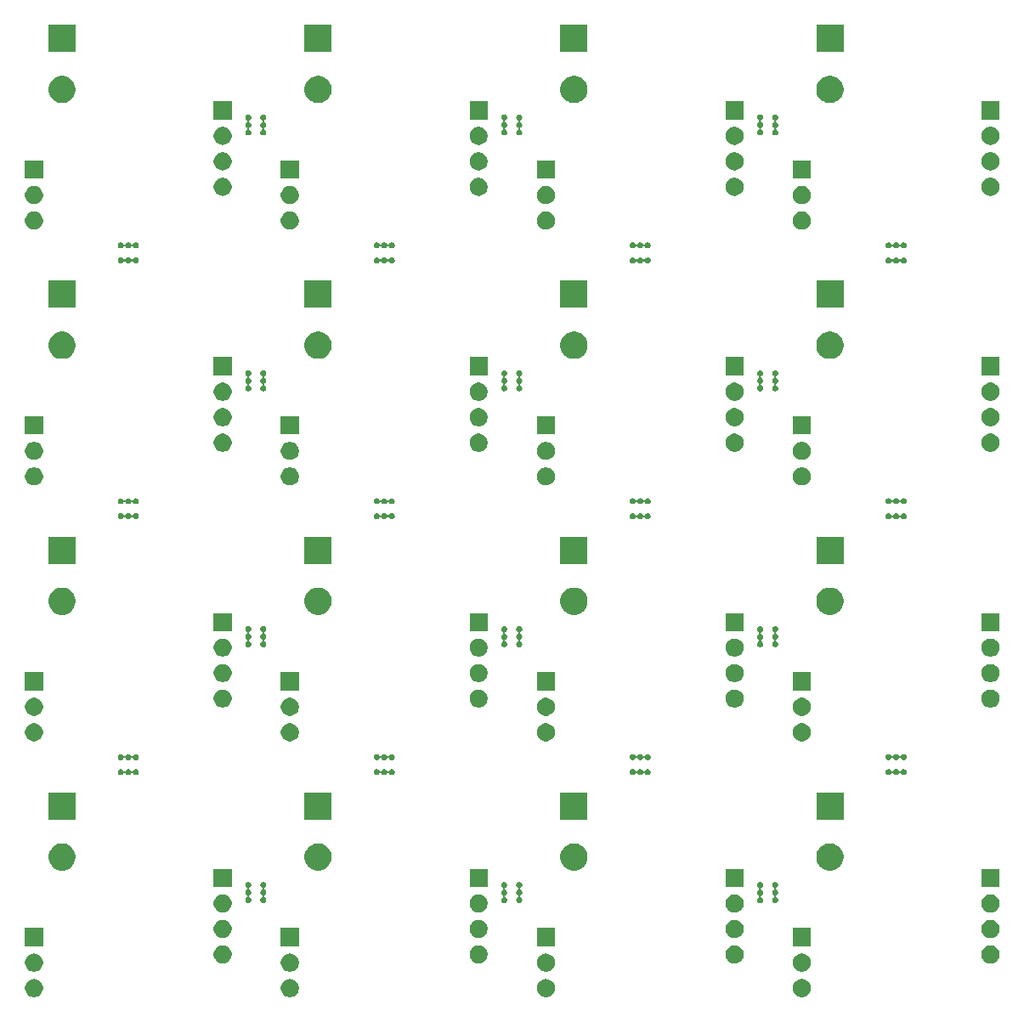
<source format=gbr>
G04 #@! TF.GenerationSoftware,KiCad,Pcbnew,(5.1.5)-3*
G04 #@! TF.CreationDate,2020-03-02T00:01:07+01:00*
G04 #@! TF.ProjectId,Powersavers,506f7765-7273-4617-9665-72732e6b6963,rev?*
G04 #@! TF.SameCoordinates,Original*
G04 #@! TF.FileFunction,Soldermask,Bot*
G04 #@! TF.FilePolarity,Negative*
%FSLAX46Y46*%
G04 Gerber Fmt 4.6, Leading zero omitted, Abs format (unit mm)*
G04 Created by KiCad (PCBNEW (5.1.5)-3) date 2020-03-02 00:01:07*
%MOMM*%
%LPD*%
G04 APERTURE LIST*
%ADD10C,0.100000*%
G04 APERTURE END LIST*
D10*
G36*
X109013512Y-126883927D02*
G01*
X109162812Y-126913624D01*
X109326784Y-126981544D01*
X109474354Y-127080147D01*
X109599853Y-127205646D01*
X109698456Y-127353216D01*
X109766376Y-127517188D01*
X109801000Y-127691259D01*
X109801000Y-127868741D01*
X109766376Y-128042812D01*
X109698456Y-128206784D01*
X109599853Y-128354354D01*
X109474354Y-128479853D01*
X109326784Y-128578456D01*
X109162812Y-128646376D01*
X109013512Y-128676073D01*
X108988742Y-128681000D01*
X108811258Y-128681000D01*
X108786488Y-128676073D01*
X108637188Y-128646376D01*
X108473216Y-128578456D01*
X108325646Y-128479853D01*
X108200147Y-128354354D01*
X108101544Y-128206784D01*
X108033624Y-128042812D01*
X107999000Y-127868741D01*
X107999000Y-127691259D01*
X108033624Y-127517188D01*
X108101544Y-127353216D01*
X108200147Y-127205646D01*
X108325646Y-127080147D01*
X108473216Y-126981544D01*
X108637188Y-126913624D01*
X108786488Y-126883927D01*
X108811258Y-126879000D01*
X108988742Y-126879000D01*
X109013512Y-126883927D01*
G37*
G36*
X58013512Y-126883927D02*
G01*
X58162812Y-126913624D01*
X58326784Y-126981544D01*
X58474354Y-127080147D01*
X58599853Y-127205646D01*
X58698456Y-127353216D01*
X58766376Y-127517188D01*
X58801000Y-127691259D01*
X58801000Y-127868741D01*
X58766376Y-128042812D01*
X58698456Y-128206784D01*
X58599853Y-128354354D01*
X58474354Y-128479853D01*
X58326784Y-128578456D01*
X58162812Y-128646376D01*
X58013512Y-128676073D01*
X57988742Y-128681000D01*
X57811258Y-128681000D01*
X57786488Y-128676073D01*
X57637188Y-128646376D01*
X57473216Y-128578456D01*
X57325646Y-128479853D01*
X57200147Y-128354354D01*
X57101544Y-128206784D01*
X57033624Y-128042812D01*
X56999000Y-127868741D01*
X56999000Y-127691259D01*
X57033624Y-127517188D01*
X57101544Y-127353216D01*
X57200147Y-127205646D01*
X57325646Y-127080147D01*
X57473216Y-126981544D01*
X57637188Y-126913624D01*
X57786488Y-126883927D01*
X57811258Y-126879000D01*
X57988742Y-126879000D01*
X58013512Y-126883927D01*
G37*
G36*
X32513512Y-126883927D02*
G01*
X32662812Y-126913624D01*
X32826784Y-126981544D01*
X32974354Y-127080147D01*
X33099853Y-127205646D01*
X33198456Y-127353216D01*
X33266376Y-127517188D01*
X33301000Y-127691259D01*
X33301000Y-127868741D01*
X33266376Y-128042812D01*
X33198456Y-128206784D01*
X33099853Y-128354354D01*
X32974354Y-128479853D01*
X32826784Y-128578456D01*
X32662812Y-128646376D01*
X32513512Y-128676073D01*
X32488742Y-128681000D01*
X32311258Y-128681000D01*
X32286488Y-128676073D01*
X32137188Y-128646376D01*
X31973216Y-128578456D01*
X31825646Y-128479853D01*
X31700147Y-128354354D01*
X31601544Y-128206784D01*
X31533624Y-128042812D01*
X31499000Y-127868741D01*
X31499000Y-127691259D01*
X31533624Y-127517188D01*
X31601544Y-127353216D01*
X31700147Y-127205646D01*
X31825646Y-127080147D01*
X31973216Y-126981544D01*
X32137188Y-126913624D01*
X32286488Y-126883927D01*
X32311258Y-126879000D01*
X32488742Y-126879000D01*
X32513512Y-126883927D01*
G37*
G36*
X83513512Y-126883927D02*
G01*
X83662812Y-126913624D01*
X83826784Y-126981544D01*
X83974354Y-127080147D01*
X84099853Y-127205646D01*
X84198456Y-127353216D01*
X84266376Y-127517188D01*
X84301000Y-127691259D01*
X84301000Y-127868741D01*
X84266376Y-128042812D01*
X84198456Y-128206784D01*
X84099853Y-128354354D01*
X83974354Y-128479853D01*
X83826784Y-128578456D01*
X83662812Y-128646376D01*
X83513512Y-128676073D01*
X83488742Y-128681000D01*
X83311258Y-128681000D01*
X83286488Y-128676073D01*
X83137188Y-128646376D01*
X82973216Y-128578456D01*
X82825646Y-128479853D01*
X82700147Y-128354354D01*
X82601544Y-128206784D01*
X82533624Y-128042812D01*
X82499000Y-127868741D01*
X82499000Y-127691259D01*
X82533624Y-127517188D01*
X82601544Y-127353216D01*
X82700147Y-127205646D01*
X82825646Y-127080147D01*
X82973216Y-126981544D01*
X83137188Y-126913624D01*
X83286488Y-126883927D01*
X83311258Y-126879000D01*
X83488742Y-126879000D01*
X83513512Y-126883927D01*
G37*
G36*
X32513512Y-124343927D02*
G01*
X32662812Y-124373624D01*
X32826784Y-124441544D01*
X32974354Y-124540147D01*
X33099853Y-124665646D01*
X33198456Y-124813216D01*
X33266376Y-124977188D01*
X33301000Y-125151259D01*
X33301000Y-125328741D01*
X33266376Y-125502812D01*
X33198456Y-125666784D01*
X33099853Y-125814354D01*
X32974354Y-125939853D01*
X32826784Y-126038456D01*
X32662812Y-126106376D01*
X32513512Y-126136073D01*
X32488742Y-126141000D01*
X32311258Y-126141000D01*
X32286488Y-126136073D01*
X32137188Y-126106376D01*
X31973216Y-126038456D01*
X31825646Y-125939853D01*
X31700147Y-125814354D01*
X31601544Y-125666784D01*
X31533624Y-125502812D01*
X31499000Y-125328741D01*
X31499000Y-125151259D01*
X31533624Y-124977188D01*
X31601544Y-124813216D01*
X31700147Y-124665646D01*
X31825646Y-124540147D01*
X31973216Y-124441544D01*
X32137188Y-124373624D01*
X32286488Y-124343927D01*
X32311258Y-124339000D01*
X32488742Y-124339000D01*
X32513512Y-124343927D01*
G37*
G36*
X109013512Y-124343927D02*
G01*
X109162812Y-124373624D01*
X109326784Y-124441544D01*
X109474354Y-124540147D01*
X109599853Y-124665646D01*
X109698456Y-124813216D01*
X109766376Y-124977188D01*
X109801000Y-125151259D01*
X109801000Y-125328741D01*
X109766376Y-125502812D01*
X109698456Y-125666784D01*
X109599853Y-125814354D01*
X109474354Y-125939853D01*
X109326784Y-126038456D01*
X109162812Y-126106376D01*
X109013512Y-126136073D01*
X108988742Y-126141000D01*
X108811258Y-126141000D01*
X108786488Y-126136073D01*
X108637188Y-126106376D01*
X108473216Y-126038456D01*
X108325646Y-125939853D01*
X108200147Y-125814354D01*
X108101544Y-125666784D01*
X108033624Y-125502812D01*
X107999000Y-125328741D01*
X107999000Y-125151259D01*
X108033624Y-124977188D01*
X108101544Y-124813216D01*
X108200147Y-124665646D01*
X108325646Y-124540147D01*
X108473216Y-124441544D01*
X108637188Y-124373624D01*
X108786488Y-124343927D01*
X108811258Y-124339000D01*
X108988742Y-124339000D01*
X109013512Y-124343927D01*
G37*
G36*
X83513512Y-124343927D02*
G01*
X83662812Y-124373624D01*
X83826784Y-124441544D01*
X83974354Y-124540147D01*
X84099853Y-124665646D01*
X84198456Y-124813216D01*
X84266376Y-124977188D01*
X84301000Y-125151259D01*
X84301000Y-125328741D01*
X84266376Y-125502812D01*
X84198456Y-125666784D01*
X84099853Y-125814354D01*
X83974354Y-125939853D01*
X83826784Y-126038456D01*
X83662812Y-126106376D01*
X83513512Y-126136073D01*
X83488742Y-126141000D01*
X83311258Y-126141000D01*
X83286488Y-126136073D01*
X83137188Y-126106376D01*
X82973216Y-126038456D01*
X82825646Y-125939853D01*
X82700147Y-125814354D01*
X82601544Y-125666784D01*
X82533624Y-125502812D01*
X82499000Y-125328741D01*
X82499000Y-125151259D01*
X82533624Y-124977188D01*
X82601544Y-124813216D01*
X82700147Y-124665646D01*
X82825646Y-124540147D01*
X82973216Y-124441544D01*
X83137188Y-124373624D01*
X83286488Y-124343927D01*
X83311258Y-124339000D01*
X83488742Y-124339000D01*
X83513512Y-124343927D01*
G37*
G36*
X58013512Y-124343927D02*
G01*
X58162812Y-124373624D01*
X58326784Y-124441544D01*
X58474354Y-124540147D01*
X58599853Y-124665646D01*
X58698456Y-124813216D01*
X58766376Y-124977188D01*
X58801000Y-125151259D01*
X58801000Y-125328741D01*
X58766376Y-125502812D01*
X58698456Y-125666784D01*
X58599853Y-125814354D01*
X58474354Y-125939853D01*
X58326784Y-126038456D01*
X58162812Y-126106376D01*
X58013512Y-126136073D01*
X57988742Y-126141000D01*
X57811258Y-126141000D01*
X57786488Y-126136073D01*
X57637188Y-126106376D01*
X57473216Y-126038456D01*
X57325646Y-125939853D01*
X57200147Y-125814354D01*
X57101544Y-125666784D01*
X57033624Y-125502812D01*
X56999000Y-125328741D01*
X56999000Y-125151259D01*
X57033624Y-124977188D01*
X57101544Y-124813216D01*
X57200147Y-124665646D01*
X57325646Y-124540147D01*
X57473216Y-124441544D01*
X57637188Y-124373624D01*
X57786488Y-124343927D01*
X57811258Y-124339000D01*
X57988742Y-124339000D01*
X58013512Y-124343927D01*
G37*
G36*
X102313512Y-123523927D02*
G01*
X102462812Y-123553624D01*
X102626784Y-123621544D01*
X102774354Y-123720147D01*
X102899853Y-123845646D01*
X102998456Y-123993216D01*
X103066376Y-124157188D01*
X103101000Y-124331259D01*
X103101000Y-124508741D01*
X103066376Y-124682812D01*
X102998456Y-124846784D01*
X102899853Y-124994354D01*
X102774354Y-125119853D01*
X102626784Y-125218456D01*
X102462812Y-125286376D01*
X102313512Y-125316073D01*
X102288742Y-125321000D01*
X102111258Y-125321000D01*
X102086488Y-125316073D01*
X101937188Y-125286376D01*
X101773216Y-125218456D01*
X101625646Y-125119853D01*
X101500147Y-124994354D01*
X101401544Y-124846784D01*
X101333624Y-124682812D01*
X101299000Y-124508741D01*
X101299000Y-124331259D01*
X101333624Y-124157188D01*
X101401544Y-123993216D01*
X101500147Y-123845646D01*
X101625646Y-123720147D01*
X101773216Y-123621544D01*
X101937188Y-123553624D01*
X102086488Y-123523927D01*
X102111258Y-123519000D01*
X102288742Y-123519000D01*
X102313512Y-123523927D01*
G37*
G36*
X76813512Y-123523927D02*
G01*
X76962812Y-123553624D01*
X77126784Y-123621544D01*
X77274354Y-123720147D01*
X77399853Y-123845646D01*
X77498456Y-123993216D01*
X77566376Y-124157188D01*
X77601000Y-124331259D01*
X77601000Y-124508741D01*
X77566376Y-124682812D01*
X77498456Y-124846784D01*
X77399853Y-124994354D01*
X77274354Y-125119853D01*
X77126784Y-125218456D01*
X76962812Y-125286376D01*
X76813512Y-125316073D01*
X76788742Y-125321000D01*
X76611258Y-125321000D01*
X76586488Y-125316073D01*
X76437188Y-125286376D01*
X76273216Y-125218456D01*
X76125646Y-125119853D01*
X76000147Y-124994354D01*
X75901544Y-124846784D01*
X75833624Y-124682812D01*
X75799000Y-124508741D01*
X75799000Y-124331259D01*
X75833624Y-124157188D01*
X75901544Y-123993216D01*
X76000147Y-123845646D01*
X76125646Y-123720147D01*
X76273216Y-123621544D01*
X76437188Y-123553624D01*
X76586488Y-123523927D01*
X76611258Y-123519000D01*
X76788742Y-123519000D01*
X76813512Y-123523927D01*
G37*
G36*
X51313512Y-123523927D02*
G01*
X51462812Y-123553624D01*
X51626784Y-123621544D01*
X51774354Y-123720147D01*
X51899853Y-123845646D01*
X51998456Y-123993216D01*
X52066376Y-124157188D01*
X52101000Y-124331259D01*
X52101000Y-124508741D01*
X52066376Y-124682812D01*
X51998456Y-124846784D01*
X51899853Y-124994354D01*
X51774354Y-125119853D01*
X51626784Y-125218456D01*
X51462812Y-125286376D01*
X51313512Y-125316073D01*
X51288742Y-125321000D01*
X51111258Y-125321000D01*
X51086488Y-125316073D01*
X50937188Y-125286376D01*
X50773216Y-125218456D01*
X50625646Y-125119853D01*
X50500147Y-124994354D01*
X50401544Y-124846784D01*
X50333624Y-124682812D01*
X50299000Y-124508741D01*
X50299000Y-124331259D01*
X50333624Y-124157188D01*
X50401544Y-123993216D01*
X50500147Y-123845646D01*
X50625646Y-123720147D01*
X50773216Y-123621544D01*
X50937188Y-123553624D01*
X51086488Y-123523927D01*
X51111258Y-123519000D01*
X51288742Y-123519000D01*
X51313512Y-123523927D01*
G37*
G36*
X127813512Y-123523927D02*
G01*
X127962812Y-123553624D01*
X128126784Y-123621544D01*
X128274354Y-123720147D01*
X128399853Y-123845646D01*
X128498456Y-123993216D01*
X128566376Y-124157188D01*
X128601000Y-124331259D01*
X128601000Y-124508741D01*
X128566376Y-124682812D01*
X128498456Y-124846784D01*
X128399853Y-124994354D01*
X128274354Y-125119853D01*
X128126784Y-125218456D01*
X127962812Y-125286376D01*
X127813512Y-125316073D01*
X127788742Y-125321000D01*
X127611258Y-125321000D01*
X127586488Y-125316073D01*
X127437188Y-125286376D01*
X127273216Y-125218456D01*
X127125646Y-125119853D01*
X127000147Y-124994354D01*
X126901544Y-124846784D01*
X126833624Y-124682812D01*
X126799000Y-124508741D01*
X126799000Y-124331259D01*
X126833624Y-124157188D01*
X126901544Y-123993216D01*
X127000147Y-123845646D01*
X127125646Y-123720147D01*
X127273216Y-123621544D01*
X127437188Y-123553624D01*
X127586488Y-123523927D01*
X127611258Y-123519000D01*
X127788742Y-123519000D01*
X127813512Y-123523927D01*
G37*
G36*
X58801000Y-123601000D02*
G01*
X56999000Y-123601000D01*
X56999000Y-121799000D01*
X58801000Y-121799000D01*
X58801000Y-123601000D01*
G37*
G36*
X84301000Y-123601000D02*
G01*
X82499000Y-123601000D01*
X82499000Y-121799000D01*
X84301000Y-121799000D01*
X84301000Y-123601000D01*
G37*
G36*
X33301000Y-123601000D02*
G01*
X31499000Y-123601000D01*
X31499000Y-121799000D01*
X33301000Y-121799000D01*
X33301000Y-123601000D01*
G37*
G36*
X109801000Y-123601000D02*
G01*
X107999000Y-123601000D01*
X107999000Y-121799000D01*
X109801000Y-121799000D01*
X109801000Y-123601000D01*
G37*
G36*
X102313512Y-120983927D02*
G01*
X102462812Y-121013624D01*
X102626784Y-121081544D01*
X102774354Y-121180147D01*
X102899853Y-121305646D01*
X102998456Y-121453216D01*
X103066376Y-121617188D01*
X103101000Y-121791259D01*
X103101000Y-121968741D01*
X103066376Y-122142812D01*
X102998456Y-122306784D01*
X102899853Y-122454354D01*
X102774354Y-122579853D01*
X102626784Y-122678456D01*
X102462812Y-122746376D01*
X102313512Y-122776073D01*
X102288742Y-122781000D01*
X102111258Y-122781000D01*
X102086488Y-122776073D01*
X101937188Y-122746376D01*
X101773216Y-122678456D01*
X101625646Y-122579853D01*
X101500147Y-122454354D01*
X101401544Y-122306784D01*
X101333624Y-122142812D01*
X101299000Y-121968741D01*
X101299000Y-121791259D01*
X101333624Y-121617188D01*
X101401544Y-121453216D01*
X101500147Y-121305646D01*
X101625646Y-121180147D01*
X101773216Y-121081544D01*
X101937188Y-121013624D01*
X102086488Y-120983927D01*
X102111258Y-120979000D01*
X102288742Y-120979000D01*
X102313512Y-120983927D01*
G37*
G36*
X127813512Y-120983927D02*
G01*
X127962812Y-121013624D01*
X128126784Y-121081544D01*
X128274354Y-121180147D01*
X128399853Y-121305646D01*
X128498456Y-121453216D01*
X128566376Y-121617188D01*
X128601000Y-121791259D01*
X128601000Y-121968741D01*
X128566376Y-122142812D01*
X128498456Y-122306784D01*
X128399853Y-122454354D01*
X128274354Y-122579853D01*
X128126784Y-122678456D01*
X127962812Y-122746376D01*
X127813512Y-122776073D01*
X127788742Y-122781000D01*
X127611258Y-122781000D01*
X127586488Y-122776073D01*
X127437188Y-122746376D01*
X127273216Y-122678456D01*
X127125646Y-122579853D01*
X127000147Y-122454354D01*
X126901544Y-122306784D01*
X126833624Y-122142812D01*
X126799000Y-121968741D01*
X126799000Y-121791259D01*
X126833624Y-121617188D01*
X126901544Y-121453216D01*
X127000147Y-121305646D01*
X127125646Y-121180147D01*
X127273216Y-121081544D01*
X127437188Y-121013624D01*
X127586488Y-120983927D01*
X127611258Y-120979000D01*
X127788742Y-120979000D01*
X127813512Y-120983927D01*
G37*
G36*
X76813512Y-120983927D02*
G01*
X76962812Y-121013624D01*
X77126784Y-121081544D01*
X77274354Y-121180147D01*
X77399853Y-121305646D01*
X77498456Y-121453216D01*
X77566376Y-121617188D01*
X77601000Y-121791259D01*
X77601000Y-121968741D01*
X77566376Y-122142812D01*
X77498456Y-122306784D01*
X77399853Y-122454354D01*
X77274354Y-122579853D01*
X77126784Y-122678456D01*
X76962812Y-122746376D01*
X76813512Y-122776073D01*
X76788742Y-122781000D01*
X76611258Y-122781000D01*
X76586488Y-122776073D01*
X76437188Y-122746376D01*
X76273216Y-122678456D01*
X76125646Y-122579853D01*
X76000147Y-122454354D01*
X75901544Y-122306784D01*
X75833624Y-122142812D01*
X75799000Y-121968741D01*
X75799000Y-121791259D01*
X75833624Y-121617188D01*
X75901544Y-121453216D01*
X76000147Y-121305646D01*
X76125646Y-121180147D01*
X76273216Y-121081544D01*
X76437188Y-121013624D01*
X76586488Y-120983927D01*
X76611258Y-120979000D01*
X76788742Y-120979000D01*
X76813512Y-120983927D01*
G37*
G36*
X51313512Y-120983927D02*
G01*
X51462812Y-121013624D01*
X51626784Y-121081544D01*
X51774354Y-121180147D01*
X51899853Y-121305646D01*
X51998456Y-121453216D01*
X52066376Y-121617188D01*
X52101000Y-121791259D01*
X52101000Y-121968741D01*
X52066376Y-122142812D01*
X51998456Y-122306784D01*
X51899853Y-122454354D01*
X51774354Y-122579853D01*
X51626784Y-122678456D01*
X51462812Y-122746376D01*
X51313512Y-122776073D01*
X51288742Y-122781000D01*
X51111258Y-122781000D01*
X51086488Y-122776073D01*
X50937188Y-122746376D01*
X50773216Y-122678456D01*
X50625646Y-122579853D01*
X50500147Y-122454354D01*
X50401544Y-122306784D01*
X50333624Y-122142812D01*
X50299000Y-121968741D01*
X50299000Y-121791259D01*
X50333624Y-121617188D01*
X50401544Y-121453216D01*
X50500147Y-121305646D01*
X50625646Y-121180147D01*
X50773216Y-121081544D01*
X50937188Y-121013624D01*
X51086488Y-120983927D01*
X51111258Y-120979000D01*
X51288742Y-120979000D01*
X51313512Y-120983927D01*
G37*
G36*
X76803195Y-118441875D02*
G01*
X76962812Y-118473624D01*
X77126784Y-118541544D01*
X77274354Y-118640147D01*
X77399853Y-118765646D01*
X77498456Y-118913216D01*
X77566376Y-119077188D01*
X77601000Y-119251259D01*
X77601000Y-119428741D01*
X77566376Y-119602812D01*
X77498456Y-119766784D01*
X77399853Y-119914354D01*
X77274354Y-120039853D01*
X77126784Y-120138456D01*
X76962812Y-120206376D01*
X76813512Y-120236073D01*
X76788742Y-120241000D01*
X76611258Y-120241000D01*
X76586488Y-120236073D01*
X76437188Y-120206376D01*
X76273216Y-120138456D01*
X76125646Y-120039853D01*
X76000147Y-119914354D01*
X75901544Y-119766784D01*
X75833624Y-119602812D01*
X75799000Y-119428741D01*
X75799000Y-119251259D01*
X75833624Y-119077188D01*
X75901544Y-118913216D01*
X76000147Y-118765646D01*
X76125646Y-118640147D01*
X76273216Y-118541544D01*
X76437188Y-118473624D01*
X76596805Y-118441875D01*
X76611258Y-118439000D01*
X76788742Y-118439000D01*
X76803195Y-118441875D01*
G37*
G36*
X102303195Y-118441875D02*
G01*
X102462812Y-118473624D01*
X102626784Y-118541544D01*
X102774354Y-118640147D01*
X102899853Y-118765646D01*
X102998456Y-118913216D01*
X103066376Y-119077188D01*
X103101000Y-119251259D01*
X103101000Y-119428741D01*
X103066376Y-119602812D01*
X102998456Y-119766784D01*
X102899853Y-119914354D01*
X102774354Y-120039853D01*
X102626784Y-120138456D01*
X102462812Y-120206376D01*
X102313512Y-120236073D01*
X102288742Y-120241000D01*
X102111258Y-120241000D01*
X102086488Y-120236073D01*
X101937188Y-120206376D01*
X101773216Y-120138456D01*
X101625646Y-120039853D01*
X101500147Y-119914354D01*
X101401544Y-119766784D01*
X101333624Y-119602812D01*
X101299000Y-119428741D01*
X101299000Y-119251259D01*
X101333624Y-119077188D01*
X101401544Y-118913216D01*
X101500147Y-118765646D01*
X101625646Y-118640147D01*
X101773216Y-118541544D01*
X101937188Y-118473624D01*
X102096805Y-118441875D01*
X102111258Y-118439000D01*
X102288742Y-118439000D01*
X102303195Y-118441875D01*
G37*
G36*
X127803195Y-118441875D02*
G01*
X127962812Y-118473624D01*
X128126784Y-118541544D01*
X128274354Y-118640147D01*
X128399853Y-118765646D01*
X128498456Y-118913216D01*
X128566376Y-119077188D01*
X128601000Y-119251259D01*
X128601000Y-119428741D01*
X128566376Y-119602812D01*
X128498456Y-119766784D01*
X128399853Y-119914354D01*
X128274354Y-120039853D01*
X128126784Y-120138456D01*
X127962812Y-120206376D01*
X127813512Y-120236073D01*
X127788742Y-120241000D01*
X127611258Y-120241000D01*
X127586488Y-120236073D01*
X127437188Y-120206376D01*
X127273216Y-120138456D01*
X127125646Y-120039853D01*
X127000147Y-119914354D01*
X126901544Y-119766784D01*
X126833624Y-119602812D01*
X126799000Y-119428741D01*
X126799000Y-119251259D01*
X126833624Y-119077188D01*
X126901544Y-118913216D01*
X127000147Y-118765646D01*
X127125646Y-118640147D01*
X127273216Y-118541544D01*
X127437188Y-118473624D01*
X127596805Y-118441875D01*
X127611258Y-118439000D01*
X127788742Y-118439000D01*
X127803195Y-118441875D01*
G37*
G36*
X51303195Y-118441875D02*
G01*
X51462812Y-118473624D01*
X51626784Y-118541544D01*
X51774354Y-118640147D01*
X51899853Y-118765646D01*
X51998456Y-118913216D01*
X52066376Y-119077188D01*
X52101000Y-119251259D01*
X52101000Y-119428741D01*
X52066376Y-119602812D01*
X51998456Y-119766784D01*
X51899853Y-119914354D01*
X51774354Y-120039853D01*
X51626784Y-120138456D01*
X51462812Y-120206376D01*
X51313512Y-120236073D01*
X51288742Y-120241000D01*
X51111258Y-120241000D01*
X51086488Y-120236073D01*
X50937188Y-120206376D01*
X50773216Y-120138456D01*
X50625646Y-120039853D01*
X50500147Y-119914354D01*
X50401544Y-119766784D01*
X50333624Y-119602812D01*
X50299000Y-119428741D01*
X50299000Y-119251259D01*
X50333624Y-119077188D01*
X50401544Y-118913216D01*
X50500147Y-118765646D01*
X50625646Y-118640147D01*
X50773216Y-118541544D01*
X50937188Y-118473624D01*
X51096805Y-118441875D01*
X51111258Y-118439000D01*
X51288742Y-118439000D01*
X51303195Y-118441875D01*
G37*
G36*
X79337797Y-117210567D02*
G01*
X79392575Y-117233257D01*
X79392577Y-117233258D01*
X79441876Y-117266198D01*
X79483802Y-117308124D01*
X79516742Y-117357423D01*
X79516743Y-117357425D01*
X79539433Y-117412203D01*
X79551000Y-117470353D01*
X79551000Y-117529647D01*
X79539433Y-117587797D01*
X79516743Y-117642575D01*
X79516742Y-117642577D01*
X79483802Y-117691876D01*
X79441876Y-117733802D01*
X79392577Y-117766742D01*
X79386104Y-117771067D01*
X79367162Y-117786612D01*
X79351617Y-117805554D01*
X79340066Y-117827165D01*
X79332953Y-117850614D01*
X79330551Y-117875000D01*
X79332953Y-117899386D01*
X79340066Y-117922835D01*
X79351617Y-117944446D01*
X79367162Y-117963388D01*
X79386104Y-117978933D01*
X79392577Y-117983258D01*
X79441876Y-118016198D01*
X79483802Y-118058124D01*
X79516742Y-118107423D01*
X79516743Y-118107425D01*
X79539433Y-118162203D01*
X79551000Y-118220353D01*
X79551000Y-118279647D01*
X79539433Y-118337797D01*
X79516743Y-118392575D01*
X79516742Y-118392577D01*
X79483802Y-118441876D01*
X79441876Y-118483802D01*
X79392577Y-118516742D01*
X79386104Y-118521067D01*
X79367162Y-118536612D01*
X79351617Y-118555554D01*
X79340066Y-118577165D01*
X79332953Y-118600614D01*
X79330551Y-118625000D01*
X79332953Y-118649386D01*
X79340066Y-118672835D01*
X79351617Y-118694446D01*
X79367162Y-118713388D01*
X79386104Y-118728933D01*
X79392577Y-118733258D01*
X79441876Y-118766198D01*
X79483802Y-118808124D01*
X79516742Y-118857423D01*
X79516743Y-118857425D01*
X79539433Y-118912203D01*
X79551000Y-118970353D01*
X79551000Y-119029647D01*
X79539433Y-119087797D01*
X79516743Y-119142575D01*
X79516742Y-119142577D01*
X79483802Y-119191876D01*
X79441876Y-119233802D01*
X79392577Y-119266742D01*
X79392576Y-119266743D01*
X79392575Y-119266743D01*
X79337797Y-119289433D01*
X79279647Y-119301000D01*
X79220353Y-119301000D01*
X79162203Y-119289433D01*
X79107425Y-119266743D01*
X79107424Y-119266743D01*
X79107423Y-119266742D01*
X79058124Y-119233802D01*
X79016198Y-119191876D01*
X78983258Y-119142577D01*
X78983257Y-119142575D01*
X78960567Y-119087797D01*
X78949000Y-119029647D01*
X78949000Y-118970353D01*
X78960567Y-118912203D01*
X78983257Y-118857425D01*
X78983258Y-118857423D01*
X79016198Y-118808124D01*
X79058124Y-118766198D01*
X79107423Y-118733258D01*
X79113896Y-118728933D01*
X79132838Y-118713388D01*
X79148383Y-118694446D01*
X79159934Y-118672835D01*
X79167047Y-118649386D01*
X79169449Y-118625000D01*
X79167047Y-118600614D01*
X79159934Y-118577165D01*
X79148383Y-118555554D01*
X79132838Y-118536612D01*
X79113896Y-118521067D01*
X79107423Y-118516742D01*
X79058124Y-118483802D01*
X79016198Y-118441876D01*
X78983258Y-118392577D01*
X78983257Y-118392575D01*
X78960567Y-118337797D01*
X78949000Y-118279647D01*
X78949000Y-118220353D01*
X78960567Y-118162203D01*
X78983257Y-118107425D01*
X78983258Y-118107423D01*
X79016198Y-118058124D01*
X79058124Y-118016198D01*
X79107423Y-117983258D01*
X79113896Y-117978933D01*
X79132838Y-117963388D01*
X79148383Y-117944446D01*
X79159934Y-117922835D01*
X79167047Y-117899386D01*
X79169449Y-117875000D01*
X79167047Y-117850614D01*
X79159934Y-117827165D01*
X79148383Y-117805554D01*
X79132838Y-117786612D01*
X79113896Y-117771067D01*
X79107423Y-117766742D01*
X79058124Y-117733802D01*
X79016198Y-117691876D01*
X78983258Y-117642577D01*
X78983257Y-117642575D01*
X78960567Y-117587797D01*
X78949000Y-117529647D01*
X78949000Y-117470353D01*
X78960567Y-117412203D01*
X78983257Y-117357425D01*
X78983258Y-117357423D01*
X79016198Y-117308124D01*
X79058124Y-117266198D01*
X79107423Y-117233258D01*
X79107425Y-117233257D01*
X79162203Y-117210567D01*
X79220353Y-117199000D01*
X79279647Y-117199000D01*
X79337797Y-117210567D01*
G37*
G36*
X104837797Y-117210567D02*
G01*
X104892575Y-117233257D01*
X104892577Y-117233258D01*
X104941876Y-117266198D01*
X104983802Y-117308124D01*
X105016742Y-117357423D01*
X105016743Y-117357425D01*
X105039433Y-117412203D01*
X105051000Y-117470353D01*
X105051000Y-117529647D01*
X105039433Y-117587797D01*
X105016743Y-117642575D01*
X105016742Y-117642577D01*
X104983802Y-117691876D01*
X104941876Y-117733802D01*
X104892577Y-117766742D01*
X104886104Y-117771067D01*
X104867162Y-117786612D01*
X104851617Y-117805554D01*
X104840066Y-117827165D01*
X104832953Y-117850614D01*
X104830551Y-117875000D01*
X104832953Y-117899386D01*
X104840066Y-117922835D01*
X104851617Y-117944446D01*
X104867162Y-117963388D01*
X104886104Y-117978933D01*
X104892577Y-117983258D01*
X104941876Y-118016198D01*
X104983802Y-118058124D01*
X105016742Y-118107423D01*
X105016743Y-118107425D01*
X105039433Y-118162203D01*
X105051000Y-118220353D01*
X105051000Y-118279647D01*
X105039433Y-118337797D01*
X105016743Y-118392575D01*
X105016742Y-118392577D01*
X104983802Y-118441876D01*
X104941876Y-118483802D01*
X104892577Y-118516742D01*
X104886104Y-118521067D01*
X104867162Y-118536612D01*
X104851617Y-118555554D01*
X104840066Y-118577165D01*
X104832953Y-118600614D01*
X104830551Y-118625000D01*
X104832953Y-118649386D01*
X104840066Y-118672835D01*
X104851617Y-118694446D01*
X104867162Y-118713388D01*
X104886104Y-118728933D01*
X104892577Y-118733258D01*
X104941876Y-118766198D01*
X104983802Y-118808124D01*
X105016742Y-118857423D01*
X105016743Y-118857425D01*
X105039433Y-118912203D01*
X105051000Y-118970353D01*
X105051000Y-119029647D01*
X105039433Y-119087797D01*
X105016743Y-119142575D01*
X105016742Y-119142577D01*
X104983802Y-119191876D01*
X104941876Y-119233802D01*
X104892577Y-119266742D01*
X104892576Y-119266743D01*
X104892575Y-119266743D01*
X104837797Y-119289433D01*
X104779647Y-119301000D01*
X104720353Y-119301000D01*
X104662203Y-119289433D01*
X104607425Y-119266743D01*
X104607424Y-119266743D01*
X104607423Y-119266742D01*
X104558124Y-119233802D01*
X104516198Y-119191876D01*
X104483258Y-119142577D01*
X104483257Y-119142575D01*
X104460567Y-119087797D01*
X104449000Y-119029647D01*
X104449000Y-118970353D01*
X104460567Y-118912203D01*
X104483257Y-118857425D01*
X104483258Y-118857423D01*
X104516198Y-118808124D01*
X104558124Y-118766198D01*
X104607423Y-118733258D01*
X104613896Y-118728933D01*
X104632838Y-118713388D01*
X104648383Y-118694446D01*
X104659934Y-118672835D01*
X104667047Y-118649386D01*
X104669449Y-118625000D01*
X104667047Y-118600614D01*
X104659934Y-118577165D01*
X104648383Y-118555554D01*
X104632838Y-118536612D01*
X104613896Y-118521067D01*
X104607423Y-118516742D01*
X104558124Y-118483802D01*
X104516198Y-118441876D01*
X104483258Y-118392577D01*
X104483257Y-118392575D01*
X104460567Y-118337797D01*
X104449000Y-118279647D01*
X104449000Y-118220353D01*
X104460567Y-118162203D01*
X104483257Y-118107425D01*
X104483258Y-118107423D01*
X104516198Y-118058124D01*
X104558124Y-118016198D01*
X104607423Y-117983258D01*
X104613896Y-117978933D01*
X104632838Y-117963388D01*
X104648383Y-117944446D01*
X104659934Y-117922835D01*
X104667047Y-117899386D01*
X104669449Y-117875000D01*
X104667047Y-117850614D01*
X104659934Y-117827165D01*
X104648383Y-117805554D01*
X104632838Y-117786612D01*
X104613896Y-117771067D01*
X104607423Y-117766742D01*
X104558124Y-117733802D01*
X104516198Y-117691876D01*
X104483258Y-117642577D01*
X104483257Y-117642575D01*
X104460567Y-117587797D01*
X104449000Y-117529647D01*
X104449000Y-117470353D01*
X104460567Y-117412203D01*
X104483257Y-117357425D01*
X104483258Y-117357423D01*
X104516198Y-117308124D01*
X104558124Y-117266198D01*
X104607423Y-117233258D01*
X104607425Y-117233257D01*
X104662203Y-117210567D01*
X104720353Y-117199000D01*
X104779647Y-117199000D01*
X104837797Y-117210567D01*
G37*
G36*
X80837797Y-117210567D02*
G01*
X80892575Y-117233257D01*
X80892577Y-117233258D01*
X80941876Y-117266198D01*
X80983802Y-117308124D01*
X81016742Y-117357423D01*
X81016743Y-117357425D01*
X81039433Y-117412203D01*
X81051000Y-117470353D01*
X81051000Y-117529647D01*
X81039433Y-117587797D01*
X81016743Y-117642575D01*
X81016742Y-117642577D01*
X80983802Y-117691876D01*
X80941876Y-117733802D01*
X80892577Y-117766742D01*
X80886104Y-117771067D01*
X80867162Y-117786612D01*
X80851617Y-117805554D01*
X80840066Y-117827165D01*
X80832953Y-117850614D01*
X80830551Y-117875000D01*
X80832953Y-117899386D01*
X80840066Y-117922835D01*
X80851617Y-117944446D01*
X80867162Y-117963388D01*
X80886104Y-117978933D01*
X80892577Y-117983258D01*
X80941876Y-118016198D01*
X80983802Y-118058124D01*
X81016742Y-118107423D01*
X81016743Y-118107425D01*
X81039433Y-118162203D01*
X81051000Y-118220353D01*
X81051000Y-118279647D01*
X81039433Y-118337797D01*
X81016743Y-118392575D01*
X81016742Y-118392577D01*
X80983802Y-118441876D01*
X80941876Y-118483802D01*
X80892577Y-118516742D01*
X80886104Y-118521067D01*
X80867162Y-118536612D01*
X80851617Y-118555554D01*
X80840066Y-118577165D01*
X80832953Y-118600614D01*
X80830551Y-118625000D01*
X80832953Y-118649386D01*
X80840066Y-118672835D01*
X80851617Y-118694446D01*
X80867162Y-118713388D01*
X80886104Y-118728933D01*
X80892577Y-118733258D01*
X80941876Y-118766198D01*
X80983802Y-118808124D01*
X81016742Y-118857423D01*
X81016743Y-118857425D01*
X81039433Y-118912203D01*
X81051000Y-118970353D01*
X81051000Y-119029647D01*
X81039433Y-119087797D01*
X81016743Y-119142575D01*
X81016742Y-119142577D01*
X80983802Y-119191876D01*
X80941876Y-119233802D01*
X80892577Y-119266742D01*
X80892576Y-119266743D01*
X80892575Y-119266743D01*
X80837797Y-119289433D01*
X80779647Y-119301000D01*
X80720353Y-119301000D01*
X80662203Y-119289433D01*
X80607425Y-119266743D01*
X80607424Y-119266743D01*
X80607423Y-119266742D01*
X80558124Y-119233802D01*
X80516198Y-119191876D01*
X80483258Y-119142577D01*
X80483257Y-119142575D01*
X80460567Y-119087797D01*
X80449000Y-119029647D01*
X80449000Y-118970353D01*
X80460567Y-118912203D01*
X80483257Y-118857425D01*
X80483258Y-118857423D01*
X80516198Y-118808124D01*
X80558124Y-118766198D01*
X80607423Y-118733258D01*
X80613896Y-118728933D01*
X80632838Y-118713388D01*
X80648383Y-118694446D01*
X80659934Y-118672835D01*
X80667047Y-118649386D01*
X80669449Y-118625000D01*
X80667047Y-118600614D01*
X80659934Y-118577165D01*
X80648383Y-118555554D01*
X80632838Y-118536612D01*
X80613896Y-118521067D01*
X80607423Y-118516742D01*
X80558124Y-118483802D01*
X80516198Y-118441876D01*
X80483258Y-118392577D01*
X80483257Y-118392575D01*
X80460567Y-118337797D01*
X80449000Y-118279647D01*
X80449000Y-118220353D01*
X80460567Y-118162203D01*
X80483257Y-118107425D01*
X80483258Y-118107423D01*
X80516198Y-118058124D01*
X80558124Y-118016198D01*
X80607423Y-117983258D01*
X80613896Y-117978933D01*
X80632838Y-117963388D01*
X80648383Y-117944446D01*
X80659934Y-117922835D01*
X80667047Y-117899386D01*
X80669449Y-117875000D01*
X80667047Y-117850614D01*
X80659934Y-117827165D01*
X80648383Y-117805554D01*
X80632838Y-117786612D01*
X80613896Y-117771067D01*
X80607423Y-117766742D01*
X80558124Y-117733802D01*
X80516198Y-117691876D01*
X80483258Y-117642577D01*
X80483257Y-117642575D01*
X80460567Y-117587797D01*
X80449000Y-117529647D01*
X80449000Y-117470353D01*
X80460567Y-117412203D01*
X80483257Y-117357425D01*
X80483258Y-117357423D01*
X80516198Y-117308124D01*
X80558124Y-117266198D01*
X80607423Y-117233258D01*
X80607425Y-117233257D01*
X80662203Y-117210567D01*
X80720353Y-117199000D01*
X80779647Y-117199000D01*
X80837797Y-117210567D01*
G37*
G36*
X55337797Y-117210567D02*
G01*
X55392575Y-117233257D01*
X55392577Y-117233258D01*
X55441876Y-117266198D01*
X55483802Y-117308124D01*
X55516742Y-117357423D01*
X55516743Y-117357425D01*
X55539433Y-117412203D01*
X55551000Y-117470353D01*
X55551000Y-117529647D01*
X55539433Y-117587797D01*
X55516743Y-117642575D01*
X55516742Y-117642577D01*
X55483802Y-117691876D01*
X55441876Y-117733802D01*
X55392577Y-117766742D01*
X55386104Y-117771067D01*
X55367162Y-117786612D01*
X55351617Y-117805554D01*
X55340066Y-117827165D01*
X55332953Y-117850614D01*
X55330551Y-117875000D01*
X55332953Y-117899386D01*
X55340066Y-117922835D01*
X55351617Y-117944446D01*
X55367162Y-117963388D01*
X55386104Y-117978933D01*
X55392577Y-117983258D01*
X55441876Y-118016198D01*
X55483802Y-118058124D01*
X55516742Y-118107423D01*
X55516743Y-118107425D01*
X55539433Y-118162203D01*
X55551000Y-118220353D01*
X55551000Y-118279647D01*
X55539433Y-118337797D01*
X55516743Y-118392575D01*
X55516742Y-118392577D01*
X55483802Y-118441876D01*
X55441876Y-118483802D01*
X55392577Y-118516742D01*
X55386104Y-118521067D01*
X55367162Y-118536612D01*
X55351617Y-118555554D01*
X55340066Y-118577165D01*
X55332953Y-118600614D01*
X55330551Y-118625000D01*
X55332953Y-118649386D01*
X55340066Y-118672835D01*
X55351617Y-118694446D01*
X55367162Y-118713388D01*
X55386104Y-118728933D01*
X55392577Y-118733258D01*
X55441876Y-118766198D01*
X55483802Y-118808124D01*
X55516742Y-118857423D01*
X55516743Y-118857425D01*
X55539433Y-118912203D01*
X55551000Y-118970353D01*
X55551000Y-119029647D01*
X55539433Y-119087797D01*
X55516743Y-119142575D01*
X55516742Y-119142577D01*
X55483802Y-119191876D01*
X55441876Y-119233802D01*
X55392577Y-119266742D01*
X55392576Y-119266743D01*
X55392575Y-119266743D01*
X55337797Y-119289433D01*
X55279647Y-119301000D01*
X55220353Y-119301000D01*
X55162203Y-119289433D01*
X55107425Y-119266743D01*
X55107424Y-119266743D01*
X55107423Y-119266742D01*
X55058124Y-119233802D01*
X55016198Y-119191876D01*
X54983258Y-119142577D01*
X54983257Y-119142575D01*
X54960567Y-119087797D01*
X54949000Y-119029647D01*
X54949000Y-118970353D01*
X54960567Y-118912203D01*
X54983257Y-118857425D01*
X54983258Y-118857423D01*
X55016198Y-118808124D01*
X55058124Y-118766198D01*
X55107423Y-118733258D01*
X55113896Y-118728933D01*
X55132838Y-118713388D01*
X55148383Y-118694446D01*
X55159934Y-118672835D01*
X55167047Y-118649386D01*
X55169449Y-118625000D01*
X55167047Y-118600614D01*
X55159934Y-118577165D01*
X55148383Y-118555554D01*
X55132838Y-118536612D01*
X55113896Y-118521067D01*
X55107423Y-118516742D01*
X55058124Y-118483802D01*
X55016198Y-118441876D01*
X54983258Y-118392577D01*
X54983257Y-118392575D01*
X54960567Y-118337797D01*
X54949000Y-118279647D01*
X54949000Y-118220353D01*
X54960567Y-118162203D01*
X54983257Y-118107425D01*
X54983258Y-118107423D01*
X55016198Y-118058124D01*
X55058124Y-118016198D01*
X55107423Y-117983258D01*
X55113896Y-117978933D01*
X55132838Y-117963388D01*
X55148383Y-117944446D01*
X55159934Y-117922835D01*
X55167047Y-117899386D01*
X55169449Y-117875000D01*
X55167047Y-117850614D01*
X55159934Y-117827165D01*
X55148383Y-117805554D01*
X55132838Y-117786612D01*
X55113896Y-117771067D01*
X55107423Y-117766742D01*
X55058124Y-117733802D01*
X55016198Y-117691876D01*
X54983258Y-117642577D01*
X54983257Y-117642575D01*
X54960567Y-117587797D01*
X54949000Y-117529647D01*
X54949000Y-117470353D01*
X54960567Y-117412203D01*
X54983257Y-117357425D01*
X54983258Y-117357423D01*
X55016198Y-117308124D01*
X55058124Y-117266198D01*
X55107423Y-117233258D01*
X55107425Y-117233257D01*
X55162203Y-117210567D01*
X55220353Y-117199000D01*
X55279647Y-117199000D01*
X55337797Y-117210567D01*
G37*
G36*
X53837797Y-117210567D02*
G01*
X53892575Y-117233257D01*
X53892577Y-117233258D01*
X53941876Y-117266198D01*
X53983802Y-117308124D01*
X54016742Y-117357423D01*
X54016743Y-117357425D01*
X54039433Y-117412203D01*
X54051000Y-117470353D01*
X54051000Y-117529647D01*
X54039433Y-117587797D01*
X54016743Y-117642575D01*
X54016742Y-117642577D01*
X53983802Y-117691876D01*
X53941876Y-117733802D01*
X53892577Y-117766742D01*
X53886104Y-117771067D01*
X53867162Y-117786612D01*
X53851617Y-117805554D01*
X53840066Y-117827165D01*
X53832953Y-117850614D01*
X53830551Y-117875000D01*
X53832953Y-117899386D01*
X53840066Y-117922835D01*
X53851617Y-117944446D01*
X53867162Y-117963388D01*
X53886104Y-117978933D01*
X53892577Y-117983258D01*
X53941876Y-118016198D01*
X53983802Y-118058124D01*
X54016742Y-118107423D01*
X54016743Y-118107425D01*
X54039433Y-118162203D01*
X54051000Y-118220353D01*
X54051000Y-118279647D01*
X54039433Y-118337797D01*
X54016743Y-118392575D01*
X54016742Y-118392577D01*
X53983802Y-118441876D01*
X53941876Y-118483802D01*
X53892577Y-118516742D01*
X53886104Y-118521067D01*
X53867162Y-118536612D01*
X53851617Y-118555554D01*
X53840066Y-118577165D01*
X53832953Y-118600614D01*
X53830551Y-118625000D01*
X53832953Y-118649386D01*
X53840066Y-118672835D01*
X53851617Y-118694446D01*
X53867162Y-118713388D01*
X53886104Y-118728933D01*
X53892577Y-118733258D01*
X53941876Y-118766198D01*
X53983802Y-118808124D01*
X54016742Y-118857423D01*
X54016743Y-118857425D01*
X54039433Y-118912203D01*
X54051000Y-118970353D01*
X54051000Y-119029647D01*
X54039433Y-119087797D01*
X54016743Y-119142575D01*
X54016742Y-119142577D01*
X53983802Y-119191876D01*
X53941876Y-119233802D01*
X53892577Y-119266742D01*
X53892576Y-119266743D01*
X53892575Y-119266743D01*
X53837797Y-119289433D01*
X53779647Y-119301000D01*
X53720353Y-119301000D01*
X53662203Y-119289433D01*
X53607425Y-119266743D01*
X53607424Y-119266743D01*
X53607423Y-119266742D01*
X53558124Y-119233802D01*
X53516198Y-119191876D01*
X53483258Y-119142577D01*
X53483257Y-119142575D01*
X53460567Y-119087797D01*
X53449000Y-119029647D01*
X53449000Y-118970353D01*
X53460567Y-118912203D01*
X53483257Y-118857425D01*
X53483258Y-118857423D01*
X53516198Y-118808124D01*
X53558124Y-118766198D01*
X53607423Y-118733258D01*
X53613896Y-118728933D01*
X53632838Y-118713388D01*
X53648383Y-118694446D01*
X53659934Y-118672835D01*
X53667047Y-118649386D01*
X53669449Y-118625000D01*
X53667047Y-118600614D01*
X53659934Y-118577165D01*
X53648383Y-118555554D01*
X53632838Y-118536612D01*
X53613896Y-118521067D01*
X53607423Y-118516742D01*
X53558124Y-118483802D01*
X53516198Y-118441876D01*
X53483258Y-118392577D01*
X53483257Y-118392575D01*
X53460567Y-118337797D01*
X53449000Y-118279647D01*
X53449000Y-118220353D01*
X53460567Y-118162203D01*
X53483257Y-118107425D01*
X53483258Y-118107423D01*
X53516198Y-118058124D01*
X53558124Y-118016198D01*
X53607423Y-117983258D01*
X53613896Y-117978933D01*
X53632838Y-117963388D01*
X53648383Y-117944446D01*
X53659934Y-117922835D01*
X53667047Y-117899386D01*
X53669449Y-117875000D01*
X53667047Y-117850614D01*
X53659934Y-117827165D01*
X53648383Y-117805554D01*
X53632838Y-117786612D01*
X53613896Y-117771067D01*
X53607423Y-117766742D01*
X53558124Y-117733802D01*
X53516198Y-117691876D01*
X53483258Y-117642577D01*
X53483257Y-117642575D01*
X53460567Y-117587797D01*
X53449000Y-117529647D01*
X53449000Y-117470353D01*
X53460567Y-117412203D01*
X53483257Y-117357425D01*
X53483258Y-117357423D01*
X53516198Y-117308124D01*
X53558124Y-117266198D01*
X53607423Y-117233258D01*
X53607425Y-117233257D01*
X53662203Y-117210567D01*
X53720353Y-117199000D01*
X53779647Y-117199000D01*
X53837797Y-117210567D01*
G37*
G36*
X106337797Y-117210567D02*
G01*
X106392575Y-117233257D01*
X106392577Y-117233258D01*
X106441876Y-117266198D01*
X106483802Y-117308124D01*
X106516742Y-117357423D01*
X106516743Y-117357425D01*
X106539433Y-117412203D01*
X106551000Y-117470353D01*
X106551000Y-117529647D01*
X106539433Y-117587797D01*
X106516743Y-117642575D01*
X106516742Y-117642577D01*
X106483802Y-117691876D01*
X106441876Y-117733802D01*
X106392577Y-117766742D01*
X106386104Y-117771067D01*
X106367162Y-117786612D01*
X106351617Y-117805554D01*
X106340066Y-117827165D01*
X106332953Y-117850614D01*
X106330551Y-117875000D01*
X106332953Y-117899386D01*
X106340066Y-117922835D01*
X106351617Y-117944446D01*
X106367162Y-117963388D01*
X106386104Y-117978933D01*
X106392577Y-117983258D01*
X106441876Y-118016198D01*
X106483802Y-118058124D01*
X106516742Y-118107423D01*
X106516743Y-118107425D01*
X106539433Y-118162203D01*
X106551000Y-118220353D01*
X106551000Y-118279647D01*
X106539433Y-118337797D01*
X106516743Y-118392575D01*
X106516742Y-118392577D01*
X106483802Y-118441876D01*
X106441876Y-118483802D01*
X106392577Y-118516742D01*
X106386104Y-118521067D01*
X106367162Y-118536612D01*
X106351617Y-118555554D01*
X106340066Y-118577165D01*
X106332953Y-118600614D01*
X106330551Y-118625000D01*
X106332953Y-118649386D01*
X106340066Y-118672835D01*
X106351617Y-118694446D01*
X106367162Y-118713388D01*
X106386104Y-118728933D01*
X106392577Y-118733258D01*
X106441876Y-118766198D01*
X106483802Y-118808124D01*
X106516742Y-118857423D01*
X106516743Y-118857425D01*
X106539433Y-118912203D01*
X106551000Y-118970353D01*
X106551000Y-119029647D01*
X106539433Y-119087797D01*
X106516743Y-119142575D01*
X106516742Y-119142577D01*
X106483802Y-119191876D01*
X106441876Y-119233802D01*
X106392577Y-119266742D01*
X106392576Y-119266743D01*
X106392575Y-119266743D01*
X106337797Y-119289433D01*
X106279647Y-119301000D01*
X106220353Y-119301000D01*
X106162203Y-119289433D01*
X106107425Y-119266743D01*
X106107424Y-119266743D01*
X106107423Y-119266742D01*
X106058124Y-119233802D01*
X106016198Y-119191876D01*
X105983258Y-119142577D01*
X105983257Y-119142575D01*
X105960567Y-119087797D01*
X105949000Y-119029647D01*
X105949000Y-118970353D01*
X105960567Y-118912203D01*
X105983257Y-118857425D01*
X105983258Y-118857423D01*
X106016198Y-118808124D01*
X106058124Y-118766198D01*
X106107423Y-118733258D01*
X106113896Y-118728933D01*
X106132838Y-118713388D01*
X106148383Y-118694446D01*
X106159934Y-118672835D01*
X106167047Y-118649386D01*
X106169449Y-118625000D01*
X106167047Y-118600614D01*
X106159934Y-118577165D01*
X106148383Y-118555554D01*
X106132838Y-118536612D01*
X106113896Y-118521067D01*
X106107423Y-118516742D01*
X106058124Y-118483802D01*
X106016198Y-118441876D01*
X105983258Y-118392577D01*
X105983257Y-118392575D01*
X105960567Y-118337797D01*
X105949000Y-118279647D01*
X105949000Y-118220353D01*
X105960567Y-118162203D01*
X105983257Y-118107425D01*
X105983258Y-118107423D01*
X106016198Y-118058124D01*
X106058124Y-118016198D01*
X106107423Y-117983258D01*
X106113896Y-117978933D01*
X106132838Y-117963388D01*
X106148383Y-117944446D01*
X106159934Y-117922835D01*
X106167047Y-117899386D01*
X106169449Y-117875000D01*
X106167047Y-117850614D01*
X106159934Y-117827165D01*
X106148383Y-117805554D01*
X106132838Y-117786612D01*
X106113896Y-117771067D01*
X106107423Y-117766742D01*
X106058124Y-117733802D01*
X106016198Y-117691876D01*
X105983258Y-117642577D01*
X105983257Y-117642575D01*
X105960567Y-117587797D01*
X105949000Y-117529647D01*
X105949000Y-117470353D01*
X105960567Y-117412203D01*
X105983257Y-117357425D01*
X105983258Y-117357423D01*
X106016198Y-117308124D01*
X106058124Y-117266198D01*
X106107423Y-117233258D01*
X106107425Y-117233257D01*
X106162203Y-117210567D01*
X106220353Y-117199000D01*
X106279647Y-117199000D01*
X106337797Y-117210567D01*
G37*
G36*
X77601000Y-117701000D02*
G01*
X75799000Y-117701000D01*
X75799000Y-115899000D01*
X77601000Y-115899000D01*
X77601000Y-117701000D01*
G37*
G36*
X103101000Y-117701000D02*
G01*
X101299000Y-117701000D01*
X101299000Y-115899000D01*
X103101000Y-115899000D01*
X103101000Y-117701000D01*
G37*
G36*
X52101000Y-117701000D02*
G01*
X50299000Y-117701000D01*
X50299000Y-115899000D01*
X52101000Y-115899000D01*
X52101000Y-117701000D01*
G37*
G36*
X128601000Y-117701000D02*
G01*
X126799000Y-117701000D01*
X126799000Y-115899000D01*
X128601000Y-115899000D01*
X128601000Y-117701000D01*
G37*
G36*
X35594072Y-113410918D02*
G01*
X35839939Y-113512759D01*
X36061212Y-113660610D01*
X36249390Y-113848788D01*
X36397241Y-114070061D01*
X36499082Y-114315928D01*
X36551000Y-114576938D01*
X36551000Y-114843062D01*
X36499082Y-115104072D01*
X36397241Y-115349939D01*
X36249390Y-115571212D01*
X36061212Y-115759390D01*
X35839939Y-115907241D01*
X35839938Y-115907242D01*
X35839937Y-115907242D01*
X35594072Y-116009082D01*
X35333063Y-116061000D01*
X35066937Y-116061000D01*
X34805928Y-116009082D01*
X34560063Y-115907242D01*
X34560062Y-115907242D01*
X34560061Y-115907241D01*
X34338788Y-115759390D01*
X34150610Y-115571212D01*
X34002759Y-115349939D01*
X33900918Y-115104072D01*
X33849000Y-114843062D01*
X33849000Y-114576938D01*
X33900918Y-114315928D01*
X34002759Y-114070061D01*
X34150610Y-113848788D01*
X34338788Y-113660610D01*
X34560061Y-113512759D01*
X34805928Y-113410918D01*
X35066937Y-113359000D01*
X35333063Y-113359000D01*
X35594072Y-113410918D01*
G37*
G36*
X112094072Y-113410918D02*
G01*
X112339939Y-113512759D01*
X112561212Y-113660610D01*
X112749390Y-113848788D01*
X112897241Y-114070061D01*
X112999082Y-114315928D01*
X113051000Y-114576938D01*
X113051000Y-114843062D01*
X112999082Y-115104072D01*
X112897241Y-115349939D01*
X112749390Y-115571212D01*
X112561212Y-115759390D01*
X112339939Y-115907241D01*
X112339938Y-115907242D01*
X112339937Y-115907242D01*
X112094072Y-116009082D01*
X111833063Y-116061000D01*
X111566937Y-116061000D01*
X111305928Y-116009082D01*
X111060063Y-115907242D01*
X111060062Y-115907242D01*
X111060061Y-115907241D01*
X110838788Y-115759390D01*
X110650610Y-115571212D01*
X110502759Y-115349939D01*
X110400918Y-115104072D01*
X110349000Y-114843062D01*
X110349000Y-114576938D01*
X110400918Y-114315928D01*
X110502759Y-114070061D01*
X110650610Y-113848788D01*
X110838788Y-113660610D01*
X111060061Y-113512759D01*
X111305928Y-113410918D01*
X111566937Y-113359000D01*
X111833063Y-113359000D01*
X112094072Y-113410918D01*
G37*
G36*
X86594072Y-113410918D02*
G01*
X86839939Y-113512759D01*
X87061212Y-113660610D01*
X87249390Y-113848788D01*
X87397241Y-114070061D01*
X87499082Y-114315928D01*
X87551000Y-114576938D01*
X87551000Y-114843062D01*
X87499082Y-115104072D01*
X87397241Y-115349939D01*
X87249390Y-115571212D01*
X87061212Y-115759390D01*
X86839939Y-115907241D01*
X86839938Y-115907242D01*
X86839937Y-115907242D01*
X86594072Y-116009082D01*
X86333063Y-116061000D01*
X86066937Y-116061000D01*
X85805928Y-116009082D01*
X85560063Y-115907242D01*
X85560062Y-115907242D01*
X85560061Y-115907241D01*
X85338788Y-115759390D01*
X85150610Y-115571212D01*
X85002759Y-115349939D01*
X84900918Y-115104072D01*
X84849000Y-114843062D01*
X84849000Y-114576938D01*
X84900918Y-114315928D01*
X85002759Y-114070061D01*
X85150610Y-113848788D01*
X85338788Y-113660610D01*
X85560061Y-113512759D01*
X85805928Y-113410918D01*
X86066937Y-113359000D01*
X86333063Y-113359000D01*
X86594072Y-113410918D01*
G37*
G36*
X61094072Y-113410918D02*
G01*
X61339939Y-113512759D01*
X61561212Y-113660610D01*
X61749390Y-113848788D01*
X61897241Y-114070061D01*
X61999082Y-114315928D01*
X62051000Y-114576938D01*
X62051000Y-114843062D01*
X61999082Y-115104072D01*
X61897241Y-115349939D01*
X61749390Y-115571212D01*
X61561212Y-115759390D01*
X61339939Y-115907241D01*
X61339938Y-115907242D01*
X61339937Y-115907242D01*
X61094072Y-116009082D01*
X60833063Y-116061000D01*
X60566937Y-116061000D01*
X60305928Y-116009082D01*
X60060063Y-115907242D01*
X60060062Y-115907242D01*
X60060061Y-115907241D01*
X59838788Y-115759390D01*
X59650610Y-115571212D01*
X59502759Y-115349939D01*
X59400918Y-115104072D01*
X59349000Y-114843062D01*
X59349000Y-114576938D01*
X59400918Y-114315928D01*
X59502759Y-114070061D01*
X59650610Y-113848788D01*
X59838788Y-113660610D01*
X60060061Y-113512759D01*
X60305928Y-113410918D01*
X60566937Y-113359000D01*
X60833063Y-113359000D01*
X61094072Y-113410918D01*
G37*
G36*
X113051000Y-110981000D02*
G01*
X110349000Y-110981000D01*
X110349000Y-108279000D01*
X113051000Y-108279000D01*
X113051000Y-110981000D01*
G37*
G36*
X87551000Y-110981000D02*
G01*
X84849000Y-110981000D01*
X84849000Y-108279000D01*
X87551000Y-108279000D01*
X87551000Y-110981000D01*
G37*
G36*
X62051000Y-110981000D02*
G01*
X59349000Y-110981000D01*
X59349000Y-108279000D01*
X62051000Y-108279000D01*
X62051000Y-110981000D01*
G37*
G36*
X36551000Y-110981000D02*
G01*
X33849000Y-110981000D01*
X33849000Y-108279000D01*
X36551000Y-108279000D01*
X36551000Y-110981000D01*
G37*
G36*
X66637797Y-105960567D02*
G01*
X66692575Y-105983257D01*
X66692577Y-105983258D01*
X66741876Y-106016198D01*
X66783802Y-106058124D01*
X66816742Y-106107423D01*
X66821067Y-106113896D01*
X66836612Y-106132838D01*
X66855554Y-106148383D01*
X66877165Y-106159934D01*
X66900614Y-106167047D01*
X66925000Y-106169449D01*
X66949386Y-106167047D01*
X66972835Y-106159934D01*
X66994446Y-106148383D01*
X67013388Y-106132838D01*
X67028933Y-106113896D01*
X67033258Y-106107423D01*
X67066198Y-106058124D01*
X67108124Y-106016198D01*
X67157423Y-105983258D01*
X67157425Y-105983257D01*
X67212203Y-105960567D01*
X67270353Y-105949000D01*
X67329647Y-105949000D01*
X67387797Y-105960567D01*
X67442575Y-105983257D01*
X67442577Y-105983258D01*
X67491876Y-106016198D01*
X67533802Y-106058124D01*
X67566742Y-106107423D01*
X67571067Y-106113896D01*
X67586612Y-106132838D01*
X67605554Y-106148383D01*
X67627165Y-106159934D01*
X67650614Y-106167047D01*
X67675000Y-106169449D01*
X67699386Y-106167047D01*
X67722835Y-106159934D01*
X67744446Y-106148383D01*
X67763388Y-106132838D01*
X67778933Y-106113896D01*
X67783258Y-106107423D01*
X67816198Y-106058124D01*
X67858124Y-106016198D01*
X67907423Y-105983258D01*
X67907425Y-105983257D01*
X67962203Y-105960567D01*
X68020353Y-105949000D01*
X68079647Y-105949000D01*
X68137797Y-105960567D01*
X68192575Y-105983257D01*
X68192577Y-105983258D01*
X68241876Y-106016198D01*
X68283802Y-106058124D01*
X68316742Y-106107423D01*
X68316743Y-106107425D01*
X68339433Y-106162203D01*
X68351000Y-106220353D01*
X68351000Y-106279647D01*
X68339433Y-106337797D01*
X68319423Y-106386104D01*
X68316742Y-106392577D01*
X68283802Y-106441876D01*
X68241876Y-106483802D01*
X68192577Y-106516742D01*
X68192576Y-106516743D01*
X68192575Y-106516743D01*
X68137797Y-106539433D01*
X68079647Y-106551000D01*
X68020353Y-106551000D01*
X67962203Y-106539433D01*
X67907425Y-106516743D01*
X67907424Y-106516743D01*
X67907423Y-106516742D01*
X67858124Y-106483802D01*
X67816198Y-106441876D01*
X67783258Y-106392577D01*
X67783257Y-106392575D01*
X67778933Y-106386104D01*
X67763388Y-106367162D01*
X67744446Y-106351617D01*
X67722835Y-106340066D01*
X67699386Y-106332953D01*
X67675000Y-106330551D01*
X67650614Y-106332953D01*
X67627165Y-106340066D01*
X67605554Y-106351617D01*
X67586612Y-106367162D01*
X67571067Y-106386104D01*
X67566743Y-106392575D01*
X67566742Y-106392577D01*
X67533802Y-106441876D01*
X67491876Y-106483802D01*
X67442577Y-106516742D01*
X67442576Y-106516743D01*
X67442575Y-106516743D01*
X67387797Y-106539433D01*
X67329647Y-106551000D01*
X67270353Y-106551000D01*
X67212203Y-106539433D01*
X67157425Y-106516743D01*
X67157424Y-106516743D01*
X67157423Y-106516742D01*
X67108124Y-106483802D01*
X67066198Y-106441876D01*
X67033258Y-106392577D01*
X67033257Y-106392575D01*
X67028933Y-106386104D01*
X67013388Y-106367162D01*
X66994446Y-106351617D01*
X66972835Y-106340066D01*
X66949386Y-106332953D01*
X66925000Y-106330551D01*
X66900614Y-106332953D01*
X66877165Y-106340066D01*
X66855554Y-106351617D01*
X66836612Y-106367162D01*
X66821067Y-106386104D01*
X66816743Y-106392575D01*
X66816742Y-106392577D01*
X66783802Y-106441876D01*
X66741876Y-106483802D01*
X66692577Y-106516742D01*
X66692576Y-106516743D01*
X66692575Y-106516743D01*
X66637797Y-106539433D01*
X66579647Y-106551000D01*
X66520353Y-106551000D01*
X66462203Y-106539433D01*
X66407425Y-106516743D01*
X66407424Y-106516743D01*
X66407423Y-106516742D01*
X66358124Y-106483802D01*
X66316198Y-106441876D01*
X66283258Y-106392577D01*
X66280577Y-106386104D01*
X66260567Y-106337797D01*
X66249000Y-106279647D01*
X66249000Y-106220353D01*
X66260567Y-106162203D01*
X66283257Y-106107425D01*
X66283258Y-106107423D01*
X66316198Y-106058124D01*
X66358124Y-106016198D01*
X66407423Y-105983258D01*
X66407425Y-105983257D01*
X66462203Y-105960567D01*
X66520353Y-105949000D01*
X66579647Y-105949000D01*
X66637797Y-105960567D01*
G37*
G36*
X41137797Y-105960567D02*
G01*
X41192575Y-105983257D01*
X41192577Y-105983258D01*
X41241876Y-106016198D01*
X41283802Y-106058124D01*
X41316742Y-106107423D01*
X41321067Y-106113896D01*
X41336612Y-106132838D01*
X41355554Y-106148383D01*
X41377165Y-106159934D01*
X41400614Y-106167047D01*
X41425000Y-106169449D01*
X41449386Y-106167047D01*
X41472835Y-106159934D01*
X41494446Y-106148383D01*
X41513388Y-106132838D01*
X41528933Y-106113896D01*
X41533258Y-106107423D01*
X41566198Y-106058124D01*
X41608124Y-106016198D01*
X41657423Y-105983258D01*
X41657425Y-105983257D01*
X41712203Y-105960567D01*
X41770353Y-105949000D01*
X41829647Y-105949000D01*
X41887797Y-105960567D01*
X41942575Y-105983257D01*
X41942577Y-105983258D01*
X41991876Y-106016198D01*
X42033802Y-106058124D01*
X42066742Y-106107423D01*
X42071067Y-106113896D01*
X42086612Y-106132838D01*
X42105554Y-106148383D01*
X42127165Y-106159934D01*
X42150614Y-106167047D01*
X42175000Y-106169449D01*
X42199386Y-106167047D01*
X42222835Y-106159934D01*
X42244446Y-106148383D01*
X42263388Y-106132838D01*
X42278933Y-106113896D01*
X42283258Y-106107423D01*
X42316198Y-106058124D01*
X42358124Y-106016198D01*
X42407423Y-105983258D01*
X42407425Y-105983257D01*
X42462203Y-105960567D01*
X42520353Y-105949000D01*
X42579647Y-105949000D01*
X42637797Y-105960567D01*
X42692575Y-105983257D01*
X42692577Y-105983258D01*
X42741876Y-106016198D01*
X42783802Y-106058124D01*
X42816742Y-106107423D01*
X42816743Y-106107425D01*
X42839433Y-106162203D01*
X42851000Y-106220353D01*
X42851000Y-106279647D01*
X42839433Y-106337797D01*
X42819423Y-106386104D01*
X42816742Y-106392577D01*
X42783802Y-106441876D01*
X42741876Y-106483802D01*
X42692577Y-106516742D01*
X42692576Y-106516743D01*
X42692575Y-106516743D01*
X42637797Y-106539433D01*
X42579647Y-106551000D01*
X42520353Y-106551000D01*
X42462203Y-106539433D01*
X42407425Y-106516743D01*
X42407424Y-106516743D01*
X42407423Y-106516742D01*
X42358124Y-106483802D01*
X42316198Y-106441876D01*
X42283258Y-106392577D01*
X42283257Y-106392575D01*
X42278933Y-106386104D01*
X42263388Y-106367162D01*
X42244446Y-106351617D01*
X42222835Y-106340066D01*
X42199386Y-106332953D01*
X42175000Y-106330551D01*
X42150614Y-106332953D01*
X42127165Y-106340066D01*
X42105554Y-106351617D01*
X42086612Y-106367162D01*
X42071067Y-106386104D01*
X42066743Y-106392575D01*
X42066742Y-106392577D01*
X42033802Y-106441876D01*
X41991876Y-106483802D01*
X41942577Y-106516742D01*
X41942576Y-106516743D01*
X41942575Y-106516743D01*
X41887797Y-106539433D01*
X41829647Y-106551000D01*
X41770353Y-106551000D01*
X41712203Y-106539433D01*
X41657425Y-106516743D01*
X41657424Y-106516743D01*
X41657423Y-106516742D01*
X41608124Y-106483802D01*
X41566198Y-106441876D01*
X41533258Y-106392577D01*
X41533257Y-106392575D01*
X41528933Y-106386104D01*
X41513388Y-106367162D01*
X41494446Y-106351617D01*
X41472835Y-106340066D01*
X41449386Y-106332953D01*
X41425000Y-106330551D01*
X41400614Y-106332953D01*
X41377165Y-106340066D01*
X41355554Y-106351617D01*
X41336612Y-106367162D01*
X41321067Y-106386104D01*
X41316743Y-106392575D01*
X41316742Y-106392577D01*
X41283802Y-106441876D01*
X41241876Y-106483802D01*
X41192577Y-106516742D01*
X41192576Y-106516743D01*
X41192575Y-106516743D01*
X41137797Y-106539433D01*
X41079647Y-106551000D01*
X41020353Y-106551000D01*
X40962203Y-106539433D01*
X40907425Y-106516743D01*
X40907424Y-106516743D01*
X40907423Y-106516742D01*
X40858124Y-106483802D01*
X40816198Y-106441876D01*
X40783258Y-106392577D01*
X40780577Y-106386104D01*
X40760567Y-106337797D01*
X40749000Y-106279647D01*
X40749000Y-106220353D01*
X40760567Y-106162203D01*
X40783257Y-106107425D01*
X40783258Y-106107423D01*
X40816198Y-106058124D01*
X40858124Y-106016198D01*
X40907423Y-105983258D01*
X40907425Y-105983257D01*
X40962203Y-105960567D01*
X41020353Y-105949000D01*
X41079647Y-105949000D01*
X41137797Y-105960567D01*
G37*
G36*
X92137797Y-105960567D02*
G01*
X92192575Y-105983257D01*
X92192577Y-105983258D01*
X92241876Y-106016198D01*
X92283802Y-106058124D01*
X92316742Y-106107423D01*
X92321067Y-106113896D01*
X92336612Y-106132838D01*
X92355554Y-106148383D01*
X92377165Y-106159934D01*
X92400614Y-106167047D01*
X92425000Y-106169449D01*
X92449386Y-106167047D01*
X92472835Y-106159934D01*
X92494446Y-106148383D01*
X92513388Y-106132838D01*
X92528933Y-106113896D01*
X92533258Y-106107423D01*
X92566198Y-106058124D01*
X92608124Y-106016198D01*
X92657423Y-105983258D01*
X92657425Y-105983257D01*
X92712203Y-105960567D01*
X92770353Y-105949000D01*
X92829647Y-105949000D01*
X92887797Y-105960567D01*
X92942575Y-105983257D01*
X92942577Y-105983258D01*
X92991876Y-106016198D01*
X93033802Y-106058124D01*
X93066742Y-106107423D01*
X93071067Y-106113896D01*
X93086612Y-106132838D01*
X93105554Y-106148383D01*
X93127165Y-106159934D01*
X93150614Y-106167047D01*
X93175000Y-106169449D01*
X93199386Y-106167047D01*
X93222835Y-106159934D01*
X93244446Y-106148383D01*
X93263388Y-106132838D01*
X93278933Y-106113896D01*
X93283258Y-106107423D01*
X93316198Y-106058124D01*
X93358124Y-106016198D01*
X93407423Y-105983258D01*
X93407425Y-105983257D01*
X93462203Y-105960567D01*
X93520353Y-105949000D01*
X93579647Y-105949000D01*
X93637797Y-105960567D01*
X93692575Y-105983257D01*
X93692577Y-105983258D01*
X93741876Y-106016198D01*
X93783802Y-106058124D01*
X93816742Y-106107423D01*
X93816743Y-106107425D01*
X93839433Y-106162203D01*
X93851000Y-106220353D01*
X93851000Y-106279647D01*
X93839433Y-106337797D01*
X93819423Y-106386104D01*
X93816742Y-106392577D01*
X93783802Y-106441876D01*
X93741876Y-106483802D01*
X93692577Y-106516742D01*
X93692576Y-106516743D01*
X93692575Y-106516743D01*
X93637797Y-106539433D01*
X93579647Y-106551000D01*
X93520353Y-106551000D01*
X93462203Y-106539433D01*
X93407425Y-106516743D01*
X93407424Y-106516743D01*
X93407423Y-106516742D01*
X93358124Y-106483802D01*
X93316198Y-106441876D01*
X93283258Y-106392577D01*
X93283257Y-106392575D01*
X93278933Y-106386104D01*
X93263388Y-106367162D01*
X93244446Y-106351617D01*
X93222835Y-106340066D01*
X93199386Y-106332953D01*
X93175000Y-106330551D01*
X93150614Y-106332953D01*
X93127165Y-106340066D01*
X93105554Y-106351617D01*
X93086612Y-106367162D01*
X93071067Y-106386104D01*
X93066743Y-106392575D01*
X93066742Y-106392577D01*
X93033802Y-106441876D01*
X92991876Y-106483802D01*
X92942577Y-106516742D01*
X92942576Y-106516743D01*
X92942575Y-106516743D01*
X92887797Y-106539433D01*
X92829647Y-106551000D01*
X92770353Y-106551000D01*
X92712203Y-106539433D01*
X92657425Y-106516743D01*
X92657424Y-106516743D01*
X92657423Y-106516742D01*
X92608124Y-106483802D01*
X92566198Y-106441876D01*
X92533258Y-106392577D01*
X92533257Y-106392575D01*
X92528933Y-106386104D01*
X92513388Y-106367162D01*
X92494446Y-106351617D01*
X92472835Y-106340066D01*
X92449386Y-106332953D01*
X92425000Y-106330551D01*
X92400614Y-106332953D01*
X92377165Y-106340066D01*
X92355554Y-106351617D01*
X92336612Y-106367162D01*
X92321067Y-106386104D01*
X92316743Y-106392575D01*
X92316742Y-106392577D01*
X92283802Y-106441876D01*
X92241876Y-106483802D01*
X92192577Y-106516742D01*
X92192576Y-106516743D01*
X92192575Y-106516743D01*
X92137797Y-106539433D01*
X92079647Y-106551000D01*
X92020353Y-106551000D01*
X91962203Y-106539433D01*
X91907425Y-106516743D01*
X91907424Y-106516743D01*
X91907423Y-106516742D01*
X91858124Y-106483802D01*
X91816198Y-106441876D01*
X91783258Y-106392577D01*
X91780577Y-106386104D01*
X91760567Y-106337797D01*
X91749000Y-106279647D01*
X91749000Y-106220353D01*
X91760567Y-106162203D01*
X91783257Y-106107425D01*
X91783258Y-106107423D01*
X91816198Y-106058124D01*
X91858124Y-106016198D01*
X91907423Y-105983258D01*
X91907425Y-105983257D01*
X91962203Y-105960567D01*
X92020353Y-105949000D01*
X92079647Y-105949000D01*
X92137797Y-105960567D01*
G37*
G36*
X117637797Y-105960567D02*
G01*
X117692575Y-105983257D01*
X117692577Y-105983258D01*
X117741876Y-106016198D01*
X117783802Y-106058124D01*
X117816742Y-106107423D01*
X117821067Y-106113896D01*
X117836612Y-106132838D01*
X117855554Y-106148383D01*
X117877165Y-106159934D01*
X117900614Y-106167047D01*
X117925000Y-106169449D01*
X117949386Y-106167047D01*
X117972835Y-106159934D01*
X117994446Y-106148383D01*
X118013388Y-106132838D01*
X118028933Y-106113896D01*
X118033258Y-106107423D01*
X118066198Y-106058124D01*
X118108124Y-106016198D01*
X118157423Y-105983258D01*
X118157425Y-105983257D01*
X118212203Y-105960567D01*
X118270353Y-105949000D01*
X118329647Y-105949000D01*
X118387797Y-105960567D01*
X118442575Y-105983257D01*
X118442577Y-105983258D01*
X118491876Y-106016198D01*
X118533802Y-106058124D01*
X118566742Y-106107423D01*
X118571067Y-106113896D01*
X118586612Y-106132838D01*
X118605554Y-106148383D01*
X118627165Y-106159934D01*
X118650614Y-106167047D01*
X118675000Y-106169449D01*
X118699386Y-106167047D01*
X118722835Y-106159934D01*
X118744446Y-106148383D01*
X118763388Y-106132838D01*
X118778933Y-106113896D01*
X118783258Y-106107423D01*
X118816198Y-106058124D01*
X118858124Y-106016198D01*
X118907423Y-105983258D01*
X118907425Y-105983257D01*
X118962203Y-105960567D01*
X119020353Y-105949000D01*
X119079647Y-105949000D01*
X119137797Y-105960567D01*
X119192575Y-105983257D01*
X119192577Y-105983258D01*
X119241876Y-106016198D01*
X119283802Y-106058124D01*
X119316742Y-106107423D01*
X119316743Y-106107425D01*
X119339433Y-106162203D01*
X119351000Y-106220353D01*
X119351000Y-106279647D01*
X119339433Y-106337797D01*
X119319423Y-106386104D01*
X119316742Y-106392577D01*
X119283802Y-106441876D01*
X119241876Y-106483802D01*
X119192577Y-106516742D01*
X119192576Y-106516743D01*
X119192575Y-106516743D01*
X119137797Y-106539433D01*
X119079647Y-106551000D01*
X119020353Y-106551000D01*
X118962203Y-106539433D01*
X118907425Y-106516743D01*
X118907424Y-106516743D01*
X118907423Y-106516742D01*
X118858124Y-106483802D01*
X118816198Y-106441876D01*
X118783258Y-106392577D01*
X118783257Y-106392575D01*
X118778933Y-106386104D01*
X118763388Y-106367162D01*
X118744446Y-106351617D01*
X118722835Y-106340066D01*
X118699386Y-106332953D01*
X118675000Y-106330551D01*
X118650614Y-106332953D01*
X118627165Y-106340066D01*
X118605554Y-106351617D01*
X118586612Y-106367162D01*
X118571067Y-106386104D01*
X118566743Y-106392575D01*
X118566742Y-106392577D01*
X118533802Y-106441876D01*
X118491876Y-106483802D01*
X118442577Y-106516742D01*
X118442576Y-106516743D01*
X118442575Y-106516743D01*
X118387797Y-106539433D01*
X118329647Y-106551000D01*
X118270353Y-106551000D01*
X118212203Y-106539433D01*
X118157425Y-106516743D01*
X118157424Y-106516743D01*
X118157423Y-106516742D01*
X118108124Y-106483802D01*
X118066198Y-106441876D01*
X118033258Y-106392577D01*
X118033257Y-106392575D01*
X118028933Y-106386104D01*
X118013388Y-106367162D01*
X117994446Y-106351617D01*
X117972835Y-106340066D01*
X117949386Y-106332953D01*
X117925000Y-106330551D01*
X117900614Y-106332953D01*
X117877165Y-106340066D01*
X117855554Y-106351617D01*
X117836612Y-106367162D01*
X117821067Y-106386104D01*
X117816743Y-106392575D01*
X117816742Y-106392577D01*
X117783802Y-106441876D01*
X117741876Y-106483802D01*
X117692577Y-106516742D01*
X117692576Y-106516743D01*
X117692575Y-106516743D01*
X117637797Y-106539433D01*
X117579647Y-106551000D01*
X117520353Y-106551000D01*
X117462203Y-106539433D01*
X117407425Y-106516743D01*
X117407424Y-106516743D01*
X117407423Y-106516742D01*
X117358124Y-106483802D01*
X117316198Y-106441876D01*
X117283258Y-106392577D01*
X117280577Y-106386104D01*
X117260567Y-106337797D01*
X117249000Y-106279647D01*
X117249000Y-106220353D01*
X117260567Y-106162203D01*
X117283257Y-106107425D01*
X117283258Y-106107423D01*
X117316198Y-106058124D01*
X117358124Y-106016198D01*
X117407423Y-105983258D01*
X117407425Y-105983257D01*
X117462203Y-105960567D01*
X117520353Y-105949000D01*
X117579647Y-105949000D01*
X117637797Y-105960567D01*
G37*
G36*
X66637797Y-104460567D02*
G01*
X66692575Y-104483257D01*
X66692577Y-104483258D01*
X66741876Y-104516198D01*
X66783802Y-104558124D01*
X66816742Y-104607423D01*
X66821067Y-104613896D01*
X66836612Y-104632838D01*
X66855554Y-104648383D01*
X66877165Y-104659934D01*
X66900614Y-104667047D01*
X66925000Y-104669449D01*
X66949386Y-104667047D01*
X66972835Y-104659934D01*
X66994446Y-104648383D01*
X67013388Y-104632838D01*
X67028933Y-104613896D01*
X67033258Y-104607423D01*
X67066198Y-104558124D01*
X67108124Y-104516198D01*
X67157423Y-104483258D01*
X67157425Y-104483257D01*
X67212203Y-104460567D01*
X67270353Y-104449000D01*
X67329647Y-104449000D01*
X67387797Y-104460567D01*
X67442575Y-104483257D01*
X67442577Y-104483258D01*
X67491876Y-104516198D01*
X67533802Y-104558124D01*
X67566742Y-104607423D01*
X67571067Y-104613896D01*
X67586612Y-104632838D01*
X67605554Y-104648383D01*
X67627165Y-104659934D01*
X67650614Y-104667047D01*
X67675000Y-104669449D01*
X67699386Y-104667047D01*
X67722835Y-104659934D01*
X67744446Y-104648383D01*
X67763388Y-104632838D01*
X67778933Y-104613896D01*
X67783258Y-104607423D01*
X67816198Y-104558124D01*
X67858124Y-104516198D01*
X67907423Y-104483258D01*
X67907425Y-104483257D01*
X67962203Y-104460567D01*
X68020353Y-104449000D01*
X68079647Y-104449000D01*
X68137797Y-104460567D01*
X68192575Y-104483257D01*
X68192577Y-104483258D01*
X68241876Y-104516198D01*
X68283802Y-104558124D01*
X68316742Y-104607423D01*
X68316743Y-104607425D01*
X68339433Y-104662203D01*
X68351000Y-104720353D01*
X68351000Y-104779647D01*
X68339433Y-104837797D01*
X68319423Y-104886104D01*
X68316742Y-104892577D01*
X68283802Y-104941876D01*
X68241876Y-104983802D01*
X68192577Y-105016742D01*
X68192576Y-105016743D01*
X68192575Y-105016743D01*
X68137797Y-105039433D01*
X68079647Y-105051000D01*
X68020353Y-105051000D01*
X67962203Y-105039433D01*
X67907425Y-105016743D01*
X67907424Y-105016743D01*
X67907423Y-105016742D01*
X67858124Y-104983802D01*
X67816198Y-104941876D01*
X67783258Y-104892577D01*
X67783257Y-104892575D01*
X67778933Y-104886104D01*
X67763388Y-104867162D01*
X67744446Y-104851617D01*
X67722835Y-104840066D01*
X67699386Y-104832953D01*
X67675000Y-104830551D01*
X67650614Y-104832953D01*
X67627165Y-104840066D01*
X67605554Y-104851617D01*
X67586612Y-104867162D01*
X67571067Y-104886104D01*
X67566743Y-104892575D01*
X67566742Y-104892577D01*
X67533802Y-104941876D01*
X67491876Y-104983802D01*
X67442577Y-105016742D01*
X67442576Y-105016743D01*
X67442575Y-105016743D01*
X67387797Y-105039433D01*
X67329647Y-105051000D01*
X67270353Y-105051000D01*
X67212203Y-105039433D01*
X67157425Y-105016743D01*
X67157424Y-105016743D01*
X67157423Y-105016742D01*
X67108124Y-104983802D01*
X67066198Y-104941876D01*
X67033258Y-104892577D01*
X67033257Y-104892575D01*
X67028933Y-104886104D01*
X67013388Y-104867162D01*
X66994446Y-104851617D01*
X66972835Y-104840066D01*
X66949386Y-104832953D01*
X66925000Y-104830551D01*
X66900614Y-104832953D01*
X66877165Y-104840066D01*
X66855554Y-104851617D01*
X66836612Y-104867162D01*
X66821067Y-104886104D01*
X66816743Y-104892575D01*
X66816742Y-104892577D01*
X66783802Y-104941876D01*
X66741876Y-104983802D01*
X66692577Y-105016742D01*
X66692576Y-105016743D01*
X66692575Y-105016743D01*
X66637797Y-105039433D01*
X66579647Y-105051000D01*
X66520353Y-105051000D01*
X66462203Y-105039433D01*
X66407425Y-105016743D01*
X66407424Y-105016743D01*
X66407423Y-105016742D01*
X66358124Y-104983802D01*
X66316198Y-104941876D01*
X66283258Y-104892577D01*
X66280577Y-104886104D01*
X66260567Y-104837797D01*
X66249000Y-104779647D01*
X66249000Y-104720353D01*
X66260567Y-104662203D01*
X66283257Y-104607425D01*
X66283258Y-104607423D01*
X66316198Y-104558124D01*
X66358124Y-104516198D01*
X66407423Y-104483258D01*
X66407425Y-104483257D01*
X66462203Y-104460567D01*
X66520353Y-104449000D01*
X66579647Y-104449000D01*
X66637797Y-104460567D01*
G37*
G36*
X41137797Y-104460567D02*
G01*
X41192575Y-104483257D01*
X41192577Y-104483258D01*
X41241876Y-104516198D01*
X41283802Y-104558124D01*
X41316742Y-104607423D01*
X41321067Y-104613896D01*
X41336612Y-104632838D01*
X41355554Y-104648383D01*
X41377165Y-104659934D01*
X41400614Y-104667047D01*
X41425000Y-104669449D01*
X41449386Y-104667047D01*
X41472835Y-104659934D01*
X41494446Y-104648383D01*
X41513388Y-104632838D01*
X41528933Y-104613896D01*
X41533258Y-104607423D01*
X41566198Y-104558124D01*
X41608124Y-104516198D01*
X41657423Y-104483258D01*
X41657425Y-104483257D01*
X41712203Y-104460567D01*
X41770353Y-104449000D01*
X41829647Y-104449000D01*
X41887797Y-104460567D01*
X41942575Y-104483257D01*
X41942577Y-104483258D01*
X41991876Y-104516198D01*
X42033802Y-104558124D01*
X42066742Y-104607423D01*
X42071067Y-104613896D01*
X42086612Y-104632838D01*
X42105554Y-104648383D01*
X42127165Y-104659934D01*
X42150614Y-104667047D01*
X42175000Y-104669449D01*
X42199386Y-104667047D01*
X42222835Y-104659934D01*
X42244446Y-104648383D01*
X42263388Y-104632838D01*
X42278933Y-104613896D01*
X42283258Y-104607423D01*
X42316198Y-104558124D01*
X42358124Y-104516198D01*
X42407423Y-104483258D01*
X42407425Y-104483257D01*
X42462203Y-104460567D01*
X42520353Y-104449000D01*
X42579647Y-104449000D01*
X42637797Y-104460567D01*
X42692575Y-104483257D01*
X42692577Y-104483258D01*
X42741876Y-104516198D01*
X42783802Y-104558124D01*
X42816742Y-104607423D01*
X42816743Y-104607425D01*
X42839433Y-104662203D01*
X42851000Y-104720353D01*
X42851000Y-104779647D01*
X42839433Y-104837797D01*
X42819423Y-104886104D01*
X42816742Y-104892577D01*
X42783802Y-104941876D01*
X42741876Y-104983802D01*
X42692577Y-105016742D01*
X42692576Y-105016743D01*
X42692575Y-105016743D01*
X42637797Y-105039433D01*
X42579647Y-105051000D01*
X42520353Y-105051000D01*
X42462203Y-105039433D01*
X42407425Y-105016743D01*
X42407424Y-105016743D01*
X42407423Y-105016742D01*
X42358124Y-104983802D01*
X42316198Y-104941876D01*
X42283258Y-104892577D01*
X42283257Y-104892575D01*
X42278933Y-104886104D01*
X42263388Y-104867162D01*
X42244446Y-104851617D01*
X42222835Y-104840066D01*
X42199386Y-104832953D01*
X42175000Y-104830551D01*
X42150614Y-104832953D01*
X42127165Y-104840066D01*
X42105554Y-104851617D01*
X42086612Y-104867162D01*
X42071067Y-104886104D01*
X42066743Y-104892575D01*
X42066742Y-104892577D01*
X42033802Y-104941876D01*
X41991876Y-104983802D01*
X41942577Y-105016742D01*
X41942576Y-105016743D01*
X41942575Y-105016743D01*
X41887797Y-105039433D01*
X41829647Y-105051000D01*
X41770353Y-105051000D01*
X41712203Y-105039433D01*
X41657425Y-105016743D01*
X41657424Y-105016743D01*
X41657423Y-105016742D01*
X41608124Y-104983802D01*
X41566198Y-104941876D01*
X41533258Y-104892577D01*
X41533257Y-104892575D01*
X41528933Y-104886104D01*
X41513388Y-104867162D01*
X41494446Y-104851617D01*
X41472835Y-104840066D01*
X41449386Y-104832953D01*
X41425000Y-104830551D01*
X41400614Y-104832953D01*
X41377165Y-104840066D01*
X41355554Y-104851617D01*
X41336612Y-104867162D01*
X41321067Y-104886104D01*
X41316743Y-104892575D01*
X41316742Y-104892577D01*
X41283802Y-104941876D01*
X41241876Y-104983802D01*
X41192577Y-105016742D01*
X41192576Y-105016743D01*
X41192575Y-105016743D01*
X41137797Y-105039433D01*
X41079647Y-105051000D01*
X41020353Y-105051000D01*
X40962203Y-105039433D01*
X40907425Y-105016743D01*
X40907424Y-105016743D01*
X40907423Y-105016742D01*
X40858124Y-104983802D01*
X40816198Y-104941876D01*
X40783258Y-104892577D01*
X40780577Y-104886104D01*
X40760567Y-104837797D01*
X40749000Y-104779647D01*
X40749000Y-104720353D01*
X40760567Y-104662203D01*
X40783257Y-104607425D01*
X40783258Y-104607423D01*
X40816198Y-104558124D01*
X40858124Y-104516198D01*
X40907423Y-104483258D01*
X40907425Y-104483257D01*
X40962203Y-104460567D01*
X41020353Y-104449000D01*
X41079647Y-104449000D01*
X41137797Y-104460567D01*
G37*
G36*
X117637797Y-104460567D02*
G01*
X117692575Y-104483257D01*
X117692577Y-104483258D01*
X117741876Y-104516198D01*
X117783802Y-104558124D01*
X117816742Y-104607423D01*
X117821067Y-104613896D01*
X117836612Y-104632838D01*
X117855554Y-104648383D01*
X117877165Y-104659934D01*
X117900614Y-104667047D01*
X117925000Y-104669449D01*
X117949386Y-104667047D01*
X117972835Y-104659934D01*
X117994446Y-104648383D01*
X118013388Y-104632838D01*
X118028933Y-104613896D01*
X118033258Y-104607423D01*
X118066198Y-104558124D01*
X118108124Y-104516198D01*
X118157423Y-104483258D01*
X118157425Y-104483257D01*
X118212203Y-104460567D01*
X118270353Y-104449000D01*
X118329647Y-104449000D01*
X118387797Y-104460567D01*
X118442575Y-104483257D01*
X118442577Y-104483258D01*
X118491876Y-104516198D01*
X118533802Y-104558124D01*
X118566742Y-104607423D01*
X118571067Y-104613896D01*
X118586612Y-104632838D01*
X118605554Y-104648383D01*
X118627165Y-104659934D01*
X118650614Y-104667047D01*
X118675000Y-104669449D01*
X118699386Y-104667047D01*
X118722835Y-104659934D01*
X118744446Y-104648383D01*
X118763388Y-104632838D01*
X118778933Y-104613896D01*
X118783258Y-104607423D01*
X118816198Y-104558124D01*
X118858124Y-104516198D01*
X118907423Y-104483258D01*
X118907425Y-104483257D01*
X118962203Y-104460567D01*
X119020353Y-104449000D01*
X119079647Y-104449000D01*
X119137797Y-104460567D01*
X119192575Y-104483257D01*
X119192577Y-104483258D01*
X119241876Y-104516198D01*
X119283802Y-104558124D01*
X119316742Y-104607423D01*
X119316743Y-104607425D01*
X119339433Y-104662203D01*
X119351000Y-104720353D01*
X119351000Y-104779647D01*
X119339433Y-104837797D01*
X119319423Y-104886104D01*
X119316742Y-104892577D01*
X119283802Y-104941876D01*
X119241876Y-104983802D01*
X119192577Y-105016742D01*
X119192576Y-105016743D01*
X119192575Y-105016743D01*
X119137797Y-105039433D01*
X119079647Y-105051000D01*
X119020353Y-105051000D01*
X118962203Y-105039433D01*
X118907425Y-105016743D01*
X118907424Y-105016743D01*
X118907423Y-105016742D01*
X118858124Y-104983802D01*
X118816198Y-104941876D01*
X118783258Y-104892577D01*
X118783257Y-104892575D01*
X118778933Y-104886104D01*
X118763388Y-104867162D01*
X118744446Y-104851617D01*
X118722835Y-104840066D01*
X118699386Y-104832953D01*
X118675000Y-104830551D01*
X118650614Y-104832953D01*
X118627165Y-104840066D01*
X118605554Y-104851617D01*
X118586612Y-104867162D01*
X118571067Y-104886104D01*
X118566743Y-104892575D01*
X118566742Y-104892577D01*
X118533802Y-104941876D01*
X118491876Y-104983802D01*
X118442577Y-105016742D01*
X118442576Y-105016743D01*
X118442575Y-105016743D01*
X118387797Y-105039433D01*
X118329647Y-105051000D01*
X118270353Y-105051000D01*
X118212203Y-105039433D01*
X118157425Y-105016743D01*
X118157424Y-105016743D01*
X118157423Y-105016742D01*
X118108124Y-104983802D01*
X118066198Y-104941876D01*
X118033258Y-104892577D01*
X118033257Y-104892575D01*
X118028933Y-104886104D01*
X118013388Y-104867162D01*
X117994446Y-104851617D01*
X117972835Y-104840066D01*
X117949386Y-104832953D01*
X117925000Y-104830551D01*
X117900614Y-104832953D01*
X117877165Y-104840066D01*
X117855554Y-104851617D01*
X117836612Y-104867162D01*
X117821067Y-104886104D01*
X117816743Y-104892575D01*
X117816742Y-104892577D01*
X117783802Y-104941876D01*
X117741876Y-104983802D01*
X117692577Y-105016742D01*
X117692576Y-105016743D01*
X117692575Y-105016743D01*
X117637797Y-105039433D01*
X117579647Y-105051000D01*
X117520353Y-105051000D01*
X117462203Y-105039433D01*
X117407425Y-105016743D01*
X117407424Y-105016743D01*
X117407423Y-105016742D01*
X117358124Y-104983802D01*
X117316198Y-104941876D01*
X117283258Y-104892577D01*
X117280577Y-104886104D01*
X117260567Y-104837797D01*
X117249000Y-104779647D01*
X117249000Y-104720353D01*
X117260567Y-104662203D01*
X117283257Y-104607425D01*
X117283258Y-104607423D01*
X117316198Y-104558124D01*
X117358124Y-104516198D01*
X117407423Y-104483258D01*
X117407425Y-104483257D01*
X117462203Y-104460567D01*
X117520353Y-104449000D01*
X117579647Y-104449000D01*
X117637797Y-104460567D01*
G37*
G36*
X92137797Y-104460567D02*
G01*
X92192575Y-104483257D01*
X92192577Y-104483258D01*
X92241876Y-104516198D01*
X92283802Y-104558124D01*
X92316742Y-104607423D01*
X92321067Y-104613896D01*
X92336612Y-104632838D01*
X92355554Y-104648383D01*
X92377165Y-104659934D01*
X92400614Y-104667047D01*
X92425000Y-104669449D01*
X92449386Y-104667047D01*
X92472835Y-104659934D01*
X92494446Y-104648383D01*
X92513388Y-104632838D01*
X92528933Y-104613896D01*
X92533258Y-104607423D01*
X92566198Y-104558124D01*
X92608124Y-104516198D01*
X92657423Y-104483258D01*
X92657425Y-104483257D01*
X92712203Y-104460567D01*
X92770353Y-104449000D01*
X92829647Y-104449000D01*
X92887797Y-104460567D01*
X92942575Y-104483257D01*
X92942577Y-104483258D01*
X92991876Y-104516198D01*
X93033802Y-104558124D01*
X93066742Y-104607423D01*
X93071067Y-104613896D01*
X93086612Y-104632838D01*
X93105554Y-104648383D01*
X93127165Y-104659934D01*
X93150614Y-104667047D01*
X93175000Y-104669449D01*
X93199386Y-104667047D01*
X93222835Y-104659934D01*
X93244446Y-104648383D01*
X93263388Y-104632838D01*
X93278933Y-104613896D01*
X93283258Y-104607423D01*
X93316198Y-104558124D01*
X93358124Y-104516198D01*
X93407423Y-104483258D01*
X93407425Y-104483257D01*
X93462203Y-104460567D01*
X93520353Y-104449000D01*
X93579647Y-104449000D01*
X93637797Y-104460567D01*
X93692575Y-104483257D01*
X93692577Y-104483258D01*
X93741876Y-104516198D01*
X93783802Y-104558124D01*
X93816742Y-104607423D01*
X93816743Y-104607425D01*
X93839433Y-104662203D01*
X93851000Y-104720353D01*
X93851000Y-104779647D01*
X93839433Y-104837797D01*
X93819423Y-104886104D01*
X93816742Y-104892577D01*
X93783802Y-104941876D01*
X93741876Y-104983802D01*
X93692577Y-105016742D01*
X93692576Y-105016743D01*
X93692575Y-105016743D01*
X93637797Y-105039433D01*
X93579647Y-105051000D01*
X93520353Y-105051000D01*
X93462203Y-105039433D01*
X93407425Y-105016743D01*
X93407424Y-105016743D01*
X93407423Y-105016742D01*
X93358124Y-104983802D01*
X93316198Y-104941876D01*
X93283258Y-104892577D01*
X93283257Y-104892575D01*
X93278933Y-104886104D01*
X93263388Y-104867162D01*
X93244446Y-104851617D01*
X93222835Y-104840066D01*
X93199386Y-104832953D01*
X93175000Y-104830551D01*
X93150614Y-104832953D01*
X93127165Y-104840066D01*
X93105554Y-104851617D01*
X93086612Y-104867162D01*
X93071067Y-104886104D01*
X93066743Y-104892575D01*
X93066742Y-104892577D01*
X93033802Y-104941876D01*
X92991876Y-104983802D01*
X92942577Y-105016742D01*
X92942576Y-105016743D01*
X92942575Y-105016743D01*
X92887797Y-105039433D01*
X92829647Y-105051000D01*
X92770353Y-105051000D01*
X92712203Y-105039433D01*
X92657425Y-105016743D01*
X92657424Y-105016743D01*
X92657423Y-105016742D01*
X92608124Y-104983802D01*
X92566198Y-104941876D01*
X92533258Y-104892577D01*
X92533257Y-104892575D01*
X92528933Y-104886104D01*
X92513388Y-104867162D01*
X92494446Y-104851617D01*
X92472835Y-104840066D01*
X92449386Y-104832953D01*
X92425000Y-104830551D01*
X92400614Y-104832953D01*
X92377165Y-104840066D01*
X92355554Y-104851617D01*
X92336612Y-104867162D01*
X92321067Y-104886104D01*
X92316743Y-104892575D01*
X92316742Y-104892577D01*
X92283802Y-104941876D01*
X92241876Y-104983802D01*
X92192577Y-105016742D01*
X92192576Y-105016743D01*
X92192575Y-105016743D01*
X92137797Y-105039433D01*
X92079647Y-105051000D01*
X92020353Y-105051000D01*
X91962203Y-105039433D01*
X91907425Y-105016743D01*
X91907424Y-105016743D01*
X91907423Y-105016742D01*
X91858124Y-104983802D01*
X91816198Y-104941876D01*
X91783258Y-104892577D01*
X91780577Y-104886104D01*
X91760567Y-104837797D01*
X91749000Y-104779647D01*
X91749000Y-104720353D01*
X91760567Y-104662203D01*
X91783257Y-104607425D01*
X91783258Y-104607423D01*
X91816198Y-104558124D01*
X91858124Y-104516198D01*
X91907423Y-104483258D01*
X91907425Y-104483257D01*
X91962203Y-104460567D01*
X92020353Y-104449000D01*
X92079647Y-104449000D01*
X92137797Y-104460567D01*
G37*
G36*
X109013512Y-101383927D02*
G01*
X109162812Y-101413624D01*
X109326784Y-101481544D01*
X109474354Y-101580147D01*
X109599853Y-101705646D01*
X109698456Y-101853216D01*
X109766376Y-102017188D01*
X109801000Y-102191259D01*
X109801000Y-102368741D01*
X109766376Y-102542812D01*
X109698456Y-102706784D01*
X109599853Y-102854354D01*
X109474354Y-102979853D01*
X109326784Y-103078456D01*
X109162812Y-103146376D01*
X109013512Y-103176073D01*
X108988742Y-103181000D01*
X108811258Y-103181000D01*
X108786488Y-103176073D01*
X108637188Y-103146376D01*
X108473216Y-103078456D01*
X108325646Y-102979853D01*
X108200147Y-102854354D01*
X108101544Y-102706784D01*
X108033624Y-102542812D01*
X107999000Y-102368741D01*
X107999000Y-102191259D01*
X108033624Y-102017188D01*
X108101544Y-101853216D01*
X108200147Y-101705646D01*
X108325646Y-101580147D01*
X108473216Y-101481544D01*
X108637188Y-101413624D01*
X108786488Y-101383927D01*
X108811258Y-101379000D01*
X108988742Y-101379000D01*
X109013512Y-101383927D01*
G37*
G36*
X83513512Y-101383927D02*
G01*
X83662812Y-101413624D01*
X83826784Y-101481544D01*
X83974354Y-101580147D01*
X84099853Y-101705646D01*
X84198456Y-101853216D01*
X84266376Y-102017188D01*
X84301000Y-102191259D01*
X84301000Y-102368741D01*
X84266376Y-102542812D01*
X84198456Y-102706784D01*
X84099853Y-102854354D01*
X83974354Y-102979853D01*
X83826784Y-103078456D01*
X83662812Y-103146376D01*
X83513512Y-103176073D01*
X83488742Y-103181000D01*
X83311258Y-103181000D01*
X83286488Y-103176073D01*
X83137188Y-103146376D01*
X82973216Y-103078456D01*
X82825646Y-102979853D01*
X82700147Y-102854354D01*
X82601544Y-102706784D01*
X82533624Y-102542812D01*
X82499000Y-102368741D01*
X82499000Y-102191259D01*
X82533624Y-102017188D01*
X82601544Y-101853216D01*
X82700147Y-101705646D01*
X82825646Y-101580147D01*
X82973216Y-101481544D01*
X83137188Y-101413624D01*
X83286488Y-101383927D01*
X83311258Y-101379000D01*
X83488742Y-101379000D01*
X83513512Y-101383927D01*
G37*
G36*
X32513512Y-101383927D02*
G01*
X32662812Y-101413624D01*
X32826784Y-101481544D01*
X32974354Y-101580147D01*
X33099853Y-101705646D01*
X33198456Y-101853216D01*
X33266376Y-102017188D01*
X33301000Y-102191259D01*
X33301000Y-102368741D01*
X33266376Y-102542812D01*
X33198456Y-102706784D01*
X33099853Y-102854354D01*
X32974354Y-102979853D01*
X32826784Y-103078456D01*
X32662812Y-103146376D01*
X32513512Y-103176073D01*
X32488742Y-103181000D01*
X32311258Y-103181000D01*
X32286488Y-103176073D01*
X32137188Y-103146376D01*
X31973216Y-103078456D01*
X31825646Y-102979853D01*
X31700147Y-102854354D01*
X31601544Y-102706784D01*
X31533624Y-102542812D01*
X31499000Y-102368741D01*
X31499000Y-102191259D01*
X31533624Y-102017188D01*
X31601544Y-101853216D01*
X31700147Y-101705646D01*
X31825646Y-101580147D01*
X31973216Y-101481544D01*
X32137188Y-101413624D01*
X32286488Y-101383927D01*
X32311258Y-101379000D01*
X32488742Y-101379000D01*
X32513512Y-101383927D01*
G37*
G36*
X58013512Y-101383927D02*
G01*
X58162812Y-101413624D01*
X58326784Y-101481544D01*
X58474354Y-101580147D01*
X58599853Y-101705646D01*
X58698456Y-101853216D01*
X58766376Y-102017188D01*
X58801000Y-102191259D01*
X58801000Y-102368741D01*
X58766376Y-102542812D01*
X58698456Y-102706784D01*
X58599853Y-102854354D01*
X58474354Y-102979853D01*
X58326784Y-103078456D01*
X58162812Y-103146376D01*
X58013512Y-103176073D01*
X57988742Y-103181000D01*
X57811258Y-103181000D01*
X57786488Y-103176073D01*
X57637188Y-103146376D01*
X57473216Y-103078456D01*
X57325646Y-102979853D01*
X57200147Y-102854354D01*
X57101544Y-102706784D01*
X57033624Y-102542812D01*
X56999000Y-102368741D01*
X56999000Y-102191259D01*
X57033624Y-102017188D01*
X57101544Y-101853216D01*
X57200147Y-101705646D01*
X57325646Y-101580147D01*
X57473216Y-101481544D01*
X57637188Y-101413624D01*
X57786488Y-101383927D01*
X57811258Y-101379000D01*
X57988742Y-101379000D01*
X58013512Y-101383927D01*
G37*
G36*
X32513512Y-98843927D02*
G01*
X32662812Y-98873624D01*
X32826784Y-98941544D01*
X32974354Y-99040147D01*
X33099853Y-99165646D01*
X33198456Y-99313216D01*
X33266376Y-99477188D01*
X33301000Y-99651259D01*
X33301000Y-99828741D01*
X33266376Y-100002812D01*
X33198456Y-100166784D01*
X33099853Y-100314354D01*
X32974354Y-100439853D01*
X32826784Y-100538456D01*
X32662812Y-100606376D01*
X32513512Y-100636073D01*
X32488742Y-100641000D01*
X32311258Y-100641000D01*
X32286488Y-100636073D01*
X32137188Y-100606376D01*
X31973216Y-100538456D01*
X31825646Y-100439853D01*
X31700147Y-100314354D01*
X31601544Y-100166784D01*
X31533624Y-100002812D01*
X31499000Y-99828741D01*
X31499000Y-99651259D01*
X31533624Y-99477188D01*
X31601544Y-99313216D01*
X31700147Y-99165646D01*
X31825646Y-99040147D01*
X31973216Y-98941544D01*
X32137188Y-98873624D01*
X32286488Y-98843927D01*
X32311258Y-98839000D01*
X32488742Y-98839000D01*
X32513512Y-98843927D01*
G37*
G36*
X58013512Y-98843927D02*
G01*
X58162812Y-98873624D01*
X58326784Y-98941544D01*
X58474354Y-99040147D01*
X58599853Y-99165646D01*
X58698456Y-99313216D01*
X58766376Y-99477188D01*
X58801000Y-99651259D01*
X58801000Y-99828741D01*
X58766376Y-100002812D01*
X58698456Y-100166784D01*
X58599853Y-100314354D01*
X58474354Y-100439853D01*
X58326784Y-100538456D01*
X58162812Y-100606376D01*
X58013512Y-100636073D01*
X57988742Y-100641000D01*
X57811258Y-100641000D01*
X57786488Y-100636073D01*
X57637188Y-100606376D01*
X57473216Y-100538456D01*
X57325646Y-100439853D01*
X57200147Y-100314354D01*
X57101544Y-100166784D01*
X57033624Y-100002812D01*
X56999000Y-99828741D01*
X56999000Y-99651259D01*
X57033624Y-99477188D01*
X57101544Y-99313216D01*
X57200147Y-99165646D01*
X57325646Y-99040147D01*
X57473216Y-98941544D01*
X57637188Y-98873624D01*
X57786488Y-98843927D01*
X57811258Y-98839000D01*
X57988742Y-98839000D01*
X58013512Y-98843927D01*
G37*
G36*
X83513512Y-98843927D02*
G01*
X83662812Y-98873624D01*
X83826784Y-98941544D01*
X83974354Y-99040147D01*
X84099853Y-99165646D01*
X84198456Y-99313216D01*
X84266376Y-99477188D01*
X84301000Y-99651259D01*
X84301000Y-99828741D01*
X84266376Y-100002812D01*
X84198456Y-100166784D01*
X84099853Y-100314354D01*
X83974354Y-100439853D01*
X83826784Y-100538456D01*
X83662812Y-100606376D01*
X83513512Y-100636073D01*
X83488742Y-100641000D01*
X83311258Y-100641000D01*
X83286488Y-100636073D01*
X83137188Y-100606376D01*
X82973216Y-100538456D01*
X82825646Y-100439853D01*
X82700147Y-100314354D01*
X82601544Y-100166784D01*
X82533624Y-100002812D01*
X82499000Y-99828741D01*
X82499000Y-99651259D01*
X82533624Y-99477188D01*
X82601544Y-99313216D01*
X82700147Y-99165646D01*
X82825646Y-99040147D01*
X82973216Y-98941544D01*
X83137188Y-98873624D01*
X83286488Y-98843927D01*
X83311258Y-98839000D01*
X83488742Y-98839000D01*
X83513512Y-98843927D01*
G37*
G36*
X109013512Y-98843927D02*
G01*
X109162812Y-98873624D01*
X109326784Y-98941544D01*
X109474354Y-99040147D01*
X109599853Y-99165646D01*
X109698456Y-99313216D01*
X109766376Y-99477188D01*
X109801000Y-99651259D01*
X109801000Y-99828741D01*
X109766376Y-100002812D01*
X109698456Y-100166784D01*
X109599853Y-100314354D01*
X109474354Y-100439853D01*
X109326784Y-100538456D01*
X109162812Y-100606376D01*
X109013512Y-100636073D01*
X108988742Y-100641000D01*
X108811258Y-100641000D01*
X108786488Y-100636073D01*
X108637188Y-100606376D01*
X108473216Y-100538456D01*
X108325646Y-100439853D01*
X108200147Y-100314354D01*
X108101544Y-100166784D01*
X108033624Y-100002812D01*
X107999000Y-99828741D01*
X107999000Y-99651259D01*
X108033624Y-99477188D01*
X108101544Y-99313216D01*
X108200147Y-99165646D01*
X108325646Y-99040147D01*
X108473216Y-98941544D01*
X108637188Y-98873624D01*
X108786488Y-98843927D01*
X108811258Y-98839000D01*
X108988742Y-98839000D01*
X109013512Y-98843927D01*
G37*
G36*
X102313512Y-98023927D02*
G01*
X102462812Y-98053624D01*
X102626784Y-98121544D01*
X102774354Y-98220147D01*
X102899853Y-98345646D01*
X102998456Y-98493216D01*
X103066376Y-98657188D01*
X103101000Y-98831259D01*
X103101000Y-99008741D01*
X103066376Y-99182812D01*
X102998456Y-99346784D01*
X102899853Y-99494354D01*
X102774354Y-99619853D01*
X102626784Y-99718456D01*
X102462812Y-99786376D01*
X102313512Y-99816073D01*
X102288742Y-99821000D01*
X102111258Y-99821000D01*
X102086488Y-99816073D01*
X101937188Y-99786376D01*
X101773216Y-99718456D01*
X101625646Y-99619853D01*
X101500147Y-99494354D01*
X101401544Y-99346784D01*
X101333624Y-99182812D01*
X101299000Y-99008741D01*
X101299000Y-98831259D01*
X101333624Y-98657188D01*
X101401544Y-98493216D01*
X101500147Y-98345646D01*
X101625646Y-98220147D01*
X101773216Y-98121544D01*
X101937188Y-98053624D01*
X102086488Y-98023927D01*
X102111258Y-98019000D01*
X102288742Y-98019000D01*
X102313512Y-98023927D01*
G37*
G36*
X76813512Y-98023927D02*
G01*
X76962812Y-98053624D01*
X77126784Y-98121544D01*
X77274354Y-98220147D01*
X77399853Y-98345646D01*
X77498456Y-98493216D01*
X77566376Y-98657188D01*
X77601000Y-98831259D01*
X77601000Y-99008741D01*
X77566376Y-99182812D01*
X77498456Y-99346784D01*
X77399853Y-99494354D01*
X77274354Y-99619853D01*
X77126784Y-99718456D01*
X76962812Y-99786376D01*
X76813512Y-99816073D01*
X76788742Y-99821000D01*
X76611258Y-99821000D01*
X76586488Y-99816073D01*
X76437188Y-99786376D01*
X76273216Y-99718456D01*
X76125646Y-99619853D01*
X76000147Y-99494354D01*
X75901544Y-99346784D01*
X75833624Y-99182812D01*
X75799000Y-99008741D01*
X75799000Y-98831259D01*
X75833624Y-98657188D01*
X75901544Y-98493216D01*
X76000147Y-98345646D01*
X76125646Y-98220147D01*
X76273216Y-98121544D01*
X76437188Y-98053624D01*
X76586488Y-98023927D01*
X76611258Y-98019000D01*
X76788742Y-98019000D01*
X76813512Y-98023927D01*
G37*
G36*
X51313512Y-98023927D02*
G01*
X51462812Y-98053624D01*
X51626784Y-98121544D01*
X51774354Y-98220147D01*
X51899853Y-98345646D01*
X51998456Y-98493216D01*
X52066376Y-98657188D01*
X52101000Y-98831259D01*
X52101000Y-99008741D01*
X52066376Y-99182812D01*
X51998456Y-99346784D01*
X51899853Y-99494354D01*
X51774354Y-99619853D01*
X51626784Y-99718456D01*
X51462812Y-99786376D01*
X51313512Y-99816073D01*
X51288742Y-99821000D01*
X51111258Y-99821000D01*
X51086488Y-99816073D01*
X50937188Y-99786376D01*
X50773216Y-99718456D01*
X50625646Y-99619853D01*
X50500147Y-99494354D01*
X50401544Y-99346784D01*
X50333624Y-99182812D01*
X50299000Y-99008741D01*
X50299000Y-98831259D01*
X50333624Y-98657188D01*
X50401544Y-98493216D01*
X50500147Y-98345646D01*
X50625646Y-98220147D01*
X50773216Y-98121544D01*
X50937188Y-98053624D01*
X51086488Y-98023927D01*
X51111258Y-98019000D01*
X51288742Y-98019000D01*
X51313512Y-98023927D01*
G37*
G36*
X127813512Y-98023927D02*
G01*
X127962812Y-98053624D01*
X128126784Y-98121544D01*
X128274354Y-98220147D01*
X128399853Y-98345646D01*
X128498456Y-98493216D01*
X128566376Y-98657188D01*
X128601000Y-98831259D01*
X128601000Y-99008741D01*
X128566376Y-99182812D01*
X128498456Y-99346784D01*
X128399853Y-99494354D01*
X128274354Y-99619853D01*
X128126784Y-99718456D01*
X127962812Y-99786376D01*
X127813512Y-99816073D01*
X127788742Y-99821000D01*
X127611258Y-99821000D01*
X127586488Y-99816073D01*
X127437188Y-99786376D01*
X127273216Y-99718456D01*
X127125646Y-99619853D01*
X127000147Y-99494354D01*
X126901544Y-99346784D01*
X126833624Y-99182812D01*
X126799000Y-99008741D01*
X126799000Y-98831259D01*
X126833624Y-98657188D01*
X126901544Y-98493216D01*
X127000147Y-98345646D01*
X127125646Y-98220147D01*
X127273216Y-98121544D01*
X127437188Y-98053624D01*
X127586488Y-98023927D01*
X127611258Y-98019000D01*
X127788742Y-98019000D01*
X127813512Y-98023927D01*
G37*
G36*
X84301000Y-98101000D02*
G01*
X82499000Y-98101000D01*
X82499000Y-96299000D01*
X84301000Y-96299000D01*
X84301000Y-98101000D01*
G37*
G36*
X33301000Y-98101000D02*
G01*
X31499000Y-98101000D01*
X31499000Y-96299000D01*
X33301000Y-96299000D01*
X33301000Y-98101000D01*
G37*
G36*
X109801000Y-98101000D02*
G01*
X107999000Y-98101000D01*
X107999000Y-96299000D01*
X109801000Y-96299000D01*
X109801000Y-98101000D01*
G37*
G36*
X58801000Y-98101000D02*
G01*
X56999000Y-98101000D01*
X56999000Y-96299000D01*
X58801000Y-96299000D01*
X58801000Y-98101000D01*
G37*
G36*
X102313512Y-95483927D02*
G01*
X102462812Y-95513624D01*
X102626784Y-95581544D01*
X102774354Y-95680147D01*
X102899853Y-95805646D01*
X102998456Y-95953216D01*
X103066376Y-96117188D01*
X103101000Y-96291259D01*
X103101000Y-96468741D01*
X103066376Y-96642812D01*
X102998456Y-96806784D01*
X102899853Y-96954354D01*
X102774354Y-97079853D01*
X102626784Y-97178456D01*
X102462812Y-97246376D01*
X102313512Y-97276073D01*
X102288742Y-97281000D01*
X102111258Y-97281000D01*
X102086488Y-97276073D01*
X101937188Y-97246376D01*
X101773216Y-97178456D01*
X101625646Y-97079853D01*
X101500147Y-96954354D01*
X101401544Y-96806784D01*
X101333624Y-96642812D01*
X101299000Y-96468741D01*
X101299000Y-96291259D01*
X101333624Y-96117188D01*
X101401544Y-95953216D01*
X101500147Y-95805646D01*
X101625646Y-95680147D01*
X101773216Y-95581544D01*
X101937188Y-95513624D01*
X102086488Y-95483927D01*
X102111258Y-95479000D01*
X102288742Y-95479000D01*
X102313512Y-95483927D01*
G37*
G36*
X76813512Y-95483927D02*
G01*
X76962812Y-95513624D01*
X77126784Y-95581544D01*
X77274354Y-95680147D01*
X77399853Y-95805646D01*
X77498456Y-95953216D01*
X77566376Y-96117188D01*
X77601000Y-96291259D01*
X77601000Y-96468741D01*
X77566376Y-96642812D01*
X77498456Y-96806784D01*
X77399853Y-96954354D01*
X77274354Y-97079853D01*
X77126784Y-97178456D01*
X76962812Y-97246376D01*
X76813512Y-97276073D01*
X76788742Y-97281000D01*
X76611258Y-97281000D01*
X76586488Y-97276073D01*
X76437188Y-97246376D01*
X76273216Y-97178456D01*
X76125646Y-97079853D01*
X76000147Y-96954354D01*
X75901544Y-96806784D01*
X75833624Y-96642812D01*
X75799000Y-96468741D01*
X75799000Y-96291259D01*
X75833624Y-96117188D01*
X75901544Y-95953216D01*
X76000147Y-95805646D01*
X76125646Y-95680147D01*
X76273216Y-95581544D01*
X76437188Y-95513624D01*
X76586488Y-95483927D01*
X76611258Y-95479000D01*
X76788742Y-95479000D01*
X76813512Y-95483927D01*
G37*
G36*
X51313512Y-95483927D02*
G01*
X51462812Y-95513624D01*
X51626784Y-95581544D01*
X51774354Y-95680147D01*
X51899853Y-95805646D01*
X51998456Y-95953216D01*
X52066376Y-96117188D01*
X52101000Y-96291259D01*
X52101000Y-96468741D01*
X52066376Y-96642812D01*
X51998456Y-96806784D01*
X51899853Y-96954354D01*
X51774354Y-97079853D01*
X51626784Y-97178456D01*
X51462812Y-97246376D01*
X51313512Y-97276073D01*
X51288742Y-97281000D01*
X51111258Y-97281000D01*
X51086488Y-97276073D01*
X50937188Y-97246376D01*
X50773216Y-97178456D01*
X50625646Y-97079853D01*
X50500147Y-96954354D01*
X50401544Y-96806784D01*
X50333624Y-96642812D01*
X50299000Y-96468741D01*
X50299000Y-96291259D01*
X50333624Y-96117188D01*
X50401544Y-95953216D01*
X50500147Y-95805646D01*
X50625646Y-95680147D01*
X50773216Y-95581544D01*
X50937188Y-95513624D01*
X51086488Y-95483927D01*
X51111258Y-95479000D01*
X51288742Y-95479000D01*
X51313512Y-95483927D01*
G37*
G36*
X127813512Y-95483927D02*
G01*
X127962812Y-95513624D01*
X128126784Y-95581544D01*
X128274354Y-95680147D01*
X128399853Y-95805646D01*
X128498456Y-95953216D01*
X128566376Y-96117188D01*
X128601000Y-96291259D01*
X128601000Y-96468741D01*
X128566376Y-96642812D01*
X128498456Y-96806784D01*
X128399853Y-96954354D01*
X128274354Y-97079853D01*
X128126784Y-97178456D01*
X127962812Y-97246376D01*
X127813512Y-97276073D01*
X127788742Y-97281000D01*
X127611258Y-97281000D01*
X127586488Y-97276073D01*
X127437188Y-97246376D01*
X127273216Y-97178456D01*
X127125646Y-97079853D01*
X127000147Y-96954354D01*
X126901544Y-96806784D01*
X126833624Y-96642812D01*
X126799000Y-96468741D01*
X126799000Y-96291259D01*
X126833624Y-96117188D01*
X126901544Y-95953216D01*
X127000147Y-95805646D01*
X127125646Y-95680147D01*
X127273216Y-95581544D01*
X127437188Y-95513624D01*
X127586488Y-95483927D01*
X127611258Y-95479000D01*
X127788742Y-95479000D01*
X127813512Y-95483927D01*
G37*
G36*
X51303195Y-92941875D02*
G01*
X51462812Y-92973624D01*
X51626784Y-93041544D01*
X51774354Y-93140147D01*
X51899853Y-93265646D01*
X51998456Y-93413216D01*
X52066376Y-93577188D01*
X52101000Y-93751259D01*
X52101000Y-93928741D01*
X52066376Y-94102812D01*
X51998456Y-94266784D01*
X51899853Y-94414354D01*
X51774354Y-94539853D01*
X51626784Y-94638456D01*
X51462812Y-94706376D01*
X51313512Y-94736073D01*
X51288742Y-94741000D01*
X51111258Y-94741000D01*
X51086488Y-94736073D01*
X50937188Y-94706376D01*
X50773216Y-94638456D01*
X50625646Y-94539853D01*
X50500147Y-94414354D01*
X50401544Y-94266784D01*
X50333624Y-94102812D01*
X50299000Y-93928741D01*
X50299000Y-93751259D01*
X50333624Y-93577188D01*
X50401544Y-93413216D01*
X50500147Y-93265646D01*
X50625646Y-93140147D01*
X50773216Y-93041544D01*
X50937188Y-92973624D01*
X51096805Y-92941875D01*
X51111258Y-92939000D01*
X51288742Y-92939000D01*
X51303195Y-92941875D01*
G37*
G36*
X76803195Y-92941875D02*
G01*
X76962812Y-92973624D01*
X77126784Y-93041544D01*
X77274354Y-93140147D01*
X77399853Y-93265646D01*
X77498456Y-93413216D01*
X77566376Y-93577188D01*
X77601000Y-93751259D01*
X77601000Y-93928741D01*
X77566376Y-94102812D01*
X77498456Y-94266784D01*
X77399853Y-94414354D01*
X77274354Y-94539853D01*
X77126784Y-94638456D01*
X76962812Y-94706376D01*
X76813512Y-94736073D01*
X76788742Y-94741000D01*
X76611258Y-94741000D01*
X76586488Y-94736073D01*
X76437188Y-94706376D01*
X76273216Y-94638456D01*
X76125646Y-94539853D01*
X76000147Y-94414354D01*
X75901544Y-94266784D01*
X75833624Y-94102812D01*
X75799000Y-93928741D01*
X75799000Y-93751259D01*
X75833624Y-93577188D01*
X75901544Y-93413216D01*
X76000147Y-93265646D01*
X76125646Y-93140147D01*
X76273216Y-93041544D01*
X76437188Y-92973624D01*
X76596805Y-92941875D01*
X76611258Y-92939000D01*
X76788742Y-92939000D01*
X76803195Y-92941875D01*
G37*
G36*
X102303195Y-92941875D02*
G01*
X102462812Y-92973624D01*
X102626784Y-93041544D01*
X102774354Y-93140147D01*
X102899853Y-93265646D01*
X102998456Y-93413216D01*
X103066376Y-93577188D01*
X103101000Y-93751259D01*
X103101000Y-93928741D01*
X103066376Y-94102812D01*
X102998456Y-94266784D01*
X102899853Y-94414354D01*
X102774354Y-94539853D01*
X102626784Y-94638456D01*
X102462812Y-94706376D01*
X102313512Y-94736073D01*
X102288742Y-94741000D01*
X102111258Y-94741000D01*
X102086488Y-94736073D01*
X101937188Y-94706376D01*
X101773216Y-94638456D01*
X101625646Y-94539853D01*
X101500147Y-94414354D01*
X101401544Y-94266784D01*
X101333624Y-94102812D01*
X101299000Y-93928741D01*
X101299000Y-93751259D01*
X101333624Y-93577188D01*
X101401544Y-93413216D01*
X101500147Y-93265646D01*
X101625646Y-93140147D01*
X101773216Y-93041544D01*
X101937188Y-92973624D01*
X102096805Y-92941875D01*
X102111258Y-92939000D01*
X102288742Y-92939000D01*
X102303195Y-92941875D01*
G37*
G36*
X127803195Y-92941875D02*
G01*
X127962812Y-92973624D01*
X128126784Y-93041544D01*
X128274354Y-93140147D01*
X128399853Y-93265646D01*
X128498456Y-93413216D01*
X128566376Y-93577188D01*
X128601000Y-93751259D01*
X128601000Y-93928741D01*
X128566376Y-94102812D01*
X128498456Y-94266784D01*
X128399853Y-94414354D01*
X128274354Y-94539853D01*
X128126784Y-94638456D01*
X127962812Y-94706376D01*
X127813512Y-94736073D01*
X127788742Y-94741000D01*
X127611258Y-94741000D01*
X127586488Y-94736073D01*
X127437188Y-94706376D01*
X127273216Y-94638456D01*
X127125646Y-94539853D01*
X127000147Y-94414354D01*
X126901544Y-94266784D01*
X126833624Y-94102812D01*
X126799000Y-93928741D01*
X126799000Y-93751259D01*
X126833624Y-93577188D01*
X126901544Y-93413216D01*
X127000147Y-93265646D01*
X127125646Y-93140147D01*
X127273216Y-93041544D01*
X127437188Y-92973624D01*
X127596805Y-92941875D01*
X127611258Y-92939000D01*
X127788742Y-92939000D01*
X127803195Y-92941875D01*
G37*
G36*
X106337797Y-91710567D02*
G01*
X106392575Y-91733257D01*
X106392577Y-91733258D01*
X106441876Y-91766198D01*
X106483802Y-91808124D01*
X106516742Y-91857423D01*
X106516743Y-91857425D01*
X106539433Y-91912203D01*
X106551000Y-91970353D01*
X106551000Y-92029647D01*
X106539433Y-92087797D01*
X106516743Y-92142575D01*
X106516742Y-92142577D01*
X106483802Y-92191876D01*
X106441876Y-92233802D01*
X106392577Y-92266742D01*
X106386104Y-92271067D01*
X106367162Y-92286612D01*
X106351617Y-92305554D01*
X106340066Y-92327165D01*
X106332953Y-92350614D01*
X106330551Y-92375000D01*
X106332953Y-92399386D01*
X106340066Y-92422835D01*
X106351617Y-92444446D01*
X106367162Y-92463388D01*
X106386104Y-92478933D01*
X106392577Y-92483258D01*
X106441876Y-92516198D01*
X106483802Y-92558124D01*
X106516742Y-92607423D01*
X106516743Y-92607425D01*
X106539433Y-92662203D01*
X106551000Y-92720353D01*
X106551000Y-92779647D01*
X106539433Y-92837797D01*
X106516743Y-92892575D01*
X106516742Y-92892577D01*
X106483802Y-92941876D01*
X106441876Y-92983802D01*
X106392577Y-93016742D01*
X106386104Y-93021067D01*
X106367162Y-93036612D01*
X106351617Y-93055554D01*
X106340066Y-93077165D01*
X106332953Y-93100614D01*
X106330551Y-93125000D01*
X106332953Y-93149386D01*
X106340066Y-93172835D01*
X106351617Y-93194446D01*
X106367162Y-93213388D01*
X106386104Y-93228933D01*
X106392577Y-93233258D01*
X106441876Y-93266198D01*
X106483802Y-93308124D01*
X106516742Y-93357423D01*
X106516743Y-93357425D01*
X106539433Y-93412203D01*
X106551000Y-93470353D01*
X106551000Y-93529647D01*
X106539433Y-93587797D01*
X106516743Y-93642575D01*
X106516742Y-93642577D01*
X106483802Y-93691876D01*
X106441876Y-93733802D01*
X106392577Y-93766742D01*
X106392576Y-93766743D01*
X106392575Y-93766743D01*
X106337797Y-93789433D01*
X106279647Y-93801000D01*
X106220353Y-93801000D01*
X106162203Y-93789433D01*
X106107425Y-93766743D01*
X106107424Y-93766743D01*
X106107423Y-93766742D01*
X106058124Y-93733802D01*
X106016198Y-93691876D01*
X105983258Y-93642577D01*
X105983257Y-93642575D01*
X105960567Y-93587797D01*
X105949000Y-93529647D01*
X105949000Y-93470353D01*
X105960567Y-93412203D01*
X105983257Y-93357425D01*
X105983258Y-93357423D01*
X106016198Y-93308124D01*
X106058124Y-93266198D01*
X106107423Y-93233258D01*
X106113896Y-93228933D01*
X106132838Y-93213388D01*
X106148383Y-93194446D01*
X106159934Y-93172835D01*
X106167047Y-93149386D01*
X106169449Y-93125000D01*
X106167047Y-93100614D01*
X106159934Y-93077165D01*
X106148383Y-93055554D01*
X106132838Y-93036612D01*
X106113896Y-93021067D01*
X106107423Y-93016742D01*
X106058124Y-92983802D01*
X106016198Y-92941876D01*
X105983258Y-92892577D01*
X105983257Y-92892575D01*
X105960567Y-92837797D01*
X105949000Y-92779647D01*
X105949000Y-92720353D01*
X105960567Y-92662203D01*
X105983257Y-92607425D01*
X105983258Y-92607423D01*
X106016198Y-92558124D01*
X106058124Y-92516198D01*
X106107423Y-92483258D01*
X106113896Y-92478933D01*
X106132838Y-92463388D01*
X106148383Y-92444446D01*
X106159934Y-92422835D01*
X106167047Y-92399386D01*
X106169449Y-92375000D01*
X106167047Y-92350614D01*
X106159934Y-92327165D01*
X106148383Y-92305554D01*
X106132838Y-92286612D01*
X106113896Y-92271067D01*
X106107423Y-92266742D01*
X106058124Y-92233802D01*
X106016198Y-92191876D01*
X105983258Y-92142577D01*
X105983257Y-92142575D01*
X105960567Y-92087797D01*
X105949000Y-92029647D01*
X105949000Y-91970353D01*
X105960567Y-91912203D01*
X105983257Y-91857425D01*
X105983258Y-91857423D01*
X106016198Y-91808124D01*
X106058124Y-91766198D01*
X106107423Y-91733258D01*
X106107425Y-91733257D01*
X106162203Y-91710567D01*
X106220353Y-91699000D01*
X106279647Y-91699000D01*
X106337797Y-91710567D01*
G37*
G36*
X80837797Y-91710567D02*
G01*
X80892575Y-91733257D01*
X80892577Y-91733258D01*
X80941876Y-91766198D01*
X80983802Y-91808124D01*
X81016742Y-91857423D01*
X81016743Y-91857425D01*
X81039433Y-91912203D01*
X81051000Y-91970353D01*
X81051000Y-92029647D01*
X81039433Y-92087797D01*
X81016743Y-92142575D01*
X81016742Y-92142577D01*
X80983802Y-92191876D01*
X80941876Y-92233802D01*
X80892577Y-92266742D01*
X80886104Y-92271067D01*
X80867162Y-92286612D01*
X80851617Y-92305554D01*
X80840066Y-92327165D01*
X80832953Y-92350614D01*
X80830551Y-92375000D01*
X80832953Y-92399386D01*
X80840066Y-92422835D01*
X80851617Y-92444446D01*
X80867162Y-92463388D01*
X80886104Y-92478933D01*
X80892577Y-92483258D01*
X80941876Y-92516198D01*
X80983802Y-92558124D01*
X81016742Y-92607423D01*
X81016743Y-92607425D01*
X81039433Y-92662203D01*
X81051000Y-92720353D01*
X81051000Y-92779647D01*
X81039433Y-92837797D01*
X81016743Y-92892575D01*
X81016742Y-92892577D01*
X80983802Y-92941876D01*
X80941876Y-92983802D01*
X80892577Y-93016742D01*
X80886104Y-93021067D01*
X80867162Y-93036612D01*
X80851617Y-93055554D01*
X80840066Y-93077165D01*
X80832953Y-93100614D01*
X80830551Y-93125000D01*
X80832953Y-93149386D01*
X80840066Y-93172835D01*
X80851617Y-93194446D01*
X80867162Y-93213388D01*
X80886104Y-93228933D01*
X80892577Y-93233258D01*
X80941876Y-93266198D01*
X80983802Y-93308124D01*
X81016742Y-93357423D01*
X81016743Y-93357425D01*
X81039433Y-93412203D01*
X81051000Y-93470353D01*
X81051000Y-93529647D01*
X81039433Y-93587797D01*
X81016743Y-93642575D01*
X81016742Y-93642577D01*
X80983802Y-93691876D01*
X80941876Y-93733802D01*
X80892577Y-93766742D01*
X80892576Y-93766743D01*
X80892575Y-93766743D01*
X80837797Y-93789433D01*
X80779647Y-93801000D01*
X80720353Y-93801000D01*
X80662203Y-93789433D01*
X80607425Y-93766743D01*
X80607424Y-93766743D01*
X80607423Y-93766742D01*
X80558124Y-93733802D01*
X80516198Y-93691876D01*
X80483258Y-93642577D01*
X80483257Y-93642575D01*
X80460567Y-93587797D01*
X80449000Y-93529647D01*
X80449000Y-93470353D01*
X80460567Y-93412203D01*
X80483257Y-93357425D01*
X80483258Y-93357423D01*
X80516198Y-93308124D01*
X80558124Y-93266198D01*
X80607423Y-93233258D01*
X80613896Y-93228933D01*
X80632838Y-93213388D01*
X80648383Y-93194446D01*
X80659934Y-93172835D01*
X80667047Y-93149386D01*
X80669449Y-93125000D01*
X80667047Y-93100614D01*
X80659934Y-93077165D01*
X80648383Y-93055554D01*
X80632838Y-93036612D01*
X80613896Y-93021067D01*
X80607423Y-93016742D01*
X80558124Y-92983802D01*
X80516198Y-92941876D01*
X80483258Y-92892577D01*
X80483257Y-92892575D01*
X80460567Y-92837797D01*
X80449000Y-92779647D01*
X80449000Y-92720353D01*
X80460567Y-92662203D01*
X80483257Y-92607425D01*
X80483258Y-92607423D01*
X80516198Y-92558124D01*
X80558124Y-92516198D01*
X80607423Y-92483258D01*
X80613896Y-92478933D01*
X80632838Y-92463388D01*
X80648383Y-92444446D01*
X80659934Y-92422835D01*
X80667047Y-92399386D01*
X80669449Y-92375000D01*
X80667047Y-92350614D01*
X80659934Y-92327165D01*
X80648383Y-92305554D01*
X80632838Y-92286612D01*
X80613896Y-92271067D01*
X80607423Y-92266742D01*
X80558124Y-92233802D01*
X80516198Y-92191876D01*
X80483258Y-92142577D01*
X80483257Y-92142575D01*
X80460567Y-92087797D01*
X80449000Y-92029647D01*
X80449000Y-91970353D01*
X80460567Y-91912203D01*
X80483257Y-91857425D01*
X80483258Y-91857423D01*
X80516198Y-91808124D01*
X80558124Y-91766198D01*
X80607423Y-91733258D01*
X80607425Y-91733257D01*
X80662203Y-91710567D01*
X80720353Y-91699000D01*
X80779647Y-91699000D01*
X80837797Y-91710567D01*
G37*
G36*
X104837797Y-91710567D02*
G01*
X104892575Y-91733257D01*
X104892577Y-91733258D01*
X104941876Y-91766198D01*
X104983802Y-91808124D01*
X105016742Y-91857423D01*
X105016743Y-91857425D01*
X105039433Y-91912203D01*
X105051000Y-91970353D01*
X105051000Y-92029647D01*
X105039433Y-92087797D01*
X105016743Y-92142575D01*
X105016742Y-92142577D01*
X104983802Y-92191876D01*
X104941876Y-92233802D01*
X104892577Y-92266742D01*
X104886104Y-92271067D01*
X104867162Y-92286612D01*
X104851617Y-92305554D01*
X104840066Y-92327165D01*
X104832953Y-92350614D01*
X104830551Y-92375000D01*
X104832953Y-92399386D01*
X104840066Y-92422835D01*
X104851617Y-92444446D01*
X104867162Y-92463388D01*
X104886104Y-92478933D01*
X104892577Y-92483258D01*
X104941876Y-92516198D01*
X104983802Y-92558124D01*
X105016742Y-92607423D01*
X105016743Y-92607425D01*
X105039433Y-92662203D01*
X105051000Y-92720353D01*
X105051000Y-92779647D01*
X105039433Y-92837797D01*
X105016743Y-92892575D01*
X105016742Y-92892577D01*
X104983802Y-92941876D01*
X104941876Y-92983802D01*
X104892577Y-93016742D01*
X104886104Y-93021067D01*
X104867162Y-93036612D01*
X104851617Y-93055554D01*
X104840066Y-93077165D01*
X104832953Y-93100614D01*
X104830551Y-93125000D01*
X104832953Y-93149386D01*
X104840066Y-93172835D01*
X104851617Y-93194446D01*
X104867162Y-93213388D01*
X104886104Y-93228933D01*
X104892577Y-93233258D01*
X104941876Y-93266198D01*
X104983802Y-93308124D01*
X105016742Y-93357423D01*
X105016743Y-93357425D01*
X105039433Y-93412203D01*
X105051000Y-93470353D01*
X105051000Y-93529647D01*
X105039433Y-93587797D01*
X105016743Y-93642575D01*
X105016742Y-93642577D01*
X104983802Y-93691876D01*
X104941876Y-93733802D01*
X104892577Y-93766742D01*
X104892576Y-93766743D01*
X104892575Y-93766743D01*
X104837797Y-93789433D01*
X104779647Y-93801000D01*
X104720353Y-93801000D01*
X104662203Y-93789433D01*
X104607425Y-93766743D01*
X104607424Y-93766743D01*
X104607423Y-93766742D01*
X104558124Y-93733802D01*
X104516198Y-93691876D01*
X104483258Y-93642577D01*
X104483257Y-93642575D01*
X104460567Y-93587797D01*
X104449000Y-93529647D01*
X104449000Y-93470353D01*
X104460567Y-93412203D01*
X104483257Y-93357425D01*
X104483258Y-93357423D01*
X104516198Y-93308124D01*
X104558124Y-93266198D01*
X104607423Y-93233258D01*
X104613896Y-93228933D01*
X104632838Y-93213388D01*
X104648383Y-93194446D01*
X104659934Y-93172835D01*
X104667047Y-93149386D01*
X104669449Y-93125000D01*
X104667047Y-93100614D01*
X104659934Y-93077165D01*
X104648383Y-93055554D01*
X104632838Y-93036612D01*
X104613896Y-93021067D01*
X104607423Y-93016742D01*
X104558124Y-92983802D01*
X104516198Y-92941876D01*
X104483258Y-92892577D01*
X104483257Y-92892575D01*
X104460567Y-92837797D01*
X104449000Y-92779647D01*
X104449000Y-92720353D01*
X104460567Y-92662203D01*
X104483257Y-92607425D01*
X104483258Y-92607423D01*
X104516198Y-92558124D01*
X104558124Y-92516198D01*
X104607423Y-92483258D01*
X104613896Y-92478933D01*
X104632838Y-92463388D01*
X104648383Y-92444446D01*
X104659934Y-92422835D01*
X104667047Y-92399386D01*
X104669449Y-92375000D01*
X104667047Y-92350614D01*
X104659934Y-92327165D01*
X104648383Y-92305554D01*
X104632838Y-92286612D01*
X104613896Y-92271067D01*
X104607423Y-92266742D01*
X104558124Y-92233802D01*
X104516198Y-92191876D01*
X104483258Y-92142577D01*
X104483257Y-92142575D01*
X104460567Y-92087797D01*
X104449000Y-92029647D01*
X104449000Y-91970353D01*
X104460567Y-91912203D01*
X104483257Y-91857425D01*
X104483258Y-91857423D01*
X104516198Y-91808124D01*
X104558124Y-91766198D01*
X104607423Y-91733258D01*
X104607425Y-91733257D01*
X104662203Y-91710567D01*
X104720353Y-91699000D01*
X104779647Y-91699000D01*
X104837797Y-91710567D01*
G37*
G36*
X55337797Y-91710567D02*
G01*
X55392575Y-91733257D01*
X55392577Y-91733258D01*
X55441876Y-91766198D01*
X55483802Y-91808124D01*
X55516742Y-91857423D01*
X55516743Y-91857425D01*
X55539433Y-91912203D01*
X55551000Y-91970353D01*
X55551000Y-92029647D01*
X55539433Y-92087797D01*
X55516743Y-92142575D01*
X55516742Y-92142577D01*
X55483802Y-92191876D01*
X55441876Y-92233802D01*
X55392577Y-92266742D01*
X55386104Y-92271067D01*
X55367162Y-92286612D01*
X55351617Y-92305554D01*
X55340066Y-92327165D01*
X55332953Y-92350614D01*
X55330551Y-92375000D01*
X55332953Y-92399386D01*
X55340066Y-92422835D01*
X55351617Y-92444446D01*
X55367162Y-92463388D01*
X55386104Y-92478933D01*
X55392577Y-92483258D01*
X55441876Y-92516198D01*
X55483802Y-92558124D01*
X55516742Y-92607423D01*
X55516743Y-92607425D01*
X55539433Y-92662203D01*
X55551000Y-92720353D01*
X55551000Y-92779647D01*
X55539433Y-92837797D01*
X55516743Y-92892575D01*
X55516742Y-92892577D01*
X55483802Y-92941876D01*
X55441876Y-92983802D01*
X55392577Y-93016742D01*
X55386104Y-93021067D01*
X55367162Y-93036612D01*
X55351617Y-93055554D01*
X55340066Y-93077165D01*
X55332953Y-93100614D01*
X55330551Y-93125000D01*
X55332953Y-93149386D01*
X55340066Y-93172835D01*
X55351617Y-93194446D01*
X55367162Y-93213388D01*
X55386104Y-93228933D01*
X55392577Y-93233258D01*
X55441876Y-93266198D01*
X55483802Y-93308124D01*
X55516742Y-93357423D01*
X55516743Y-93357425D01*
X55539433Y-93412203D01*
X55551000Y-93470353D01*
X55551000Y-93529647D01*
X55539433Y-93587797D01*
X55516743Y-93642575D01*
X55516742Y-93642577D01*
X55483802Y-93691876D01*
X55441876Y-93733802D01*
X55392577Y-93766742D01*
X55392576Y-93766743D01*
X55392575Y-93766743D01*
X55337797Y-93789433D01*
X55279647Y-93801000D01*
X55220353Y-93801000D01*
X55162203Y-93789433D01*
X55107425Y-93766743D01*
X55107424Y-93766743D01*
X55107423Y-93766742D01*
X55058124Y-93733802D01*
X55016198Y-93691876D01*
X54983258Y-93642577D01*
X54983257Y-93642575D01*
X54960567Y-93587797D01*
X54949000Y-93529647D01*
X54949000Y-93470353D01*
X54960567Y-93412203D01*
X54983257Y-93357425D01*
X54983258Y-93357423D01*
X55016198Y-93308124D01*
X55058124Y-93266198D01*
X55107423Y-93233258D01*
X55113896Y-93228933D01*
X55132838Y-93213388D01*
X55148383Y-93194446D01*
X55159934Y-93172835D01*
X55167047Y-93149386D01*
X55169449Y-93125000D01*
X55167047Y-93100614D01*
X55159934Y-93077165D01*
X55148383Y-93055554D01*
X55132838Y-93036612D01*
X55113896Y-93021067D01*
X55107423Y-93016742D01*
X55058124Y-92983802D01*
X55016198Y-92941876D01*
X54983258Y-92892577D01*
X54983257Y-92892575D01*
X54960567Y-92837797D01*
X54949000Y-92779647D01*
X54949000Y-92720353D01*
X54960567Y-92662203D01*
X54983257Y-92607425D01*
X54983258Y-92607423D01*
X55016198Y-92558124D01*
X55058124Y-92516198D01*
X55107423Y-92483258D01*
X55113896Y-92478933D01*
X55132838Y-92463388D01*
X55148383Y-92444446D01*
X55159934Y-92422835D01*
X55167047Y-92399386D01*
X55169449Y-92375000D01*
X55167047Y-92350614D01*
X55159934Y-92327165D01*
X55148383Y-92305554D01*
X55132838Y-92286612D01*
X55113896Y-92271067D01*
X55107423Y-92266742D01*
X55058124Y-92233802D01*
X55016198Y-92191876D01*
X54983258Y-92142577D01*
X54983257Y-92142575D01*
X54960567Y-92087797D01*
X54949000Y-92029647D01*
X54949000Y-91970353D01*
X54960567Y-91912203D01*
X54983257Y-91857425D01*
X54983258Y-91857423D01*
X55016198Y-91808124D01*
X55058124Y-91766198D01*
X55107423Y-91733258D01*
X55107425Y-91733257D01*
X55162203Y-91710567D01*
X55220353Y-91699000D01*
X55279647Y-91699000D01*
X55337797Y-91710567D01*
G37*
G36*
X79337797Y-91710567D02*
G01*
X79392575Y-91733257D01*
X79392577Y-91733258D01*
X79441876Y-91766198D01*
X79483802Y-91808124D01*
X79516742Y-91857423D01*
X79516743Y-91857425D01*
X79539433Y-91912203D01*
X79551000Y-91970353D01*
X79551000Y-92029647D01*
X79539433Y-92087797D01*
X79516743Y-92142575D01*
X79516742Y-92142577D01*
X79483802Y-92191876D01*
X79441876Y-92233802D01*
X79392577Y-92266742D01*
X79386104Y-92271067D01*
X79367162Y-92286612D01*
X79351617Y-92305554D01*
X79340066Y-92327165D01*
X79332953Y-92350614D01*
X79330551Y-92375000D01*
X79332953Y-92399386D01*
X79340066Y-92422835D01*
X79351617Y-92444446D01*
X79367162Y-92463388D01*
X79386104Y-92478933D01*
X79392577Y-92483258D01*
X79441876Y-92516198D01*
X79483802Y-92558124D01*
X79516742Y-92607423D01*
X79516743Y-92607425D01*
X79539433Y-92662203D01*
X79551000Y-92720353D01*
X79551000Y-92779647D01*
X79539433Y-92837797D01*
X79516743Y-92892575D01*
X79516742Y-92892577D01*
X79483802Y-92941876D01*
X79441876Y-92983802D01*
X79392577Y-93016742D01*
X79386104Y-93021067D01*
X79367162Y-93036612D01*
X79351617Y-93055554D01*
X79340066Y-93077165D01*
X79332953Y-93100614D01*
X79330551Y-93125000D01*
X79332953Y-93149386D01*
X79340066Y-93172835D01*
X79351617Y-93194446D01*
X79367162Y-93213388D01*
X79386104Y-93228933D01*
X79392577Y-93233258D01*
X79441876Y-93266198D01*
X79483802Y-93308124D01*
X79516742Y-93357423D01*
X79516743Y-93357425D01*
X79539433Y-93412203D01*
X79551000Y-93470353D01*
X79551000Y-93529647D01*
X79539433Y-93587797D01*
X79516743Y-93642575D01*
X79516742Y-93642577D01*
X79483802Y-93691876D01*
X79441876Y-93733802D01*
X79392577Y-93766742D01*
X79392576Y-93766743D01*
X79392575Y-93766743D01*
X79337797Y-93789433D01*
X79279647Y-93801000D01*
X79220353Y-93801000D01*
X79162203Y-93789433D01*
X79107425Y-93766743D01*
X79107424Y-93766743D01*
X79107423Y-93766742D01*
X79058124Y-93733802D01*
X79016198Y-93691876D01*
X78983258Y-93642577D01*
X78983257Y-93642575D01*
X78960567Y-93587797D01*
X78949000Y-93529647D01*
X78949000Y-93470353D01*
X78960567Y-93412203D01*
X78983257Y-93357425D01*
X78983258Y-93357423D01*
X79016198Y-93308124D01*
X79058124Y-93266198D01*
X79107423Y-93233258D01*
X79113896Y-93228933D01*
X79132838Y-93213388D01*
X79148383Y-93194446D01*
X79159934Y-93172835D01*
X79167047Y-93149386D01*
X79169449Y-93125000D01*
X79167047Y-93100614D01*
X79159934Y-93077165D01*
X79148383Y-93055554D01*
X79132838Y-93036612D01*
X79113896Y-93021067D01*
X79107423Y-93016742D01*
X79058124Y-92983802D01*
X79016198Y-92941876D01*
X78983258Y-92892577D01*
X78983257Y-92892575D01*
X78960567Y-92837797D01*
X78949000Y-92779647D01*
X78949000Y-92720353D01*
X78960567Y-92662203D01*
X78983257Y-92607425D01*
X78983258Y-92607423D01*
X79016198Y-92558124D01*
X79058124Y-92516198D01*
X79107423Y-92483258D01*
X79113896Y-92478933D01*
X79132838Y-92463388D01*
X79148383Y-92444446D01*
X79159934Y-92422835D01*
X79167047Y-92399386D01*
X79169449Y-92375000D01*
X79167047Y-92350614D01*
X79159934Y-92327165D01*
X79148383Y-92305554D01*
X79132838Y-92286612D01*
X79113896Y-92271067D01*
X79107423Y-92266742D01*
X79058124Y-92233802D01*
X79016198Y-92191876D01*
X78983258Y-92142577D01*
X78983257Y-92142575D01*
X78960567Y-92087797D01*
X78949000Y-92029647D01*
X78949000Y-91970353D01*
X78960567Y-91912203D01*
X78983257Y-91857425D01*
X78983258Y-91857423D01*
X79016198Y-91808124D01*
X79058124Y-91766198D01*
X79107423Y-91733258D01*
X79107425Y-91733257D01*
X79162203Y-91710567D01*
X79220353Y-91699000D01*
X79279647Y-91699000D01*
X79337797Y-91710567D01*
G37*
G36*
X53837797Y-91710567D02*
G01*
X53892575Y-91733257D01*
X53892577Y-91733258D01*
X53941876Y-91766198D01*
X53983802Y-91808124D01*
X54016742Y-91857423D01*
X54016743Y-91857425D01*
X54039433Y-91912203D01*
X54051000Y-91970353D01*
X54051000Y-92029647D01*
X54039433Y-92087797D01*
X54016743Y-92142575D01*
X54016742Y-92142577D01*
X53983802Y-92191876D01*
X53941876Y-92233802D01*
X53892577Y-92266742D01*
X53886104Y-92271067D01*
X53867162Y-92286612D01*
X53851617Y-92305554D01*
X53840066Y-92327165D01*
X53832953Y-92350614D01*
X53830551Y-92375000D01*
X53832953Y-92399386D01*
X53840066Y-92422835D01*
X53851617Y-92444446D01*
X53867162Y-92463388D01*
X53886104Y-92478933D01*
X53892577Y-92483258D01*
X53941876Y-92516198D01*
X53983802Y-92558124D01*
X54016742Y-92607423D01*
X54016743Y-92607425D01*
X54039433Y-92662203D01*
X54051000Y-92720353D01*
X54051000Y-92779647D01*
X54039433Y-92837797D01*
X54016743Y-92892575D01*
X54016742Y-92892577D01*
X53983802Y-92941876D01*
X53941876Y-92983802D01*
X53892577Y-93016742D01*
X53886104Y-93021067D01*
X53867162Y-93036612D01*
X53851617Y-93055554D01*
X53840066Y-93077165D01*
X53832953Y-93100614D01*
X53830551Y-93125000D01*
X53832953Y-93149386D01*
X53840066Y-93172835D01*
X53851617Y-93194446D01*
X53867162Y-93213388D01*
X53886104Y-93228933D01*
X53892577Y-93233258D01*
X53941876Y-93266198D01*
X53983802Y-93308124D01*
X54016742Y-93357423D01*
X54016743Y-93357425D01*
X54039433Y-93412203D01*
X54051000Y-93470353D01*
X54051000Y-93529647D01*
X54039433Y-93587797D01*
X54016743Y-93642575D01*
X54016742Y-93642577D01*
X53983802Y-93691876D01*
X53941876Y-93733802D01*
X53892577Y-93766742D01*
X53892576Y-93766743D01*
X53892575Y-93766743D01*
X53837797Y-93789433D01*
X53779647Y-93801000D01*
X53720353Y-93801000D01*
X53662203Y-93789433D01*
X53607425Y-93766743D01*
X53607424Y-93766743D01*
X53607423Y-93766742D01*
X53558124Y-93733802D01*
X53516198Y-93691876D01*
X53483258Y-93642577D01*
X53483257Y-93642575D01*
X53460567Y-93587797D01*
X53449000Y-93529647D01*
X53449000Y-93470353D01*
X53460567Y-93412203D01*
X53483257Y-93357425D01*
X53483258Y-93357423D01*
X53516198Y-93308124D01*
X53558124Y-93266198D01*
X53607423Y-93233258D01*
X53613896Y-93228933D01*
X53632838Y-93213388D01*
X53648383Y-93194446D01*
X53659934Y-93172835D01*
X53667047Y-93149386D01*
X53669449Y-93125000D01*
X53667047Y-93100614D01*
X53659934Y-93077165D01*
X53648383Y-93055554D01*
X53632838Y-93036612D01*
X53613896Y-93021067D01*
X53607423Y-93016742D01*
X53558124Y-92983802D01*
X53516198Y-92941876D01*
X53483258Y-92892577D01*
X53483257Y-92892575D01*
X53460567Y-92837797D01*
X53449000Y-92779647D01*
X53449000Y-92720353D01*
X53460567Y-92662203D01*
X53483257Y-92607425D01*
X53483258Y-92607423D01*
X53516198Y-92558124D01*
X53558124Y-92516198D01*
X53607423Y-92483258D01*
X53613896Y-92478933D01*
X53632838Y-92463388D01*
X53648383Y-92444446D01*
X53659934Y-92422835D01*
X53667047Y-92399386D01*
X53669449Y-92375000D01*
X53667047Y-92350614D01*
X53659934Y-92327165D01*
X53648383Y-92305554D01*
X53632838Y-92286612D01*
X53613896Y-92271067D01*
X53607423Y-92266742D01*
X53558124Y-92233802D01*
X53516198Y-92191876D01*
X53483258Y-92142577D01*
X53483257Y-92142575D01*
X53460567Y-92087797D01*
X53449000Y-92029647D01*
X53449000Y-91970353D01*
X53460567Y-91912203D01*
X53483257Y-91857425D01*
X53483258Y-91857423D01*
X53516198Y-91808124D01*
X53558124Y-91766198D01*
X53607423Y-91733258D01*
X53607425Y-91733257D01*
X53662203Y-91710567D01*
X53720353Y-91699000D01*
X53779647Y-91699000D01*
X53837797Y-91710567D01*
G37*
G36*
X77601000Y-92201000D02*
G01*
X75799000Y-92201000D01*
X75799000Y-90399000D01*
X77601000Y-90399000D01*
X77601000Y-92201000D01*
G37*
G36*
X128601000Y-92201000D02*
G01*
X126799000Y-92201000D01*
X126799000Y-90399000D01*
X128601000Y-90399000D01*
X128601000Y-92201000D01*
G37*
G36*
X103101000Y-92201000D02*
G01*
X101299000Y-92201000D01*
X101299000Y-90399000D01*
X103101000Y-90399000D01*
X103101000Y-92201000D01*
G37*
G36*
X52101000Y-92201000D02*
G01*
X50299000Y-92201000D01*
X50299000Y-90399000D01*
X52101000Y-90399000D01*
X52101000Y-92201000D01*
G37*
G36*
X35594072Y-87910918D02*
G01*
X35839939Y-88012759D01*
X36061212Y-88160610D01*
X36249390Y-88348788D01*
X36397241Y-88570061D01*
X36499082Y-88815928D01*
X36551000Y-89076938D01*
X36551000Y-89343062D01*
X36499082Y-89604072D01*
X36397241Y-89849939D01*
X36249390Y-90071212D01*
X36061212Y-90259390D01*
X35839939Y-90407241D01*
X35839938Y-90407242D01*
X35839937Y-90407242D01*
X35594072Y-90509082D01*
X35333063Y-90561000D01*
X35066937Y-90561000D01*
X34805928Y-90509082D01*
X34560063Y-90407242D01*
X34560062Y-90407242D01*
X34560061Y-90407241D01*
X34338788Y-90259390D01*
X34150610Y-90071212D01*
X34002759Y-89849939D01*
X33900918Y-89604072D01*
X33849000Y-89343062D01*
X33849000Y-89076938D01*
X33900918Y-88815928D01*
X34002759Y-88570061D01*
X34150610Y-88348788D01*
X34338788Y-88160610D01*
X34560061Y-88012759D01*
X34805928Y-87910918D01*
X35066937Y-87859000D01*
X35333063Y-87859000D01*
X35594072Y-87910918D01*
G37*
G36*
X86594072Y-87910918D02*
G01*
X86839939Y-88012759D01*
X87061212Y-88160610D01*
X87249390Y-88348788D01*
X87397241Y-88570061D01*
X87499082Y-88815928D01*
X87551000Y-89076938D01*
X87551000Y-89343062D01*
X87499082Y-89604072D01*
X87397241Y-89849939D01*
X87249390Y-90071212D01*
X87061212Y-90259390D01*
X86839939Y-90407241D01*
X86839938Y-90407242D01*
X86839937Y-90407242D01*
X86594072Y-90509082D01*
X86333063Y-90561000D01*
X86066937Y-90561000D01*
X85805928Y-90509082D01*
X85560063Y-90407242D01*
X85560062Y-90407242D01*
X85560061Y-90407241D01*
X85338788Y-90259390D01*
X85150610Y-90071212D01*
X85002759Y-89849939D01*
X84900918Y-89604072D01*
X84849000Y-89343062D01*
X84849000Y-89076938D01*
X84900918Y-88815928D01*
X85002759Y-88570061D01*
X85150610Y-88348788D01*
X85338788Y-88160610D01*
X85560061Y-88012759D01*
X85805928Y-87910918D01*
X86066937Y-87859000D01*
X86333063Y-87859000D01*
X86594072Y-87910918D01*
G37*
G36*
X112094072Y-87910918D02*
G01*
X112339939Y-88012759D01*
X112561212Y-88160610D01*
X112749390Y-88348788D01*
X112897241Y-88570061D01*
X112999082Y-88815928D01*
X113051000Y-89076938D01*
X113051000Y-89343062D01*
X112999082Y-89604072D01*
X112897241Y-89849939D01*
X112749390Y-90071212D01*
X112561212Y-90259390D01*
X112339939Y-90407241D01*
X112339938Y-90407242D01*
X112339937Y-90407242D01*
X112094072Y-90509082D01*
X111833063Y-90561000D01*
X111566937Y-90561000D01*
X111305928Y-90509082D01*
X111060063Y-90407242D01*
X111060062Y-90407242D01*
X111060061Y-90407241D01*
X110838788Y-90259390D01*
X110650610Y-90071212D01*
X110502759Y-89849939D01*
X110400918Y-89604072D01*
X110349000Y-89343062D01*
X110349000Y-89076938D01*
X110400918Y-88815928D01*
X110502759Y-88570061D01*
X110650610Y-88348788D01*
X110838788Y-88160610D01*
X111060061Y-88012759D01*
X111305928Y-87910918D01*
X111566937Y-87859000D01*
X111833063Y-87859000D01*
X112094072Y-87910918D01*
G37*
G36*
X61094072Y-87910918D02*
G01*
X61339939Y-88012759D01*
X61561212Y-88160610D01*
X61749390Y-88348788D01*
X61897241Y-88570061D01*
X61999082Y-88815928D01*
X62051000Y-89076938D01*
X62051000Y-89343062D01*
X61999082Y-89604072D01*
X61897241Y-89849939D01*
X61749390Y-90071212D01*
X61561212Y-90259390D01*
X61339939Y-90407241D01*
X61339938Y-90407242D01*
X61339937Y-90407242D01*
X61094072Y-90509082D01*
X60833063Y-90561000D01*
X60566937Y-90561000D01*
X60305928Y-90509082D01*
X60060063Y-90407242D01*
X60060062Y-90407242D01*
X60060061Y-90407241D01*
X59838788Y-90259390D01*
X59650610Y-90071212D01*
X59502759Y-89849939D01*
X59400918Y-89604072D01*
X59349000Y-89343062D01*
X59349000Y-89076938D01*
X59400918Y-88815928D01*
X59502759Y-88570061D01*
X59650610Y-88348788D01*
X59838788Y-88160610D01*
X60060061Y-88012759D01*
X60305928Y-87910918D01*
X60566937Y-87859000D01*
X60833063Y-87859000D01*
X61094072Y-87910918D01*
G37*
G36*
X113051000Y-85481000D02*
G01*
X110349000Y-85481000D01*
X110349000Y-82779000D01*
X113051000Y-82779000D01*
X113051000Y-85481000D01*
G37*
G36*
X87551000Y-85481000D02*
G01*
X84849000Y-85481000D01*
X84849000Y-82779000D01*
X87551000Y-82779000D01*
X87551000Y-85481000D01*
G37*
G36*
X62051000Y-85481000D02*
G01*
X59349000Y-85481000D01*
X59349000Y-82779000D01*
X62051000Y-82779000D01*
X62051000Y-85481000D01*
G37*
G36*
X36551000Y-85481000D02*
G01*
X33849000Y-85481000D01*
X33849000Y-82779000D01*
X36551000Y-82779000D01*
X36551000Y-85481000D01*
G37*
G36*
X41137797Y-80460567D02*
G01*
X41192575Y-80483257D01*
X41192577Y-80483258D01*
X41241876Y-80516198D01*
X41283802Y-80558124D01*
X41316742Y-80607423D01*
X41321067Y-80613896D01*
X41336612Y-80632838D01*
X41355554Y-80648383D01*
X41377165Y-80659934D01*
X41400614Y-80667047D01*
X41425000Y-80669449D01*
X41449386Y-80667047D01*
X41472835Y-80659934D01*
X41494446Y-80648383D01*
X41513388Y-80632838D01*
X41528933Y-80613896D01*
X41533258Y-80607423D01*
X41566198Y-80558124D01*
X41608124Y-80516198D01*
X41657423Y-80483258D01*
X41657425Y-80483257D01*
X41712203Y-80460567D01*
X41770353Y-80449000D01*
X41829647Y-80449000D01*
X41887797Y-80460567D01*
X41942575Y-80483257D01*
X41942577Y-80483258D01*
X41991876Y-80516198D01*
X42033802Y-80558124D01*
X42066742Y-80607423D01*
X42071067Y-80613896D01*
X42086612Y-80632838D01*
X42105554Y-80648383D01*
X42127165Y-80659934D01*
X42150614Y-80667047D01*
X42175000Y-80669449D01*
X42199386Y-80667047D01*
X42222835Y-80659934D01*
X42244446Y-80648383D01*
X42263388Y-80632838D01*
X42278933Y-80613896D01*
X42283258Y-80607423D01*
X42316198Y-80558124D01*
X42358124Y-80516198D01*
X42407423Y-80483258D01*
X42407425Y-80483257D01*
X42462203Y-80460567D01*
X42520353Y-80449000D01*
X42579647Y-80449000D01*
X42637797Y-80460567D01*
X42692575Y-80483257D01*
X42692577Y-80483258D01*
X42741876Y-80516198D01*
X42783802Y-80558124D01*
X42816742Y-80607423D01*
X42816743Y-80607425D01*
X42839433Y-80662203D01*
X42851000Y-80720353D01*
X42851000Y-80779647D01*
X42839433Y-80837797D01*
X42819423Y-80886104D01*
X42816742Y-80892577D01*
X42783802Y-80941876D01*
X42741876Y-80983802D01*
X42692577Y-81016742D01*
X42692576Y-81016743D01*
X42692575Y-81016743D01*
X42637797Y-81039433D01*
X42579647Y-81051000D01*
X42520353Y-81051000D01*
X42462203Y-81039433D01*
X42407425Y-81016743D01*
X42407424Y-81016743D01*
X42407423Y-81016742D01*
X42358124Y-80983802D01*
X42316198Y-80941876D01*
X42283258Y-80892577D01*
X42283257Y-80892575D01*
X42278933Y-80886104D01*
X42263388Y-80867162D01*
X42244446Y-80851617D01*
X42222835Y-80840066D01*
X42199386Y-80832953D01*
X42175000Y-80830551D01*
X42150614Y-80832953D01*
X42127165Y-80840066D01*
X42105554Y-80851617D01*
X42086612Y-80867162D01*
X42071067Y-80886104D01*
X42066743Y-80892575D01*
X42066742Y-80892577D01*
X42033802Y-80941876D01*
X41991876Y-80983802D01*
X41942577Y-81016742D01*
X41942576Y-81016743D01*
X41942575Y-81016743D01*
X41887797Y-81039433D01*
X41829647Y-81051000D01*
X41770353Y-81051000D01*
X41712203Y-81039433D01*
X41657425Y-81016743D01*
X41657424Y-81016743D01*
X41657423Y-81016742D01*
X41608124Y-80983802D01*
X41566198Y-80941876D01*
X41533258Y-80892577D01*
X41533257Y-80892575D01*
X41528933Y-80886104D01*
X41513388Y-80867162D01*
X41494446Y-80851617D01*
X41472835Y-80840066D01*
X41449386Y-80832953D01*
X41425000Y-80830551D01*
X41400614Y-80832953D01*
X41377165Y-80840066D01*
X41355554Y-80851617D01*
X41336612Y-80867162D01*
X41321067Y-80886104D01*
X41316743Y-80892575D01*
X41316742Y-80892577D01*
X41283802Y-80941876D01*
X41241876Y-80983802D01*
X41192577Y-81016742D01*
X41192576Y-81016743D01*
X41192575Y-81016743D01*
X41137797Y-81039433D01*
X41079647Y-81051000D01*
X41020353Y-81051000D01*
X40962203Y-81039433D01*
X40907425Y-81016743D01*
X40907424Y-81016743D01*
X40907423Y-81016742D01*
X40858124Y-80983802D01*
X40816198Y-80941876D01*
X40783258Y-80892577D01*
X40780577Y-80886104D01*
X40760567Y-80837797D01*
X40749000Y-80779647D01*
X40749000Y-80720353D01*
X40760567Y-80662203D01*
X40783257Y-80607425D01*
X40783258Y-80607423D01*
X40816198Y-80558124D01*
X40858124Y-80516198D01*
X40907423Y-80483258D01*
X40907425Y-80483257D01*
X40962203Y-80460567D01*
X41020353Y-80449000D01*
X41079647Y-80449000D01*
X41137797Y-80460567D01*
G37*
G36*
X92137797Y-80460567D02*
G01*
X92192575Y-80483257D01*
X92192577Y-80483258D01*
X92241876Y-80516198D01*
X92283802Y-80558124D01*
X92316742Y-80607423D01*
X92321067Y-80613896D01*
X92336612Y-80632838D01*
X92355554Y-80648383D01*
X92377165Y-80659934D01*
X92400614Y-80667047D01*
X92425000Y-80669449D01*
X92449386Y-80667047D01*
X92472835Y-80659934D01*
X92494446Y-80648383D01*
X92513388Y-80632838D01*
X92528933Y-80613896D01*
X92533258Y-80607423D01*
X92566198Y-80558124D01*
X92608124Y-80516198D01*
X92657423Y-80483258D01*
X92657425Y-80483257D01*
X92712203Y-80460567D01*
X92770353Y-80449000D01*
X92829647Y-80449000D01*
X92887797Y-80460567D01*
X92942575Y-80483257D01*
X92942577Y-80483258D01*
X92991876Y-80516198D01*
X93033802Y-80558124D01*
X93066742Y-80607423D01*
X93071067Y-80613896D01*
X93086612Y-80632838D01*
X93105554Y-80648383D01*
X93127165Y-80659934D01*
X93150614Y-80667047D01*
X93175000Y-80669449D01*
X93199386Y-80667047D01*
X93222835Y-80659934D01*
X93244446Y-80648383D01*
X93263388Y-80632838D01*
X93278933Y-80613896D01*
X93283258Y-80607423D01*
X93316198Y-80558124D01*
X93358124Y-80516198D01*
X93407423Y-80483258D01*
X93407425Y-80483257D01*
X93462203Y-80460567D01*
X93520353Y-80449000D01*
X93579647Y-80449000D01*
X93637797Y-80460567D01*
X93692575Y-80483257D01*
X93692577Y-80483258D01*
X93741876Y-80516198D01*
X93783802Y-80558124D01*
X93816742Y-80607423D01*
X93816743Y-80607425D01*
X93839433Y-80662203D01*
X93851000Y-80720353D01*
X93851000Y-80779647D01*
X93839433Y-80837797D01*
X93819423Y-80886104D01*
X93816742Y-80892577D01*
X93783802Y-80941876D01*
X93741876Y-80983802D01*
X93692577Y-81016742D01*
X93692576Y-81016743D01*
X93692575Y-81016743D01*
X93637797Y-81039433D01*
X93579647Y-81051000D01*
X93520353Y-81051000D01*
X93462203Y-81039433D01*
X93407425Y-81016743D01*
X93407424Y-81016743D01*
X93407423Y-81016742D01*
X93358124Y-80983802D01*
X93316198Y-80941876D01*
X93283258Y-80892577D01*
X93283257Y-80892575D01*
X93278933Y-80886104D01*
X93263388Y-80867162D01*
X93244446Y-80851617D01*
X93222835Y-80840066D01*
X93199386Y-80832953D01*
X93175000Y-80830551D01*
X93150614Y-80832953D01*
X93127165Y-80840066D01*
X93105554Y-80851617D01*
X93086612Y-80867162D01*
X93071067Y-80886104D01*
X93066743Y-80892575D01*
X93066742Y-80892577D01*
X93033802Y-80941876D01*
X92991876Y-80983802D01*
X92942577Y-81016742D01*
X92942576Y-81016743D01*
X92942575Y-81016743D01*
X92887797Y-81039433D01*
X92829647Y-81051000D01*
X92770353Y-81051000D01*
X92712203Y-81039433D01*
X92657425Y-81016743D01*
X92657424Y-81016743D01*
X92657423Y-81016742D01*
X92608124Y-80983802D01*
X92566198Y-80941876D01*
X92533258Y-80892577D01*
X92533257Y-80892575D01*
X92528933Y-80886104D01*
X92513388Y-80867162D01*
X92494446Y-80851617D01*
X92472835Y-80840066D01*
X92449386Y-80832953D01*
X92425000Y-80830551D01*
X92400614Y-80832953D01*
X92377165Y-80840066D01*
X92355554Y-80851617D01*
X92336612Y-80867162D01*
X92321067Y-80886104D01*
X92316743Y-80892575D01*
X92316742Y-80892577D01*
X92283802Y-80941876D01*
X92241876Y-80983802D01*
X92192577Y-81016742D01*
X92192576Y-81016743D01*
X92192575Y-81016743D01*
X92137797Y-81039433D01*
X92079647Y-81051000D01*
X92020353Y-81051000D01*
X91962203Y-81039433D01*
X91907425Y-81016743D01*
X91907424Y-81016743D01*
X91907423Y-81016742D01*
X91858124Y-80983802D01*
X91816198Y-80941876D01*
X91783258Y-80892577D01*
X91780577Y-80886104D01*
X91760567Y-80837797D01*
X91749000Y-80779647D01*
X91749000Y-80720353D01*
X91760567Y-80662203D01*
X91783257Y-80607425D01*
X91783258Y-80607423D01*
X91816198Y-80558124D01*
X91858124Y-80516198D01*
X91907423Y-80483258D01*
X91907425Y-80483257D01*
X91962203Y-80460567D01*
X92020353Y-80449000D01*
X92079647Y-80449000D01*
X92137797Y-80460567D01*
G37*
G36*
X66637797Y-80460567D02*
G01*
X66692575Y-80483257D01*
X66692577Y-80483258D01*
X66741876Y-80516198D01*
X66783802Y-80558124D01*
X66816742Y-80607423D01*
X66821067Y-80613896D01*
X66836612Y-80632838D01*
X66855554Y-80648383D01*
X66877165Y-80659934D01*
X66900614Y-80667047D01*
X66925000Y-80669449D01*
X66949386Y-80667047D01*
X66972835Y-80659934D01*
X66994446Y-80648383D01*
X67013388Y-80632838D01*
X67028933Y-80613896D01*
X67033258Y-80607423D01*
X67066198Y-80558124D01*
X67108124Y-80516198D01*
X67157423Y-80483258D01*
X67157425Y-80483257D01*
X67212203Y-80460567D01*
X67270353Y-80449000D01*
X67329647Y-80449000D01*
X67387797Y-80460567D01*
X67442575Y-80483257D01*
X67442577Y-80483258D01*
X67491876Y-80516198D01*
X67533802Y-80558124D01*
X67566742Y-80607423D01*
X67571067Y-80613896D01*
X67586612Y-80632838D01*
X67605554Y-80648383D01*
X67627165Y-80659934D01*
X67650614Y-80667047D01*
X67675000Y-80669449D01*
X67699386Y-80667047D01*
X67722835Y-80659934D01*
X67744446Y-80648383D01*
X67763388Y-80632838D01*
X67778933Y-80613896D01*
X67783258Y-80607423D01*
X67816198Y-80558124D01*
X67858124Y-80516198D01*
X67907423Y-80483258D01*
X67907425Y-80483257D01*
X67962203Y-80460567D01*
X68020353Y-80449000D01*
X68079647Y-80449000D01*
X68137797Y-80460567D01*
X68192575Y-80483257D01*
X68192577Y-80483258D01*
X68241876Y-80516198D01*
X68283802Y-80558124D01*
X68316742Y-80607423D01*
X68316743Y-80607425D01*
X68339433Y-80662203D01*
X68351000Y-80720353D01*
X68351000Y-80779647D01*
X68339433Y-80837797D01*
X68319423Y-80886104D01*
X68316742Y-80892577D01*
X68283802Y-80941876D01*
X68241876Y-80983802D01*
X68192577Y-81016742D01*
X68192576Y-81016743D01*
X68192575Y-81016743D01*
X68137797Y-81039433D01*
X68079647Y-81051000D01*
X68020353Y-81051000D01*
X67962203Y-81039433D01*
X67907425Y-81016743D01*
X67907424Y-81016743D01*
X67907423Y-81016742D01*
X67858124Y-80983802D01*
X67816198Y-80941876D01*
X67783258Y-80892577D01*
X67783257Y-80892575D01*
X67778933Y-80886104D01*
X67763388Y-80867162D01*
X67744446Y-80851617D01*
X67722835Y-80840066D01*
X67699386Y-80832953D01*
X67675000Y-80830551D01*
X67650614Y-80832953D01*
X67627165Y-80840066D01*
X67605554Y-80851617D01*
X67586612Y-80867162D01*
X67571067Y-80886104D01*
X67566743Y-80892575D01*
X67566742Y-80892577D01*
X67533802Y-80941876D01*
X67491876Y-80983802D01*
X67442577Y-81016742D01*
X67442576Y-81016743D01*
X67442575Y-81016743D01*
X67387797Y-81039433D01*
X67329647Y-81051000D01*
X67270353Y-81051000D01*
X67212203Y-81039433D01*
X67157425Y-81016743D01*
X67157424Y-81016743D01*
X67157423Y-81016742D01*
X67108124Y-80983802D01*
X67066198Y-80941876D01*
X67033258Y-80892577D01*
X67033257Y-80892575D01*
X67028933Y-80886104D01*
X67013388Y-80867162D01*
X66994446Y-80851617D01*
X66972835Y-80840066D01*
X66949386Y-80832953D01*
X66925000Y-80830551D01*
X66900614Y-80832953D01*
X66877165Y-80840066D01*
X66855554Y-80851617D01*
X66836612Y-80867162D01*
X66821067Y-80886104D01*
X66816743Y-80892575D01*
X66816742Y-80892577D01*
X66783802Y-80941876D01*
X66741876Y-80983802D01*
X66692577Y-81016742D01*
X66692576Y-81016743D01*
X66692575Y-81016743D01*
X66637797Y-81039433D01*
X66579647Y-81051000D01*
X66520353Y-81051000D01*
X66462203Y-81039433D01*
X66407425Y-81016743D01*
X66407424Y-81016743D01*
X66407423Y-81016742D01*
X66358124Y-80983802D01*
X66316198Y-80941876D01*
X66283258Y-80892577D01*
X66280577Y-80886104D01*
X66260567Y-80837797D01*
X66249000Y-80779647D01*
X66249000Y-80720353D01*
X66260567Y-80662203D01*
X66283257Y-80607425D01*
X66283258Y-80607423D01*
X66316198Y-80558124D01*
X66358124Y-80516198D01*
X66407423Y-80483258D01*
X66407425Y-80483257D01*
X66462203Y-80460567D01*
X66520353Y-80449000D01*
X66579647Y-80449000D01*
X66637797Y-80460567D01*
G37*
G36*
X117637797Y-80460567D02*
G01*
X117692575Y-80483257D01*
X117692577Y-80483258D01*
X117741876Y-80516198D01*
X117783802Y-80558124D01*
X117816742Y-80607423D01*
X117821067Y-80613896D01*
X117836612Y-80632838D01*
X117855554Y-80648383D01*
X117877165Y-80659934D01*
X117900614Y-80667047D01*
X117925000Y-80669449D01*
X117949386Y-80667047D01*
X117972835Y-80659934D01*
X117994446Y-80648383D01*
X118013388Y-80632838D01*
X118028933Y-80613896D01*
X118033258Y-80607423D01*
X118066198Y-80558124D01*
X118108124Y-80516198D01*
X118157423Y-80483258D01*
X118157425Y-80483257D01*
X118212203Y-80460567D01*
X118270353Y-80449000D01*
X118329647Y-80449000D01*
X118387797Y-80460567D01*
X118442575Y-80483257D01*
X118442577Y-80483258D01*
X118491876Y-80516198D01*
X118533802Y-80558124D01*
X118566742Y-80607423D01*
X118571067Y-80613896D01*
X118586612Y-80632838D01*
X118605554Y-80648383D01*
X118627165Y-80659934D01*
X118650614Y-80667047D01*
X118675000Y-80669449D01*
X118699386Y-80667047D01*
X118722835Y-80659934D01*
X118744446Y-80648383D01*
X118763388Y-80632838D01*
X118778933Y-80613896D01*
X118783258Y-80607423D01*
X118816198Y-80558124D01*
X118858124Y-80516198D01*
X118907423Y-80483258D01*
X118907425Y-80483257D01*
X118962203Y-80460567D01*
X119020353Y-80449000D01*
X119079647Y-80449000D01*
X119137797Y-80460567D01*
X119192575Y-80483257D01*
X119192577Y-80483258D01*
X119241876Y-80516198D01*
X119283802Y-80558124D01*
X119316742Y-80607423D01*
X119316743Y-80607425D01*
X119339433Y-80662203D01*
X119351000Y-80720353D01*
X119351000Y-80779647D01*
X119339433Y-80837797D01*
X119319423Y-80886104D01*
X119316742Y-80892577D01*
X119283802Y-80941876D01*
X119241876Y-80983802D01*
X119192577Y-81016742D01*
X119192576Y-81016743D01*
X119192575Y-81016743D01*
X119137797Y-81039433D01*
X119079647Y-81051000D01*
X119020353Y-81051000D01*
X118962203Y-81039433D01*
X118907425Y-81016743D01*
X118907424Y-81016743D01*
X118907423Y-81016742D01*
X118858124Y-80983802D01*
X118816198Y-80941876D01*
X118783258Y-80892577D01*
X118783257Y-80892575D01*
X118778933Y-80886104D01*
X118763388Y-80867162D01*
X118744446Y-80851617D01*
X118722835Y-80840066D01*
X118699386Y-80832953D01*
X118675000Y-80830551D01*
X118650614Y-80832953D01*
X118627165Y-80840066D01*
X118605554Y-80851617D01*
X118586612Y-80867162D01*
X118571067Y-80886104D01*
X118566743Y-80892575D01*
X118566742Y-80892577D01*
X118533802Y-80941876D01*
X118491876Y-80983802D01*
X118442577Y-81016742D01*
X118442576Y-81016743D01*
X118442575Y-81016743D01*
X118387797Y-81039433D01*
X118329647Y-81051000D01*
X118270353Y-81051000D01*
X118212203Y-81039433D01*
X118157425Y-81016743D01*
X118157424Y-81016743D01*
X118157423Y-81016742D01*
X118108124Y-80983802D01*
X118066198Y-80941876D01*
X118033258Y-80892577D01*
X118033257Y-80892575D01*
X118028933Y-80886104D01*
X118013388Y-80867162D01*
X117994446Y-80851617D01*
X117972835Y-80840066D01*
X117949386Y-80832953D01*
X117925000Y-80830551D01*
X117900614Y-80832953D01*
X117877165Y-80840066D01*
X117855554Y-80851617D01*
X117836612Y-80867162D01*
X117821067Y-80886104D01*
X117816743Y-80892575D01*
X117816742Y-80892577D01*
X117783802Y-80941876D01*
X117741876Y-80983802D01*
X117692577Y-81016742D01*
X117692576Y-81016743D01*
X117692575Y-81016743D01*
X117637797Y-81039433D01*
X117579647Y-81051000D01*
X117520353Y-81051000D01*
X117462203Y-81039433D01*
X117407425Y-81016743D01*
X117407424Y-81016743D01*
X117407423Y-81016742D01*
X117358124Y-80983802D01*
X117316198Y-80941876D01*
X117283258Y-80892577D01*
X117280577Y-80886104D01*
X117260567Y-80837797D01*
X117249000Y-80779647D01*
X117249000Y-80720353D01*
X117260567Y-80662203D01*
X117283257Y-80607425D01*
X117283258Y-80607423D01*
X117316198Y-80558124D01*
X117358124Y-80516198D01*
X117407423Y-80483258D01*
X117407425Y-80483257D01*
X117462203Y-80460567D01*
X117520353Y-80449000D01*
X117579647Y-80449000D01*
X117637797Y-80460567D01*
G37*
G36*
X117637797Y-78960567D02*
G01*
X117692575Y-78983257D01*
X117692577Y-78983258D01*
X117741876Y-79016198D01*
X117783802Y-79058124D01*
X117816742Y-79107423D01*
X117821067Y-79113896D01*
X117836612Y-79132838D01*
X117855554Y-79148383D01*
X117877165Y-79159934D01*
X117900614Y-79167047D01*
X117925000Y-79169449D01*
X117949386Y-79167047D01*
X117972835Y-79159934D01*
X117994446Y-79148383D01*
X118013388Y-79132838D01*
X118028933Y-79113896D01*
X118033258Y-79107423D01*
X118066198Y-79058124D01*
X118108124Y-79016198D01*
X118157423Y-78983258D01*
X118157425Y-78983257D01*
X118212203Y-78960567D01*
X118270353Y-78949000D01*
X118329647Y-78949000D01*
X118387797Y-78960567D01*
X118442575Y-78983257D01*
X118442577Y-78983258D01*
X118491876Y-79016198D01*
X118533802Y-79058124D01*
X118566742Y-79107423D01*
X118571067Y-79113896D01*
X118586612Y-79132838D01*
X118605554Y-79148383D01*
X118627165Y-79159934D01*
X118650614Y-79167047D01*
X118675000Y-79169449D01*
X118699386Y-79167047D01*
X118722835Y-79159934D01*
X118744446Y-79148383D01*
X118763388Y-79132838D01*
X118778933Y-79113896D01*
X118783258Y-79107423D01*
X118816198Y-79058124D01*
X118858124Y-79016198D01*
X118907423Y-78983258D01*
X118907425Y-78983257D01*
X118962203Y-78960567D01*
X119020353Y-78949000D01*
X119079647Y-78949000D01*
X119137797Y-78960567D01*
X119192575Y-78983257D01*
X119192577Y-78983258D01*
X119241876Y-79016198D01*
X119283802Y-79058124D01*
X119316742Y-79107423D01*
X119316743Y-79107425D01*
X119339433Y-79162203D01*
X119351000Y-79220353D01*
X119351000Y-79279647D01*
X119339433Y-79337797D01*
X119319423Y-79386104D01*
X119316742Y-79392577D01*
X119283802Y-79441876D01*
X119241876Y-79483802D01*
X119192577Y-79516742D01*
X119192576Y-79516743D01*
X119192575Y-79516743D01*
X119137797Y-79539433D01*
X119079647Y-79551000D01*
X119020353Y-79551000D01*
X118962203Y-79539433D01*
X118907425Y-79516743D01*
X118907424Y-79516743D01*
X118907423Y-79516742D01*
X118858124Y-79483802D01*
X118816198Y-79441876D01*
X118783258Y-79392577D01*
X118783257Y-79392575D01*
X118778933Y-79386104D01*
X118763388Y-79367162D01*
X118744446Y-79351617D01*
X118722835Y-79340066D01*
X118699386Y-79332953D01*
X118675000Y-79330551D01*
X118650614Y-79332953D01*
X118627165Y-79340066D01*
X118605554Y-79351617D01*
X118586612Y-79367162D01*
X118571067Y-79386104D01*
X118566743Y-79392575D01*
X118566742Y-79392577D01*
X118533802Y-79441876D01*
X118491876Y-79483802D01*
X118442577Y-79516742D01*
X118442576Y-79516743D01*
X118442575Y-79516743D01*
X118387797Y-79539433D01*
X118329647Y-79551000D01*
X118270353Y-79551000D01*
X118212203Y-79539433D01*
X118157425Y-79516743D01*
X118157424Y-79516743D01*
X118157423Y-79516742D01*
X118108124Y-79483802D01*
X118066198Y-79441876D01*
X118033258Y-79392577D01*
X118033257Y-79392575D01*
X118028933Y-79386104D01*
X118013388Y-79367162D01*
X117994446Y-79351617D01*
X117972835Y-79340066D01*
X117949386Y-79332953D01*
X117925000Y-79330551D01*
X117900614Y-79332953D01*
X117877165Y-79340066D01*
X117855554Y-79351617D01*
X117836612Y-79367162D01*
X117821067Y-79386104D01*
X117816743Y-79392575D01*
X117816742Y-79392577D01*
X117783802Y-79441876D01*
X117741876Y-79483802D01*
X117692577Y-79516742D01*
X117692576Y-79516743D01*
X117692575Y-79516743D01*
X117637797Y-79539433D01*
X117579647Y-79551000D01*
X117520353Y-79551000D01*
X117462203Y-79539433D01*
X117407425Y-79516743D01*
X117407424Y-79516743D01*
X117407423Y-79516742D01*
X117358124Y-79483802D01*
X117316198Y-79441876D01*
X117283258Y-79392577D01*
X117280577Y-79386104D01*
X117260567Y-79337797D01*
X117249000Y-79279647D01*
X117249000Y-79220353D01*
X117260567Y-79162203D01*
X117283257Y-79107425D01*
X117283258Y-79107423D01*
X117316198Y-79058124D01*
X117358124Y-79016198D01*
X117407423Y-78983258D01*
X117407425Y-78983257D01*
X117462203Y-78960567D01*
X117520353Y-78949000D01*
X117579647Y-78949000D01*
X117637797Y-78960567D01*
G37*
G36*
X92137797Y-78960567D02*
G01*
X92192575Y-78983257D01*
X92192577Y-78983258D01*
X92241876Y-79016198D01*
X92283802Y-79058124D01*
X92316742Y-79107423D01*
X92321067Y-79113896D01*
X92336612Y-79132838D01*
X92355554Y-79148383D01*
X92377165Y-79159934D01*
X92400614Y-79167047D01*
X92425000Y-79169449D01*
X92449386Y-79167047D01*
X92472835Y-79159934D01*
X92494446Y-79148383D01*
X92513388Y-79132838D01*
X92528933Y-79113896D01*
X92533258Y-79107423D01*
X92566198Y-79058124D01*
X92608124Y-79016198D01*
X92657423Y-78983258D01*
X92657425Y-78983257D01*
X92712203Y-78960567D01*
X92770353Y-78949000D01*
X92829647Y-78949000D01*
X92887797Y-78960567D01*
X92942575Y-78983257D01*
X92942577Y-78983258D01*
X92991876Y-79016198D01*
X93033802Y-79058124D01*
X93066742Y-79107423D01*
X93071067Y-79113896D01*
X93086612Y-79132838D01*
X93105554Y-79148383D01*
X93127165Y-79159934D01*
X93150614Y-79167047D01*
X93175000Y-79169449D01*
X93199386Y-79167047D01*
X93222835Y-79159934D01*
X93244446Y-79148383D01*
X93263388Y-79132838D01*
X93278933Y-79113896D01*
X93283258Y-79107423D01*
X93316198Y-79058124D01*
X93358124Y-79016198D01*
X93407423Y-78983258D01*
X93407425Y-78983257D01*
X93462203Y-78960567D01*
X93520353Y-78949000D01*
X93579647Y-78949000D01*
X93637797Y-78960567D01*
X93692575Y-78983257D01*
X93692577Y-78983258D01*
X93741876Y-79016198D01*
X93783802Y-79058124D01*
X93816742Y-79107423D01*
X93816743Y-79107425D01*
X93839433Y-79162203D01*
X93851000Y-79220353D01*
X93851000Y-79279647D01*
X93839433Y-79337797D01*
X93819423Y-79386104D01*
X93816742Y-79392577D01*
X93783802Y-79441876D01*
X93741876Y-79483802D01*
X93692577Y-79516742D01*
X93692576Y-79516743D01*
X93692575Y-79516743D01*
X93637797Y-79539433D01*
X93579647Y-79551000D01*
X93520353Y-79551000D01*
X93462203Y-79539433D01*
X93407425Y-79516743D01*
X93407424Y-79516743D01*
X93407423Y-79516742D01*
X93358124Y-79483802D01*
X93316198Y-79441876D01*
X93283258Y-79392577D01*
X93283257Y-79392575D01*
X93278933Y-79386104D01*
X93263388Y-79367162D01*
X93244446Y-79351617D01*
X93222835Y-79340066D01*
X93199386Y-79332953D01*
X93175000Y-79330551D01*
X93150614Y-79332953D01*
X93127165Y-79340066D01*
X93105554Y-79351617D01*
X93086612Y-79367162D01*
X93071067Y-79386104D01*
X93066743Y-79392575D01*
X93066742Y-79392577D01*
X93033802Y-79441876D01*
X92991876Y-79483802D01*
X92942577Y-79516742D01*
X92942576Y-79516743D01*
X92942575Y-79516743D01*
X92887797Y-79539433D01*
X92829647Y-79551000D01*
X92770353Y-79551000D01*
X92712203Y-79539433D01*
X92657425Y-79516743D01*
X92657424Y-79516743D01*
X92657423Y-79516742D01*
X92608124Y-79483802D01*
X92566198Y-79441876D01*
X92533258Y-79392577D01*
X92533257Y-79392575D01*
X92528933Y-79386104D01*
X92513388Y-79367162D01*
X92494446Y-79351617D01*
X92472835Y-79340066D01*
X92449386Y-79332953D01*
X92425000Y-79330551D01*
X92400614Y-79332953D01*
X92377165Y-79340066D01*
X92355554Y-79351617D01*
X92336612Y-79367162D01*
X92321067Y-79386104D01*
X92316743Y-79392575D01*
X92316742Y-79392577D01*
X92283802Y-79441876D01*
X92241876Y-79483802D01*
X92192577Y-79516742D01*
X92192576Y-79516743D01*
X92192575Y-79516743D01*
X92137797Y-79539433D01*
X92079647Y-79551000D01*
X92020353Y-79551000D01*
X91962203Y-79539433D01*
X91907425Y-79516743D01*
X91907424Y-79516743D01*
X91907423Y-79516742D01*
X91858124Y-79483802D01*
X91816198Y-79441876D01*
X91783258Y-79392577D01*
X91780577Y-79386104D01*
X91760567Y-79337797D01*
X91749000Y-79279647D01*
X91749000Y-79220353D01*
X91760567Y-79162203D01*
X91783257Y-79107425D01*
X91783258Y-79107423D01*
X91816198Y-79058124D01*
X91858124Y-79016198D01*
X91907423Y-78983258D01*
X91907425Y-78983257D01*
X91962203Y-78960567D01*
X92020353Y-78949000D01*
X92079647Y-78949000D01*
X92137797Y-78960567D01*
G37*
G36*
X66637797Y-78960567D02*
G01*
X66692575Y-78983257D01*
X66692577Y-78983258D01*
X66741876Y-79016198D01*
X66783802Y-79058124D01*
X66816742Y-79107423D01*
X66821067Y-79113896D01*
X66836612Y-79132838D01*
X66855554Y-79148383D01*
X66877165Y-79159934D01*
X66900614Y-79167047D01*
X66925000Y-79169449D01*
X66949386Y-79167047D01*
X66972835Y-79159934D01*
X66994446Y-79148383D01*
X67013388Y-79132838D01*
X67028933Y-79113896D01*
X67033258Y-79107423D01*
X67066198Y-79058124D01*
X67108124Y-79016198D01*
X67157423Y-78983258D01*
X67157425Y-78983257D01*
X67212203Y-78960567D01*
X67270353Y-78949000D01*
X67329647Y-78949000D01*
X67387797Y-78960567D01*
X67442575Y-78983257D01*
X67442577Y-78983258D01*
X67491876Y-79016198D01*
X67533802Y-79058124D01*
X67566742Y-79107423D01*
X67571067Y-79113896D01*
X67586612Y-79132838D01*
X67605554Y-79148383D01*
X67627165Y-79159934D01*
X67650614Y-79167047D01*
X67675000Y-79169449D01*
X67699386Y-79167047D01*
X67722835Y-79159934D01*
X67744446Y-79148383D01*
X67763388Y-79132838D01*
X67778933Y-79113896D01*
X67783258Y-79107423D01*
X67816198Y-79058124D01*
X67858124Y-79016198D01*
X67907423Y-78983258D01*
X67907425Y-78983257D01*
X67962203Y-78960567D01*
X68020353Y-78949000D01*
X68079647Y-78949000D01*
X68137797Y-78960567D01*
X68192575Y-78983257D01*
X68192577Y-78983258D01*
X68241876Y-79016198D01*
X68283802Y-79058124D01*
X68316742Y-79107423D01*
X68316743Y-79107425D01*
X68339433Y-79162203D01*
X68351000Y-79220353D01*
X68351000Y-79279647D01*
X68339433Y-79337797D01*
X68319423Y-79386104D01*
X68316742Y-79392577D01*
X68283802Y-79441876D01*
X68241876Y-79483802D01*
X68192577Y-79516742D01*
X68192576Y-79516743D01*
X68192575Y-79516743D01*
X68137797Y-79539433D01*
X68079647Y-79551000D01*
X68020353Y-79551000D01*
X67962203Y-79539433D01*
X67907425Y-79516743D01*
X67907424Y-79516743D01*
X67907423Y-79516742D01*
X67858124Y-79483802D01*
X67816198Y-79441876D01*
X67783258Y-79392577D01*
X67783257Y-79392575D01*
X67778933Y-79386104D01*
X67763388Y-79367162D01*
X67744446Y-79351617D01*
X67722835Y-79340066D01*
X67699386Y-79332953D01*
X67675000Y-79330551D01*
X67650614Y-79332953D01*
X67627165Y-79340066D01*
X67605554Y-79351617D01*
X67586612Y-79367162D01*
X67571067Y-79386104D01*
X67566743Y-79392575D01*
X67566742Y-79392577D01*
X67533802Y-79441876D01*
X67491876Y-79483802D01*
X67442577Y-79516742D01*
X67442576Y-79516743D01*
X67442575Y-79516743D01*
X67387797Y-79539433D01*
X67329647Y-79551000D01*
X67270353Y-79551000D01*
X67212203Y-79539433D01*
X67157425Y-79516743D01*
X67157424Y-79516743D01*
X67157423Y-79516742D01*
X67108124Y-79483802D01*
X67066198Y-79441876D01*
X67033258Y-79392577D01*
X67033257Y-79392575D01*
X67028933Y-79386104D01*
X67013388Y-79367162D01*
X66994446Y-79351617D01*
X66972835Y-79340066D01*
X66949386Y-79332953D01*
X66925000Y-79330551D01*
X66900614Y-79332953D01*
X66877165Y-79340066D01*
X66855554Y-79351617D01*
X66836612Y-79367162D01*
X66821067Y-79386104D01*
X66816743Y-79392575D01*
X66816742Y-79392577D01*
X66783802Y-79441876D01*
X66741876Y-79483802D01*
X66692577Y-79516742D01*
X66692576Y-79516743D01*
X66692575Y-79516743D01*
X66637797Y-79539433D01*
X66579647Y-79551000D01*
X66520353Y-79551000D01*
X66462203Y-79539433D01*
X66407425Y-79516743D01*
X66407424Y-79516743D01*
X66407423Y-79516742D01*
X66358124Y-79483802D01*
X66316198Y-79441876D01*
X66283258Y-79392577D01*
X66280577Y-79386104D01*
X66260567Y-79337797D01*
X66249000Y-79279647D01*
X66249000Y-79220353D01*
X66260567Y-79162203D01*
X66283257Y-79107425D01*
X66283258Y-79107423D01*
X66316198Y-79058124D01*
X66358124Y-79016198D01*
X66407423Y-78983258D01*
X66407425Y-78983257D01*
X66462203Y-78960567D01*
X66520353Y-78949000D01*
X66579647Y-78949000D01*
X66637797Y-78960567D01*
G37*
G36*
X41137797Y-78960567D02*
G01*
X41192575Y-78983257D01*
X41192577Y-78983258D01*
X41241876Y-79016198D01*
X41283802Y-79058124D01*
X41316742Y-79107423D01*
X41321067Y-79113896D01*
X41336612Y-79132838D01*
X41355554Y-79148383D01*
X41377165Y-79159934D01*
X41400614Y-79167047D01*
X41425000Y-79169449D01*
X41449386Y-79167047D01*
X41472835Y-79159934D01*
X41494446Y-79148383D01*
X41513388Y-79132838D01*
X41528933Y-79113896D01*
X41533258Y-79107423D01*
X41566198Y-79058124D01*
X41608124Y-79016198D01*
X41657423Y-78983258D01*
X41657425Y-78983257D01*
X41712203Y-78960567D01*
X41770353Y-78949000D01*
X41829647Y-78949000D01*
X41887797Y-78960567D01*
X41942575Y-78983257D01*
X41942577Y-78983258D01*
X41991876Y-79016198D01*
X42033802Y-79058124D01*
X42066742Y-79107423D01*
X42071067Y-79113896D01*
X42086612Y-79132838D01*
X42105554Y-79148383D01*
X42127165Y-79159934D01*
X42150614Y-79167047D01*
X42175000Y-79169449D01*
X42199386Y-79167047D01*
X42222835Y-79159934D01*
X42244446Y-79148383D01*
X42263388Y-79132838D01*
X42278933Y-79113896D01*
X42283258Y-79107423D01*
X42316198Y-79058124D01*
X42358124Y-79016198D01*
X42407423Y-78983258D01*
X42407425Y-78983257D01*
X42462203Y-78960567D01*
X42520353Y-78949000D01*
X42579647Y-78949000D01*
X42637797Y-78960567D01*
X42692575Y-78983257D01*
X42692577Y-78983258D01*
X42741876Y-79016198D01*
X42783802Y-79058124D01*
X42816742Y-79107423D01*
X42816743Y-79107425D01*
X42839433Y-79162203D01*
X42851000Y-79220353D01*
X42851000Y-79279647D01*
X42839433Y-79337797D01*
X42819423Y-79386104D01*
X42816742Y-79392577D01*
X42783802Y-79441876D01*
X42741876Y-79483802D01*
X42692577Y-79516742D01*
X42692576Y-79516743D01*
X42692575Y-79516743D01*
X42637797Y-79539433D01*
X42579647Y-79551000D01*
X42520353Y-79551000D01*
X42462203Y-79539433D01*
X42407425Y-79516743D01*
X42407424Y-79516743D01*
X42407423Y-79516742D01*
X42358124Y-79483802D01*
X42316198Y-79441876D01*
X42283258Y-79392577D01*
X42283257Y-79392575D01*
X42278933Y-79386104D01*
X42263388Y-79367162D01*
X42244446Y-79351617D01*
X42222835Y-79340066D01*
X42199386Y-79332953D01*
X42175000Y-79330551D01*
X42150614Y-79332953D01*
X42127165Y-79340066D01*
X42105554Y-79351617D01*
X42086612Y-79367162D01*
X42071067Y-79386104D01*
X42066743Y-79392575D01*
X42066742Y-79392577D01*
X42033802Y-79441876D01*
X41991876Y-79483802D01*
X41942577Y-79516742D01*
X41942576Y-79516743D01*
X41942575Y-79516743D01*
X41887797Y-79539433D01*
X41829647Y-79551000D01*
X41770353Y-79551000D01*
X41712203Y-79539433D01*
X41657425Y-79516743D01*
X41657424Y-79516743D01*
X41657423Y-79516742D01*
X41608124Y-79483802D01*
X41566198Y-79441876D01*
X41533258Y-79392577D01*
X41533257Y-79392575D01*
X41528933Y-79386104D01*
X41513388Y-79367162D01*
X41494446Y-79351617D01*
X41472835Y-79340066D01*
X41449386Y-79332953D01*
X41425000Y-79330551D01*
X41400614Y-79332953D01*
X41377165Y-79340066D01*
X41355554Y-79351617D01*
X41336612Y-79367162D01*
X41321067Y-79386104D01*
X41316743Y-79392575D01*
X41316742Y-79392577D01*
X41283802Y-79441876D01*
X41241876Y-79483802D01*
X41192577Y-79516742D01*
X41192576Y-79516743D01*
X41192575Y-79516743D01*
X41137797Y-79539433D01*
X41079647Y-79551000D01*
X41020353Y-79551000D01*
X40962203Y-79539433D01*
X40907425Y-79516743D01*
X40907424Y-79516743D01*
X40907423Y-79516742D01*
X40858124Y-79483802D01*
X40816198Y-79441876D01*
X40783258Y-79392577D01*
X40780577Y-79386104D01*
X40760567Y-79337797D01*
X40749000Y-79279647D01*
X40749000Y-79220353D01*
X40760567Y-79162203D01*
X40783257Y-79107425D01*
X40783258Y-79107423D01*
X40816198Y-79058124D01*
X40858124Y-79016198D01*
X40907423Y-78983258D01*
X40907425Y-78983257D01*
X40962203Y-78960567D01*
X41020353Y-78949000D01*
X41079647Y-78949000D01*
X41137797Y-78960567D01*
G37*
G36*
X83513512Y-75883927D02*
G01*
X83662812Y-75913624D01*
X83826784Y-75981544D01*
X83974354Y-76080147D01*
X84099853Y-76205646D01*
X84198456Y-76353216D01*
X84266376Y-76517188D01*
X84301000Y-76691259D01*
X84301000Y-76868741D01*
X84266376Y-77042812D01*
X84198456Y-77206784D01*
X84099853Y-77354354D01*
X83974354Y-77479853D01*
X83826784Y-77578456D01*
X83662812Y-77646376D01*
X83513512Y-77676073D01*
X83488742Y-77681000D01*
X83311258Y-77681000D01*
X83286488Y-77676073D01*
X83137188Y-77646376D01*
X82973216Y-77578456D01*
X82825646Y-77479853D01*
X82700147Y-77354354D01*
X82601544Y-77206784D01*
X82533624Y-77042812D01*
X82499000Y-76868741D01*
X82499000Y-76691259D01*
X82533624Y-76517188D01*
X82601544Y-76353216D01*
X82700147Y-76205646D01*
X82825646Y-76080147D01*
X82973216Y-75981544D01*
X83137188Y-75913624D01*
X83286488Y-75883927D01*
X83311258Y-75879000D01*
X83488742Y-75879000D01*
X83513512Y-75883927D01*
G37*
G36*
X32513512Y-75883927D02*
G01*
X32662812Y-75913624D01*
X32826784Y-75981544D01*
X32974354Y-76080147D01*
X33099853Y-76205646D01*
X33198456Y-76353216D01*
X33266376Y-76517188D01*
X33301000Y-76691259D01*
X33301000Y-76868741D01*
X33266376Y-77042812D01*
X33198456Y-77206784D01*
X33099853Y-77354354D01*
X32974354Y-77479853D01*
X32826784Y-77578456D01*
X32662812Y-77646376D01*
X32513512Y-77676073D01*
X32488742Y-77681000D01*
X32311258Y-77681000D01*
X32286488Y-77676073D01*
X32137188Y-77646376D01*
X31973216Y-77578456D01*
X31825646Y-77479853D01*
X31700147Y-77354354D01*
X31601544Y-77206784D01*
X31533624Y-77042812D01*
X31499000Y-76868741D01*
X31499000Y-76691259D01*
X31533624Y-76517188D01*
X31601544Y-76353216D01*
X31700147Y-76205646D01*
X31825646Y-76080147D01*
X31973216Y-75981544D01*
X32137188Y-75913624D01*
X32286488Y-75883927D01*
X32311258Y-75879000D01*
X32488742Y-75879000D01*
X32513512Y-75883927D01*
G37*
G36*
X109013512Y-75883927D02*
G01*
X109162812Y-75913624D01*
X109326784Y-75981544D01*
X109474354Y-76080147D01*
X109599853Y-76205646D01*
X109698456Y-76353216D01*
X109766376Y-76517188D01*
X109801000Y-76691259D01*
X109801000Y-76868741D01*
X109766376Y-77042812D01*
X109698456Y-77206784D01*
X109599853Y-77354354D01*
X109474354Y-77479853D01*
X109326784Y-77578456D01*
X109162812Y-77646376D01*
X109013512Y-77676073D01*
X108988742Y-77681000D01*
X108811258Y-77681000D01*
X108786488Y-77676073D01*
X108637188Y-77646376D01*
X108473216Y-77578456D01*
X108325646Y-77479853D01*
X108200147Y-77354354D01*
X108101544Y-77206784D01*
X108033624Y-77042812D01*
X107999000Y-76868741D01*
X107999000Y-76691259D01*
X108033624Y-76517188D01*
X108101544Y-76353216D01*
X108200147Y-76205646D01*
X108325646Y-76080147D01*
X108473216Y-75981544D01*
X108637188Y-75913624D01*
X108786488Y-75883927D01*
X108811258Y-75879000D01*
X108988742Y-75879000D01*
X109013512Y-75883927D01*
G37*
G36*
X58013512Y-75883927D02*
G01*
X58162812Y-75913624D01*
X58326784Y-75981544D01*
X58474354Y-76080147D01*
X58599853Y-76205646D01*
X58698456Y-76353216D01*
X58766376Y-76517188D01*
X58801000Y-76691259D01*
X58801000Y-76868741D01*
X58766376Y-77042812D01*
X58698456Y-77206784D01*
X58599853Y-77354354D01*
X58474354Y-77479853D01*
X58326784Y-77578456D01*
X58162812Y-77646376D01*
X58013512Y-77676073D01*
X57988742Y-77681000D01*
X57811258Y-77681000D01*
X57786488Y-77676073D01*
X57637188Y-77646376D01*
X57473216Y-77578456D01*
X57325646Y-77479853D01*
X57200147Y-77354354D01*
X57101544Y-77206784D01*
X57033624Y-77042812D01*
X56999000Y-76868741D01*
X56999000Y-76691259D01*
X57033624Y-76517188D01*
X57101544Y-76353216D01*
X57200147Y-76205646D01*
X57325646Y-76080147D01*
X57473216Y-75981544D01*
X57637188Y-75913624D01*
X57786488Y-75883927D01*
X57811258Y-75879000D01*
X57988742Y-75879000D01*
X58013512Y-75883927D01*
G37*
G36*
X109013512Y-73343927D02*
G01*
X109162812Y-73373624D01*
X109326784Y-73441544D01*
X109474354Y-73540147D01*
X109599853Y-73665646D01*
X109698456Y-73813216D01*
X109766376Y-73977188D01*
X109801000Y-74151259D01*
X109801000Y-74328741D01*
X109766376Y-74502812D01*
X109698456Y-74666784D01*
X109599853Y-74814354D01*
X109474354Y-74939853D01*
X109326784Y-75038456D01*
X109162812Y-75106376D01*
X109013512Y-75136073D01*
X108988742Y-75141000D01*
X108811258Y-75141000D01*
X108786488Y-75136073D01*
X108637188Y-75106376D01*
X108473216Y-75038456D01*
X108325646Y-74939853D01*
X108200147Y-74814354D01*
X108101544Y-74666784D01*
X108033624Y-74502812D01*
X107999000Y-74328741D01*
X107999000Y-74151259D01*
X108033624Y-73977188D01*
X108101544Y-73813216D01*
X108200147Y-73665646D01*
X108325646Y-73540147D01*
X108473216Y-73441544D01*
X108637188Y-73373624D01*
X108786488Y-73343927D01*
X108811258Y-73339000D01*
X108988742Y-73339000D01*
X109013512Y-73343927D01*
G37*
G36*
X83513512Y-73343927D02*
G01*
X83662812Y-73373624D01*
X83826784Y-73441544D01*
X83974354Y-73540147D01*
X84099853Y-73665646D01*
X84198456Y-73813216D01*
X84266376Y-73977188D01*
X84301000Y-74151259D01*
X84301000Y-74328741D01*
X84266376Y-74502812D01*
X84198456Y-74666784D01*
X84099853Y-74814354D01*
X83974354Y-74939853D01*
X83826784Y-75038456D01*
X83662812Y-75106376D01*
X83513512Y-75136073D01*
X83488742Y-75141000D01*
X83311258Y-75141000D01*
X83286488Y-75136073D01*
X83137188Y-75106376D01*
X82973216Y-75038456D01*
X82825646Y-74939853D01*
X82700147Y-74814354D01*
X82601544Y-74666784D01*
X82533624Y-74502812D01*
X82499000Y-74328741D01*
X82499000Y-74151259D01*
X82533624Y-73977188D01*
X82601544Y-73813216D01*
X82700147Y-73665646D01*
X82825646Y-73540147D01*
X82973216Y-73441544D01*
X83137188Y-73373624D01*
X83286488Y-73343927D01*
X83311258Y-73339000D01*
X83488742Y-73339000D01*
X83513512Y-73343927D01*
G37*
G36*
X58013512Y-73343927D02*
G01*
X58162812Y-73373624D01*
X58326784Y-73441544D01*
X58474354Y-73540147D01*
X58599853Y-73665646D01*
X58698456Y-73813216D01*
X58766376Y-73977188D01*
X58801000Y-74151259D01*
X58801000Y-74328741D01*
X58766376Y-74502812D01*
X58698456Y-74666784D01*
X58599853Y-74814354D01*
X58474354Y-74939853D01*
X58326784Y-75038456D01*
X58162812Y-75106376D01*
X58013512Y-75136073D01*
X57988742Y-75141000D01*
X57811258Y-75141000D01*
X57786488Y-75136073D01*
X57637188Y-75106376D01*
X57473216Y-75038456D01*
X57325646Y-74939853D01*
X57200147Y-74814354D01*
X57101544Y-74666784D01*
X57033624Y-74502812D01*
X56999000Y-74328741D01*
X56999000Y-74151259D01*
X57033624Y-73977188D01*
X57101544Y-73813216D01*
X57200147Y-73665646D01*
X57325646Y-73540147D01*
X57473216Y-73441544D01*
X57637188Y-73373624D01*
X57786488Y-73343927D01*
X57811258Y-73339000D01*
X57988742Y-73339000D01*
X58013512Y-73343927D01*
G37*
G36*
X32513512Y-73343927D02*
G01*
X32662812Y-73373624D01*
X32826784Y-73441544D01*
X32974354Y-73540147D01*
X33099853Y-73665646D01*
X33198456Y-73813216D01*
X33266376Y-73977188D01*
X33301000Y-74151259D01*
X33301000Y-74328741D01*
X33266376Y-74502812D01*
X33198456Y-74666784D01*
X33099853Y-74814354D01*
X32974354Y-74939853D01*
X32826784Y-75038456D01*
X32662812Y-75106376D01*
X32513512Y-75136073D01*
X32488742Y-75141000D01*
X32311258Y-75141000D01*
X32286488Y-75136073D01*
X32137188Y-75106376D01*
X31973216Y-75038456D01*
X31825646Y-74939853D01*
X31700147Y-74814354D01*
X31601544Y-74666784D01*
X31533624Y-74502812D01*
X31499000Y-74328741D01*
X31499000Y-74151259D01*
X31533624Y-73977188D01*
X31601544Y-73813216D01*
X31700147Y-73665646D01*
X31825646Y-73540147D01*
X31973216Y-73441544D01*
X32137188Y-73373624D01*
X32286488Y-73343927D01*
X32311258Y-73339000D01*
X32488742Y-73339000D01*
X32513512Y-73343927D01*
G37*
G36*
X127813512Y-72523927D02*
G01*
X127962812Y-72553624D01*
X128126784Y-72621544D01*
X128274354Y-72720147D01*
X128399853Y-72845646D01*
X128498456Y-72993216D01*
X128566376Y-73157188D01*
X128601000Y-73331259D01*
X128601000Y-73508741D01*
X128566376Y-73682812D01*
X128498456Y-73846784D01*
X128399853Y-73994354D01*
X128274354Y-74119853D01*
X128126784Y-74218456D01*
X127962812Y-74286376D01*
X127813512Y-74316073D01*
X127788742Y-74321000D01*
X127611258Y-74321000D01*
X127586488Y-74316073D01*
X127437188Y-74286376D01*
X127273216Y-74218456D01*
X127125646Y-74119853D01*
X127000147Y-73994354D01*
X126901544Y-73846784D01*
X126833624Y-73682812D01*
X126799000Y-73508741D01*
X126799000Y-73331259D01*
X126833624Y-73157188D01*
X126901544Y-72993216D01*
X127000147Y-72845646D01*
X127125646Y-72720147D01*
X127273216Y-72621544D01*
X127437188Y-72553624D01*
X127586488Y-72523927D01*
X127611258Y-72519000D01*
X127788742Y-72519000D01*
X127813512Y-72523927D01*
G37*
G36*
X51313512Y-72523927D02*
G01*
X51462812Y-72553624D01*
X51626784Y-72621544D01*
X51774354Y-72720147D01*
X51899853Y-72845646D01*
X51998456Y-72993216D01*
X52066376Y-73157188D01*
X52101000Y-73331259D01*
X52101000Y-73508741D01*
X52066376Y-73682812D01*
X51998456Y-73846784D01*
X51899853Y-73994354D01*
X51774354Y-74119853D01*
X51626784Y-74218456D01*
X51462812Y-74286376D01*
X51313512Y-74316073D01*
X51288742Y-74321000D01*
X51111258Y-74321000D01*
X51086488Y-74316073D01*
X50937188Y-74286376D01*
X50773216Y-74218456D01*
X50625646Y-74119853D01*
X50500147Y-73994354D01*
X50401544Y-73846784D01*
X50333624Y-73682812D01*
X50299000Y-73508741D01*
X50299000Y-73331259D01*
X50333624Y-73157188D01*
X50401544Y-72993216D01*
X50500147Y-72845646D01*
X50625646Y-72720147D01*
X50773216Y-72621544D01*
X50937188Y-72553624D01*
X51086488Y-72523927D01*
X51111258Y-72519000D01*
X51288742Y-72519000D01*
X51313512Y-72523927D01*
G37*
G36*
X102313512Y-72523927D02*
G01*
X102462812Y-72553624D01*
X102626784Y-72621544D01*
X102774354Y-72720147D01*
X102899853Y-72845646D01*
X102998456Y-72993216D01*
X103066376Y-73157188D01*
X103101000Y-73331259D01*
X103101000Y-73508741D01*
X103066376Y-73682812D01*
X102998456Y-73846784D01*
X102899853Y-73994354D01*
X102774354Y-74119853D01*
X102626784Y-74218456D01*
X102462812Y-74286376D01*
X102313512Y-74316073D01*
X102288742Y-74321000D01*
X102111258Y-74321000D01*
X102086488Y-74316073D01*
X101937188Y-74286376D01*
X101773216Y-74218456D01*
X101625646Y-74119853D01*
X101500147Y-73994354D01*
X101401544Y-73846784D01*
X101333624Y-73682812D01*
X101299000Y-73508741D01*
X101299000Y-73331259D01*
X101333624Y-73157188D01*
X101401544Y-72993216D01*
X101500147Y-72845646D01*
X101625646Y-72720147D01*
X101773216Y-72621544D01*
X101937188Y-72553624D01*
X102086488Y-72523927D01*
X102111258Y-72519000D01*
X102288742Y-72519000D01*
X102313512Y-72523927D01*
G37*
G36*
X76813512Y-72523927D02*
G01*
X76962812Y-72553624D01*
X77126784Y-72621544D01*
X77274354Y-72720147D01*
X77399853Y-72845646D01*
X77498456Y-72993216D01*
X77566376Y-73157188D01*
X77601000Y-73331259D01*
X77601000Y-73508741D01*
X77566376Y-73682812D01*
X77498456Y-73846784D01*
X77399853Y-73994354D01*
X77274354Y-74119853D01*
X77126784Y-74218456D01*
X76962812Y-74286376D01*
X76813512Y-74316073D01*
X76788742Y-74321000D01*
X76611258Y-74321000D01*
X76586488Y-74316073D01*
X76437188Y-74286376D01*
X76273216Y-74218456D01*
X76125646Y-74119853D01*
X76000147Y-73994354D01*
X75901544Y-73846784D01*
X75833624Y-73682812D01*
X75799000Y-73508741D01*
X75799000Y-73331259D01*
X75833624Y-73157188D01*
X75901544Y-72993216D01*
X76000147Y-72845646D01*
X76125646Y-72720147D01*
X76273216Y-72621544D01*
X76437188Y-72553624D01*
X76586488Y-72523927D01*
X76611258Y-72519000D01*
X76788742Y-72519000D01*
X76813512Y-72523927D01*
G37*
G36*
X33301000Y-72601000D02*
G01*
X31499000Y-72601000D01*
X31499000Y-70799000D01*
X33301000Y-70799000D01*
X33301000Y-72601000D01*
G37*
G36*
X58801000Y-72601000D02*
G01*
X56999000Y-72601000D01*
X56999000Y-70799000D01*
X58801000Y-70799000D01*
X58801000Y-72601000D01*
G37*
G36*
X84301000Y-72601000D02*
G01*
X82499000Y-72601000D01*
X82499000Y-70799000D01*
X84301000Y-70799000D01*
X84301000Y-72601000D01*
G37*
G36*
X109801000Y-72601000D02*
G01*
X107999000Y-72601000D01*
X107999000Y-70799000D01*
X109801000Y-70799000D01*
X109801000Y-72601000D01*
G37*
G36*
X51313512Y-69983927D02*
G01*
X51462812Y-70013624D01*
X51626784Y-70081544D01*
X51774354Y-70180147D01*
X51899853Y-70305646D01*
X51998456Y-70453216D01*
X52066376Y-70617188D01*
X52101000Y-70791259D01*
X52101000Y-70968741D01*
X52066376Y-71142812D01*
X51998456Y-71306784D01*
X51899853Y-71454354D01*
X51774354Y-71579853D01*
X51626784Y-71678456D01*
X51462812Y-71746376D01*
X51313512Y-71776073D01*
X51288742Y-71781000D01*
X51111258Y-71781000D01*
X51086488Y-71776073D01*
X50937188Y-71746376D01*
X50773216Y-71678456D01*
X50625646Y-71579853D01*
X50500147Y-71454354D01*
X50401544Y-71306784D01*
X50333624Y-71142812D01*
X50299000Y-70968741D01*
X50299000Y-70791259D01*
X50333624Y-70617188D01*
X50401544Y-70453216D01*
X50500147Y-70305646D01*
X50625646Y-70180147D01*
X50773216Y-70081544D01*
X50937188Y-70013624D01*
X51086488Y-69983927D01*
X51111258Y-69979000D01*
X51288742Y-69979000D01*
X51313512Y-69983927D01*
G37*
G36*
X76813512Y-69983927D02*
G01*
X76962812Y-70013624D01*
X77126784Y-70081544D01*
X77274354Y-70180147D01*
X77399853Y-70305646D01*
X77498456Y-70453216D01*
X77566376Y-70617188D01*
X77601000Y-70791259D01*
X77601000Y-70968741D01*
X77566376Y-71142812D01*
X77498456Y-71306784D01*
X77399853Y-71454354D01*
X77274354Y-71579853D01*
X77126784Y-71678456D01*
X76962812Y-71746376D01*
X76813512Y-71776073D01*
X76788742Y-71781000D01*
X76611258Y-71781000D01*
X76586488Y-71776073D01*
X76437188Y-71746376D01*
X76273216Y-71678456D01*
X76125646Y-71579853D01*
X76000147Y-71454354D01*
X75901544Y-71306784D01*
X75833624Y-71142812D01*
X75799000Y-70968741D01*
X75799000Y-70791259D01*
X75833624Y-70617188D01*
X75901544Y-70453216D01*
X76000147Y-70305646D01*
X76125646Y-70180147D01*
X76273216Y-70081544D01*
X76437188Y-70013624D01*
X76586488Y-69983927D01*
X76611258Y-69979000D01*
X76788742Y-69979000D01*
X76813512Y-69983927D01*
G37*
G36*
X102313512Y-69983927D02*
G01*
X102462812Y-70013624D01*
X102626784Y-70081544D01*
X102774354Y-70180147D01*
X102899853Y-70305646D01*
X102998456Y-70453216D01*
X103066376Y-70617188D01*
X103101000Y-70791259D01*
X103101000Y-70968741D01*
X103066376Y-71142812D01*
X102998456Y-71306784D01*
X102899853Y-71454354D01*
X102774354Y-71579853D01*
X102626784Y-71678456D01*
X102462812Y-71746376D01*
X102313512Y-71776073D01*
X102288742Y-71781000D01*
X102111258Y-71781000D01*
X102086488Y-71776073D01*
X101937188Y-71746376D01*
X101773216Y-71678456D01*
X101625646Y-71579853D01*
X101500147Y-71454354D01*
X101401544Y-71306784D01*
X101333624Y-71142812D01*
X101299000Y-70968741D01*
X101299000Y-70791259D01*
X101333624Y-70617188D01*
X101401544Y-70453216D01*
X101500147Y-70305646D01*
X101625646Y-70180147D01*
X101773216Y-70081544D01*
X101937188Y-70013624D01*
X102086488Y-69983927D01*
X102111258Y-69979000D01*
X102288742Y-69979000D01*
X102313512Y-69983927D01*
G37*
G36*
X127813512Y-69983927D02*
G01*
X127962812Y-70013624D01*
X128126784Y-70081544D01*
X128274354Y-70180147D01*
X128399853Y-70305646D01*
X128498456Y-70453216D01*
X128566376Y-70617188D01*
X128601000Y-70791259D01*
X128601000Y-70968741D01*
X128566376Y-71142812D01*
X128498456Y-71306784D01*
X128399853Y-71454354D01*
X128274354Y-71579853D01*
X128126784Y-71678456D01*
X127962812Y-71746376D01*
X127813512Y-71776073D01*
X127788742Y-71781000D01*
X127611258Y-71781000D01*
X127586488Y-71776073D01*
X127437188Y-71746376D01*
X127273216Y-71678456D01*
X127125646Y-71579853D01*
X127000147Y-71454354D01*
X126901544Y-71306784D01*
X126833624Y-71142812D01*
X126799000Y-70968741D01*
X126799000Y-70791259D01*
X126833624Y-70617188D01*
X126901544Y-70453216D01*
X127000147Y-70305646D01*
X127125646Y-70180147D01*
X127273216Y-70081544D01*
X127437188Y-70013624D01*
X127586488Y-69983927D01*
X127611258Y-69979000D01*
X127788742Y-69979000D01*
X127813512Y-69983927D01*
G37*
G36*
X127803195Y-67441875D02*
G01*
X127962812Y-67473624D01*
X128126784Y-67541544D01*
X128274354Y-67640147D01*
X128399853Y-67765646D01*
X128498456Y-67913216D01*
X128566376Y-68077188D01*
X128601000Y-68251259D01*
X128601000Y-68428741D01*
X128566376Y-68602812D01*
X128498456Y-68766784D01*
X128399853Y-68914354D01*
X128274354Y-69039853D01*
X128126784Y-69138456D01*
X127962812Y-69206376D01*
X127813512Y-69236073D01*
X127788742Y-69241000D01*
X127611258Y-69241000D01*
X127586488Y-69236073D01*
X127437188Y-69206376D01*
X127273216Y-69138456D01*
X127125646Y-69039853D01*
X127000147Y-68914354D01*
X126901544Y-68766784D01*
X126833624Y-68602812D01*
X126799000Y-68428741D01*
X126799000Y-68251259D01*
X126833624Y-68077188D01*
X126901544Y-67913216D01*
X127000147Y-67765646D01*
X127125646Y-67640147D01*
X127273216Y-67541544D01*
X127437188Y-67473624D01*
X127596805Y-67441875D01*
X127611258Y-67439000D01*
X127788742Y-67439000D01*
X127803195Y-67441875D01*
G37*
G36*
X102303195Y-67441875D02*
G01*
X102462812Y-67473624D01*
X102626784Y-67541544D01*
X102774354Y-67640147D01*
X102899853Y-67765646D01*
X102998456Y-67913216D01*
X103066376Y-68077188D01*
X103101000Y-68251259D01*
X103101000Y-68428741D01*
X103066376Y-68602812D01*
X102998456Y-68766784D01*
X102899853Y-68914354D01*
X102774354Y-69039853D01*
X102626784Y-69138456D01*
X102462812Y-69206376D01*
X102313512Y-69236073D01*
X102288742Y-69241000D01*
X102111258Y-69241000D01*
X102086488Y-69236073D01*
X101937188Y-69206376D01*
X101773216Y-69138456D01*
X101625646Y-69039853D01*
X101500147Y-68914354D01*
X101401544Y-68766784D01*
X101333624Y-68602812D01*
X101299000Y-68428741D01*
X101299000Y-68251259D01*
X101333624Y-68077188D01*
X101401544Y-67913216D01*
X101500147Y-67765646D01*
X101625646Y-67640147D01*
X101773216Y-67541544D01*
X101937188Y-67473624D01*
X102096805Y-67441875D01*
X102111258Y-67439000D01*
X102288742Y-67439000D01*
X102303195Y-67441875D01*
G37*
G36*
X76803195Y-67441875D02*
G01*
X76962812Y-67473624D01*
X77126784Y-67541544D01*
X77274354Y-67640147D01*
X77399853Y-67765646D01*
X77498456Y-67913216D01*
X77566376Y-68077188D01*
X77601000Y-68251259D01*
X77601000Y-68428741D01*
X77566376Y-68602812D01*
X77498456Y-68766784D01*
X77399853Y-68914354D01*
X77274354Y-69039853D01*
X77126784Y-69138456D01*
X76962812Y-69206376D01*
X76813512Y-69236073D01*
X76788742Y-69241000D01*
X76611258Y-69241000D01*
X76586488Y-69236073D01*
X76437188Y-69206376D01*
X76273216Y-69138456D01*
X76125646Y-69039853D01*
X76000147Y-68914354D01*
X75901544Y-68766784D01*
X75833624Y-68602812D01*
X75799000Y-68428741D01*
X75799000Y-68251259D01*
X75833624Y-68077188D01*
X75901544Y-67913216D01*
X76000147Y-67765646D01*
X76125646Y-67640147D01*
X76273216Y-67541544D01*
X76437188Y-67473624D01*
X76596805Y-67441875D01*
X76611258Y-67439000D01*
X76788742Y-67439000D01*
X76803195Y-67441875D01*
G37*
G36*
X51303195Y-67441875D02*
G01*
X51462812Y-67473624D01*
X51626784Y-67541544D01*
X51774354Y-67640147D01*
X51899853Y-67765646D01*
X51998456Y-67913216D01*
X52066376Y-68077188D01*
X52101000Y-68251259D01*
X52101000Y-68428741D01*
X52066376Y-68602812D01*
X51998456Y-68766784D01*
X51899853Y-68914354D01*
X51774354Y-69039853D01*
X51626784Y-69138456D01*
X51462812Y-69206376D01*
X51313512Y-69236073D01*
X51288742Y-69241000D01*
X51111258Y-69241000D01*
X51086488Y-69236073D01*
X50937188Y-69206376D01*
X50773216Y-69138456D01*
X50625646Y-69039853D01*
X50500147Y-68914354D01*
X50401544Y-68766784D01*
X50333624Y-68602812D01*
X50299000Y-68428741D01*
X50299000Y-68251259D01*
X50333624Y-68077188D01*
X50401544Y-67913216D01*
X50500147Y-67765646D01*
X50625646Y-67640147D01*
X50773216Y-67541544D01*
X50937188Y-67473624D01*
X51096805Y-67441875D01*
X51111258Y-67439000D01*
X51288742Y-67439000D01*
X51303195Y-67441875D01*
G37*
G36*
X104837797Y-66210567D02*
G01*
X104892575Y-66233257D01*
X104892577Y-66233258D01*
X104941876Y-66266198D01*
X104983802Y-66308124D01*
X105016742Y-66357423D01*
X105016743Y-66357425D01*
X105039433Y-66412203D01*
X105051000Y-66470353D01*
X105051000Y-66529647D01*
X105039433Y-66587797D01*
X105016743Y-66642575D01*
X105016742Y-66642577D01*
X104983802Y-66691876D01*
X104941876Y-66733802D01*
X104892577Y-66766742D01*
X104886104Y-66771067D01*
X104867162Y-66786612D01*
X104851617Y-66805554D01*
X104840066Y-66827165D01*
X104832953Y-66850614D01*
X104830551Y-66875000D01*
X104832953Y-66899386D01*
X104840066Y-66922835D01*
X104851617Y-66944446D01*
X104867162Y-66963388D01*
X104886104Y-66978933D01*
X104892577Y-66983258D01*
X104941876Y-67016198D01*
X104983802Y-67058124D01*
X105016742Y-67107423D01*
X105016743Y-67107425D01*
X105039433Y-67162203D01*
X105051000Y-67220353D01*
X105051000Y-67279647D01*
X105039433Y-67337797D01*
X105016743Y-67392575D01*
X105016742Y-67392577D01*
X104983802Y-67441876D01*
X104941876Y-67483802D01*
X104892577Y-67516742D01*
X104886104Y-67521067D01*
X104867162Y-67536612D01*
X104851617Y-67555554D01*
X104840066Y-67577165D01*
X104832953Y-67600614D01*
X104830551Y-67625000D01*
X104832953Y-67649386D01*
X104840066Y-67672835D01*
X104851617Y-67694446D01*
X104867162Y-67713388D01*
X104886104Y-67728933D01*
X104892577Y-67733258D01*
X104941876Y-67766198D01*
X104983802Y-67808124D01*
X105016742Y-67857423D01*
X105016743Y-67857425D01*
X105039433Y-67912203D01*
X105051000Y-67970353D01*
X105051000Y-68029647D01*
X105039433Y-68087797D01*
X105016743Y-68142575D01*
X105016742Y-68142577D01*
X104983802Y-68191876D01*
X104941876Y-68233802D01*
X104892577Y-68266742D01*
X104892576Y-68266743D01*
X104892575Y-68266743D01*
X104837797Y-68289433D01*
X104779647Y-68301000D01*
X104720353Y-68301000D01*
X104662203Y-68289433D01*
X104607425Y-68266743D01*
X104607424Y-68266743D01*
X104607423Y-68266742D01*
X104558124Y-68233802D01*
X104516198Y-68191876D01*
X104483258Y-68142577D01*
X104483257Y-68142575D01*
X104460567Y-68087797D01*
X104449000Y-68029647D01*
X104449000Y-67970353D01*
X104460567Y-67912203D01*
X104483257Y-67857425D01*
X104483258Y-67857423D01*
X104516198Y-67808124D01*
X104558124Y-67766198D01*
X104607423Y-67733258D01*
X104613896Y-67728933D01*
X104632838Y-67713388D01*
X104648383Y-67694446D01*
X104659934Y-67672835D01*
X104667047Y-67649386D01*
X104669449Y-67625000D01*
X104667047Y-67600614D01*
X104659934Y-67577165D01*
X104648383Y-67555554D01*
X104632838Y-67536612D01*
X104613896Y-67521067D01*
X104607423Y-67516742D01*
X104558124Y-67483802D01*
X104516198Y-67441876D01*
X104483258Y-67392577D01*
X104483257Y-67392575D01*
X104460567Y-67337797D01*
X104449000Y-67279647D01*
X104449000Y-67220353D01*
X104460567Y-67162203D01*
X104483257Y-67107425D01*
X104483258Y-67107423D01*
X104516198Y-67058124D01*
X104558124Y-67016198D01*
X104607423Y-66983258D01*
X104613896Y-66978933D01*
X104632838Y-66963388D01*
X104648383Y-66944446D01*
X104659934Y-66922835D01*
X104667047Y-66899386D01*
X104669449Y-66875000D01*
X104667047Y-66850614D01*
X104659934Y-66827165D01*
X104648383Y-66805554D01*
X104632838Y-66786612D01*
X104613896Y-66771067D01*
X104607423Y-66766742D01*
X104558124Y-66733802D01*
X104516198Y-66691876D01*
X104483258Y-66642577D01*
X104483257Y-66642575D01*
X104460567Y-66587797D01*
X104449000Y-66529647D01*
X104449000Y-66470353D01*
X104460567Y-66412203D01*
X104483257Y-66357425D01*
X104483258Y-66357423D01*
X104516198Y-66308124D01*
X104558124Y-66266198D01*
X104607423Y-66233258D01*
X104607425Y-66233257D01*
X104662203Y-66210567D01*
X104720353Y-66199000D01*
X104779647Y-66199000D01*
X104837797Y-66210567D01*
G37*
G36*
X106337797Y-66210567D02*
G01*
X106392575Y-66233257D01*
X106392577Y-66233258D01*
X106441876Y-66266198D01*
X106483802Y-66308124D01*
X106516742Y-66357423D01*
X106516743Y-66357425D01*
X106539433Y-66412203D01*
X106551000Y-66470353D01*
X106551000Y-66529647D01*
X106539433Y-66587797D01*
X106516743Y-66642575D01*
X106516742Y-66642577D01*
X106483802Y-66691876D01*
X106441876Y-66733802D01*
X106392577Y-66766742D01*
X106386104Y-66771067D01*
X106367162Y-66786612D01*
X106351617Y-66805554D01*
X106340066Y-66827165D01*
X106332953Y-66850614D01*
X106330551Y-66875000D01*
X106332953Y-66899386D01*
X106340066Y-66922835D01*
X106351617Y-66944446D01*
X106367162Y-66963388D01*
X106386104Y-66978933D01*
X106392577Y-66983258D01*
X106441876Y-67016198D01*
X106483802Y-67058124D01*
X106516742Y-67107423D01*
X106516743Y-67107425D01*
X106539433Y-67162203D01*
X106551000Y-67220353D01*
X106551000Y-67279647D01*
X106539433Y-67337797D01*
X106516743Y-67392575D01*
X106516742Y-67392577D01*
X106483802Y-67441876D01*
X106441876Y-67483802D01*
X106392577Y-67516742D01*
X106386104Y-67521067D01*
X106367162Y-67536612D01*
X106351617Y-67555554D01*
X106340066Y-67577165D01*
X106332953Y-67600614D01*
X106330551Y-67625000D01*
X106332953Y-67649386D01*
X106340066Y-67672835D01*
X106351617Y-67694446D01*
X106367162Y-67713388D01*
X106386104Y-67728933D01*
X106392577Y-67733258D01*
X106441876Y-67766198D01*
X106483802Y-67808124D01*
X106516742Y-67857423D01*
X106516743Y-67857425D01*
X106539433Y-67912203D01*
X106551000Y-67970353D01*
X106551000Y-68029647D01*
X106539433Y-68087797D01*
X106516743Y-68142575D01*
X106516742Y-68142577D01*
X106483802Y-68191876D01*
X106441876Y-68233802D01*
X106392577Y-68266742D01*
X106392576Y-68266743D01*
X106392575Y-68266743D01*
X106337797Y-68289433D01*
X106279647Y-68301000D01*
X106220353Y-68301000D01*
X106162203Y-68289433D01*
X106107425Y-68266743D01*
X106107424Y-68266743D01*
X106107423Y-68266742D01*
X106058124Y-68233802D01*
X106016198Y-68191876D01*
X105983258Y-68142577D01*
X105983257Y-68142575D01*
X105960567Y-68087797D01*
X105949000Y-68029647D01*
X105949000Y-67970353D01*
X105960567Y-67912203D01*
X105983257Y-67857425D01*
X105983258Y-67857423D01*
X106016198Y-67808124D01*
X106058124Y-67766198D01*
X106107423Y-67733258D01*
X106113896Y-67728933D01*
X106132838Y-67713388D01*
X106148383Y-67694446D01*
X106159934Y-67672835D01*
X106167047Y-67649386D01*
X106169449Y-67625000D01*
X106167047Y-67600614D01*
X106159934Y-67577165D01*
X106148383Y-67555554D01*
X106132838Y-67536612D01*
X106113896Y-67521067D01*
X106107423Y-67516742D01*
X106058124Y-67483802D01*
X106016198Y-67441876D01*
X105983258Y-67392577D01*
X105983257Y-67392575D01*
X105960567Y-67337797D01*
X105949000Y-67279647D01*
X105949000Y-67220353D01*
X105960567Y-67162203D01*
X105983257Y-67107425D01*
X105983258Y-67107423D01*
X106016198Y-67058124D01*
X106058124Y-67016198D01*
X106107423Y-66983258D01*
X106113896Y-66978933D01*
X106132838Y-66963388D01*
X106148383Y-66944446D01*
X106159934Y-66922835D01*
X106167047Y-66899386D01*
X106169449Y-66875000D01*
X106167047Y-66850614D01*
X106159934Y-66827165D01*
X106148383Y-66805554D01*
X106132838Y-66786612D01*
X106113896Y-66771067D01*
X106107423Y-66766742D01*
X106058124Y-66733802D01*
X106016198Y-66691876D01*
X105983258Y-66642577D01*
X105983257Y-66642575D01*
X105960567Y-66587797D01*
X105949000Y-66529647D01*
X105949000Y-66470353D01*
X105960567Y-66412203D01*
X105983257Y-66357425D01*
X105983258Y-66357423D01*
X106016198Y-66308124D01*
X106058124Y-66266198D01*
X106107423Y-66233258D01*
X106107425Y-66233257D01*
X106162203Y-66210567D01*
X106220353Y-66199000D01*
X106279647Y-66199000D01*
X106337797Y-66210567D01*
G37*
G36*
X55337797Y-66210567D02*
G01*
X55392575Y-66233257D01*
X55392577Y-66233258D01*
X55441876Y-66266198D01*
X55483802Y-66308124D01*
X55516742Y-66357423D01*
X55516743Y-66357425D01*
X55539433Y-66412203D01*
X55551000Y-66470353D01*
X55551000Y-66529647D01*
X55539433Y-66587797D01*
X55516743Y-66642575D01*
X55516742Y-66642577D01*
X55483802Y-66691876D01*
X55441876Y-66733802D01*
X55392577Y-66766742D01*
X55386104Y-66771067D01*
X55367162Y-66786612D01*
X55351617Y-66805554D01*
X55340066Y-66827165D01*
X55332953Y-66850614D01*
X55330551Y-66875000D01*
X55332953Y-66899386D01*
X55340066Y-66922835D01*
X55351617Y-66944446D01*
X55367162Y-66963388D01*
X55386104Y-66978933D01*
X55392577Y-66983258D01*
X55441876Y-67016198D01*
X55483802Y-67058124D01*
X55516742Y-67107423D01*
X55516743Y-67107425D01*
X55539433Y-67162203D01*
X55551000Y-67220353D01*
X55551000Y-67279647D01*
X55539433Y-67337797D01*
X55516743Y-67392575D01*
X55516742Y-67392577D01*
X55483802Y-67441876D01*
X55441876Y-67483802D01*
X55392577Y-67516742D01*
X55386104Y-67521067D01*
X55367162Y-67536612D01*
X55351617Y-67555554D01*
X55340066Y-67577165D01*
X55332953Y-67600614D01*
X55330551Y-67625000D01*
X55332953Y-67649386D01*
X55340066Y-67672835D01*
X55351617Y-67694446D01*
X55367162Y-67713388D01*
X55386104Y-67728933D01*
X55392577Y-67733258D01*
X55441876Y-67766198D01*
X55483802Y-67808124D01*
X55516742Y-67857423D01*
X55516743Y-67857425D01*
X55539433Y-67912203D01*
X55551000Y-67970353D01*
X55551000Y-68029647D01*
X55539433Y-68087797D01*
X55516743Y-68142575D01*
X55516742Y-68142577D01*
X55483802Y-68191876D01*
X55441876Y-68233802D01*
X55392577Y-68266742D01*
X55392576Y-68266743D01*
X55392575Y-68266743D01*
X55337797Y-68289433D01*
X55279647Y-68301000D01*
X55220353Y-68301000D01*
X55162203Y-68289433D01*
X55107425Y-68266743D01*
X55107424Y-68266743D01*
X55107423Y-68266742D01*
X55058124Y-68233802D01*
X55016198Y-68191876D01*
X54983258Y-68142577D01*
X54983257Y-68142575D01*
X54960567Y-68087797D01*
X54949000Y-68029647D01*
X54949000Y-67970353D01*
X54960567Y-67912203D01*
X54983257Y-67857425D01*
X54983258Y-67857423D01*
X55016198Y-67808124D01*
X55058124Y-67766198D01*
X55107423Y-67733258D01*
X55113896Y-67728933D01*
X55132838Y-67713388D01*
X55148383Y-67694446D01*
X55159934Y-67672835D01*
X55167047Y-67649386D01*
X55169449Y-67625000D01*
X55167047Y-67600614D01*
X55159934Y-67577165D01*
X55148383Y-67555554D01*
X55132838Y-67536612D01*
X55113896Y-67521067D01*
X55107423Y-67516742D01*
X55058124Y-67483802D01*
X55016198Y-67441876D01*
X54983258Y-67392577D01*
X54983257Y-67392575D01*
X54960567Y-67337797D01*
X54949000Y-67279647D01*
X54949000Y-67220353D01*
X54960567Y-67162203D01*
X54983257Y-67107425D01*
X54983258Y-67107423D01*
X55016198Y-67058124D01*
X55058124Y-67016198D01*
X55107423Y-66983258D01*
X55113896Y-66978933D01*
X55132838Y-66963388D01*
X55148383Y-66944446D01*
X55159934Y-66922835D01*
X55167047Y-66899386D01*
X55169449Y-66875000D01*
X55167047Y-66850614D01*
X55159934Y-66827165D01*
X55148383Y-66805554D01*
X55132838Y-66786612D01*
X55113896Y-66771067D01*
X55107423Y-66766742D01*
X55058124Y-66733802D01*
X55016198Y-66691876D01*
X54983258Y-66642577D01*
X54983257Y-66642575D01*
X54960567Y-66587797D01*
X54949000Y-66529647D01*
X54949000Y-66470353D01*
X54960567Y-66412203D01*
X54983257Y-66357425D01*
X54983258Y-66357423D01*
X55016198Y-66308124D01*
X55058124Y-66266198D01*
X55107423Y-66233258D01*
X55107425Y-66233257D01*
X55162203Y-66210567D01*
X55220353Y-66199000D01*
X55279647Y-66199000D01*
X55337797Y-66210567D01*
G37*
G36*
X53837797Y-66210567D02*
G01*
X53892575Y-66233257D01*
X53892577Y-66233258D01*
X53941876Y-66266198D01*
X53983802Y-66308124D01*
X54016742Y-66357423D01*
X54016743Y-66357425D01*
X54039433Y-66412203D01*
X54051000Y-66470353D01*
X54051000Y-66529647D01*
X54039433Y-66587797D01*
X54016743Y-66642575D01*
X54016742Y-66642577D01*
X53983802Y-66691876D01*
X53941876Y-66733802D01*
X53892577Y-66766742D01*
X53886104Y-66771067D01*
X53867162Y-66786612D01*
X53851617Y-66805554D01*
X53840066Y-66827165D01*
X53832953Y-66850614D01*
X53830551Y-66875000D01*
X53832953Y-66899386D01*
X53840066Y-66922835D01*
X53851617Y-66944446D01*
X53867162Y-66963388D01*
X53886104Y-66978933D01*
X53892577Y-66983258D01*
X53941876Y-67016198D01*
X53983802Y-67058124D01*
X54016742Y-67107423D01*
X54016743Y-67107425D01*
X54039433Y-67162203D01*
X54051000Y-67220353D01*
X54051000Y-67279647D01*
X54039433Y-67337797D01*
X54016743Y-67392575D01*
X54016742Y-67392577D01*
X53983802Y-67441876D01*
X53941876Y-67483802D01*
X53892577Y-67516742D01*
X53886104Y-67521067D01*
X53867162Y-67536612D01*
X53851617Y-67555554D01*
X53840066Y-67577165D01*
X53832953Y-67600614D01*
X53830551Y-67625000D01*
X53832953Y-67649386D01*
X53840066Y-67672835D01*
X53851617Y-67694446D01*
X53867162Y-67713388D01*
X53886104Y-67728933D01*
X53892577Y-67733258D01*
X53941876Y-67766198D01*
X53983802Y-67808124D01*
X54016742Y-67857423D01*
X54016743Y-67857425D01*
X54039433Y-67912203D01*
X54051000Y-67970353D01*
X54051000Y-68029647D01*
X54039433Y-68087797D01*
X54016743Y-68142575D01*
X54016742Y-68142577D01*
X53983802Y-68191876D01*
X53941876Y-68233802D01*
X53892577Y-68266742D01*
X53892576Y-68266743D01*
X53892575Y-68266743D01*
X53837797Y-68289433D01*
X53779647Y-68301000D01*
X53720353Y-68301000D01*
X53662203Y-68289433D01*
X53607425Y-68266743D01*
X53607424Y-68266743D01*
X53607423Y-68266742D01*
X53558124Y-68233802D01*
X53516198Y-68191876D01*
X53483258Y-68142577D01*
X53483257Y-68142575D01*
X53460567Y-68087797D01*
X53449000Y-68029647D01*
X53449000Y-67970353D01*
X53460567Y-67912203D01*
X53483257Y-67857425D01*
X53483258Y-67857423D01*
X53516198Y-67808124D01*
X53558124Y-67766198D01*
X53607423Y-67733258D01*
X53613896Y-67728933D01*
X53632838Y-67713388D01*
X53648383Y-67694446D01*
X53659934Y-67672835D01*
X53667047Y-67649386D01*
X53669449Y-67625000D01*
X53667047Y-67600614D01*
X53659934Y-67577165D01*
X53648383Y-67555554D01*
X53632838Y-67536612D01*
X53613896Y-67521067D01*
X53607423Y-67516742D01*
X53558124Y-67483802D01*
X53516198Y-67441876D01*
X53483258Y-67392577D01*
X53483257Y-67392575D01*
X53460567Y-67337797D01*
X53449000Y-67279647D01*
X53449000Y-67220353D01*
X53460567Y-67162203D01*
X53483257Y-67107425D01*
X53483258Y-67107423D01*
X53516198Y-67058124D01*
X53558124Y-67016198D01*
X53607423Y-66983258D01*
X53613896Y-66978933D01*
X53632838Y-66963388D01*
X53648383Y-66944446D01*
X53659934Y-66922835D01*
X53667047Y-66899386D01*
X53669449Y-66875000D01*
X53667047Y-66850614D01*
X53659934Y-66827165D01*
X53648383Y-66805554D01*
X53632838Y-66786612D01*
X53613896Y-66771067D01*
X53607423Y-66766742D01*
X53558124Y-66733802D01*
X53516198Y-66691876D01*
X53483258Y-66642577D01*
X53483257Y-66642575D01*
X53460567Y-66587797D01*
X53449000Y-66529647D01*
X53449000Y-66470353D01*
X53460567Y-66412203D01*
X53483257Y-66357425D01*
X53483258Y-66357423D01*
X53516198Y-66308124D01*
X53558124Y-66266198D01*
X53607423Y-66233258D01*
X53607425Y-66233257D01*
X53662203Y-66210567D01*
X53720353Y-66199000D01*
X53779647Y-66199000D01*
X53837797Y-66210567D01*
G37*
G36*
X80837797Y-66210567D02*
G01*
X80892575Y-66233257D01*
X80892577Y-66233258D01*
X80941876Y-66266198D01*
X80983802Y-66308124D01*
X81016742Y-66357423D01*
X81016743Y-66357425D01*
X81039433Y-66412203D01*
X81051000Y-66470353D01*
X81051000Y-66529647D01*
X81039433Y-66587797D01*
X81016743Y-66642575D01*
X81016742Y-66642577D01*
X80983802Y-66691876D01*
X80941876Y-66733802D01*
X80892577Y-66766742D01*
X80886104Y-66771067D01*
X80867162Y-66786612D01*
X80851617Y-66805554D01*
X80840066Y-66827165D01*
X80832953Y-66850614D01*
X80830551Y-66875000D01*
X80832953Y-66899386D01*
X80840066Y-66922835D01*
X80851617Y-66944446D01*
X80867162Y-66963388D01*
X80886104Y-66978933D01*
X80892577Y-66983258D01*
X80941876Y-67016198D01*
X80983802Y-67058124D01*
X81016742Y-67107423D01*
X81016743Y-67107425D01*
X81039433Y-67162203D01*
X81051000Y-67220353D01*
X81051000Y-67279647D01*
X81039433Y-67337797D01*
X81016743Y-67392575D01*
X81016742Y-67392577D01*
X80983802Y-67441876D01*
X80941876Y-67483802D01*
X80892577Y-67516742D01*
X80886104Y-67521067D01*
X80867162Y-67536612D01*
X80851617Y-67555554D01*
X80840066Y-67577165D01*
X80832953Y-67600614D01*
X80830551Y-67625000D01*
X80832953Y-67649386D01*
X80840066Y-67672835D01*
X80851617Y-67694446D01*
X80867162Y-67713388D01*
X80886104Y-67728933D01*
X80892577Y-67733258D01*
X80941876Y-67766198D01*
X80983802Y-67808124D01*
X81016742Y-67857423D01*
X81016743Y-67857425D01*
X81039433Y-67912203D01*
X81051000Y-67970353D01*
X81051000Y-68029647D01*
X81039433Y-68087797D01*
X81016743Y-68142575D01*
X81016742Y-68142577D01*
X80983802Y-68191876D01*
X80941876Y-68233802D01*
X80892577Y-68266742D01*
X80892576Y-68266743D01*
X80892575Y-68266743D01*
X80837797Y-68289433D01*
X80779647Y-68301000D01*
X80720353Y-68301000D01*
X80662203Y-68289433D01*
X80607425Y-68266743D01*
X80607424Y-68266743D01*
X80607423Y-68266742D01*
X80558124Y-68233802D01*
X80516198Y-68191876D01*
X80483258Y-68142577D01*
X80483257Y-68142575D01*
X80460567Y-68087797D01*
X80449000Y-68029647D01*
X80449000Y-67970353D01*
X80460567Y-67912203D01*
X80483257Y-67857425D01*
X80483258Y-67857423D01*
X80516198Y-67808124D01*
X80558124Y-67766198D01*
X80607423Y-67733258D01*
X80613896Y-67728933D01*
X80632838Y-67713388D01*
X80648383Y-67694446D01*
X80659934Y-67672835D01*
X80667047Y-67649386D01*
X80669449Y-67625000D01*
X80667047Y-67600614D01*
X80659934Y-67577165D01*
X80648383Y-67555554D01*
X80632838Y-67536612D01*
X80613896Y-67521067D01*
X80607423Y-67516742D01*
X80558124Y-67483802D01*
X80516198Y-67441876D01*
X80483258Y-67392577D01*
X80483257Y-67392575D01*
X80460567Y-67337797D01*
X80449000Y-67279647D01*
X80449000Y-67220353D01*
X80460567Y-67162203D01*
X80483257Y-67107425D01*
X80483258Y-67107423D01*
X80516198Y-67058124D01*
X80558124Y-67016198D01*
X80607423Y-66983258D01*
X80613896Y-66978933D01*
X80632838Y-66963388D01*
X80648383Y-66944446D01*
X80659934Y-66922835D01*
X80667047Y-66899386D01*
X80669449Y-66875000D01*
X80667047Y-66850614D01*
X80659934Y-66827165D01*
X80648383Y-66805554D01*
X80632838Y-66786612D01*
X80613896Y-66771067D01*
X80607423Y-66766742D01*
X80558124Y-66733802D01*
X80516198Y-66691876D01*
X80483258Y-66642577D01*
X80483257Y-66642575D01*
X80460567Y-66587797D01*
X80449000Y-66529647D01*
X80449000Y-66470353D01*
X80460567Y-66412203D01*
X80483257Y-66357425D01*
X80483258Y-66357423D01*
X80516198Y-66308124D01*
X80558124Y-66266198D01*
X80607423Y-66233258D01*
X80607425Y-66233257D01*
X80662203Y-66210567D01*
X80720353Y-66199000D01*
X80779647Y-66199000D01*
X80837797Y-66210567D01*
G37*
G36*
X79337797Y-66210567D02*
G01*
X79392575Y-66233257D01*
X79392577Y-66233258D01*
X79441876Y-66266198D01*
X79483802Y-66308124D01*
X79516742Y-66357423D01*
X79516743Y-66357425D01*
X79539433Y-66412203D01*
X79551000Y-66470353D01*
X79551000Y-66529647D01*
X79539433Y-66587797D01*
X79516743Y-66642575D01*
X79516742Y-66642577D01*
X79483802Y-66691876D01*
X79441876Y-66733802D01*
X79392577Y-66766742D01*
X79386104Y-66771067D01*
X79367162Y-66786612D01*
X79351617Y-66805554D01*
X79340066Y-66827165D01*
X79332953Y-66850614D01*
X79330551Y-66875000D01*
X79332953Y-66899386D01*
X79340066Y-66922835D01*
X79351617Y-66944446D01*
X79367162Y-66963388D01*
X79386104Y-66978933D01*
X79392577Y-66983258D01*
X79441876Y-67016198D01*
X79483802Y-67058124D01*
X79516742Y-67107423D01*
X79516743Y-67107425D01*
X79539433Y-67162203D01*
X79551000Y-67220353D01*
X79551000Y-67279647D01*
X79539433Y-67337797D01*
X79516743Y-67392575D01*
X79516742Y-67392577D01*
X79483802Y-67441876D01*
X79441876Y-67483802D01*
X79392577Y-67516742D01*
X79386104Y-67521067D01*
X79367162Y-67536612D01*
X79351617Y-67555554D01*
X79340066Y-67577165D01*
X79332953Y-67600614D01*
X79330551Y-67625000D01*
X79332953Y-67649386D01*
X79340066Y-67672835D01*
X79351617Y-67694446D01*
X79367162Y-67713388D01*
X79386104Y-67728933D01*
X79392577Y-67733258D01*
X79441876Y-67766198D01*
X79483802Y-67808124D01*
X79516742Y-67857423D01*
X79516743Y-67857425D01*
X79539433Y-67912203D01*
X79551000Y-67970353D01*
X79551000Y-68029647D01*
X79539433Y-68087797D01*
X79516743Y-68142575D01*
X79516742Y-68142577D01*
X79483802Y-68191876D01*
X79441876Y-68233802D01*
X79392577Y-68266742D01*
X79392576Y-68266743D01*
X79392575Y-68266743D01*
X79337797Y-68289433D01*
X79279647Y-68301000D01*
X79220353Y-68301000D01*
X79162203Y-68289433D01*
X79107425Y-68266743D01*
X79107424Y-68266743D01*
X79107423Y-68266742D01*
X79058124Y-68233802D01*
X79016198Y-68191876D01*
X78983258Y-68142577D01*
X78983257Y-68142575D01*
X78960567Y-68087797D01*
X78949000Y-68029647D01*
X78949000Y-67970353D01*
X78960567Y-67912203D01*
X78983257Y-67857425D01*
X78983258Y-67857423D01*
X79016198Y-67808124D01*
X79058124Y-67766198D01*
X79107423Y-67733258D01*
X79113896Y-67728933D01*
X79132838Y-67713388D01*
X79148383Y-67694446D01*
X79159934Y-67672835D01*
X79167047Y-67649386D01*
X79169449Y-67625000D01*
X79167047Y-67600614D01*
X79159934Y-67577165D01*
X79148383Y-67555554D01*
X79132838Y-67536612D01*
X79113896Y-67521067D01*
X79107423Y-67516742D01*
X79058124Y-67483802D01*
X79016198Y-67441876D01*
X78983258Y-67392577D01*
X78983257Y-67392575D01*
X78960567Y-67337797D01*
X78949000Y-67279647D01*
X78949000Y-67220353D01*
X78960567Y-67162203D01*
X78983257Y-67107425D01*
X78983258Y-67107423D01*
X79016198Y-67058124D01*
X79058124Y-67016198D01*
X79107423Y-66983258D01*
X79113896Y-66978933D01*
X79132838Y-66963388D01*
X79148383Y-66944446D01*
X79159934Y-66922835D01*
X79167047Y-66899386D01*
X79169449Y-66875000D01*
X79167047Y-66850614D01*
X79159934Y-66827165D01*
X79148383Y-66805554D01*
X79132838Y-66786612D01*
X79113896Y-66771067D01*
X79107423Y-66766742D01*
X79058124Y-66733802D01*
X79016198Y-66691876D01*
X78983258Y-66642577D01*
X78983257Y-66642575D01*
X78960567Y-66587797D01*
X78949000Y-66529647D01*
X78949000Y-66470353D01*
X78960567Y-66412203D01*
X78983257Y-66357425D01*
X78983258Y-66357423D01*
X79016198Y-66308124D01*
X79058124Y-66266198D01*
X79107423Y-66233258D01*
X79107425Y-66233257D01*
X79162203Y-66210567D01*
X79220353Y-66199000D01*
X79279647Y-66199000D01*
X79337797Y-66210567D01*
G37*
G36*
X52101000Y-66701000D02*
G01*
X50299000Y-66701000D01*
X50299000Y-64899000D01*
X52101000Y-64899000D01*
X52101000Y-66701000D01*
G37*
G36*
X77601000Y-66701000D02*
G01*
X75799000Y-66701000D01*
X75799000Y-64899000D01*
X77601000Y-64899000D01*
X77601000Y-66701000D01*
G37
... [81882 chars truncated]
</source>
